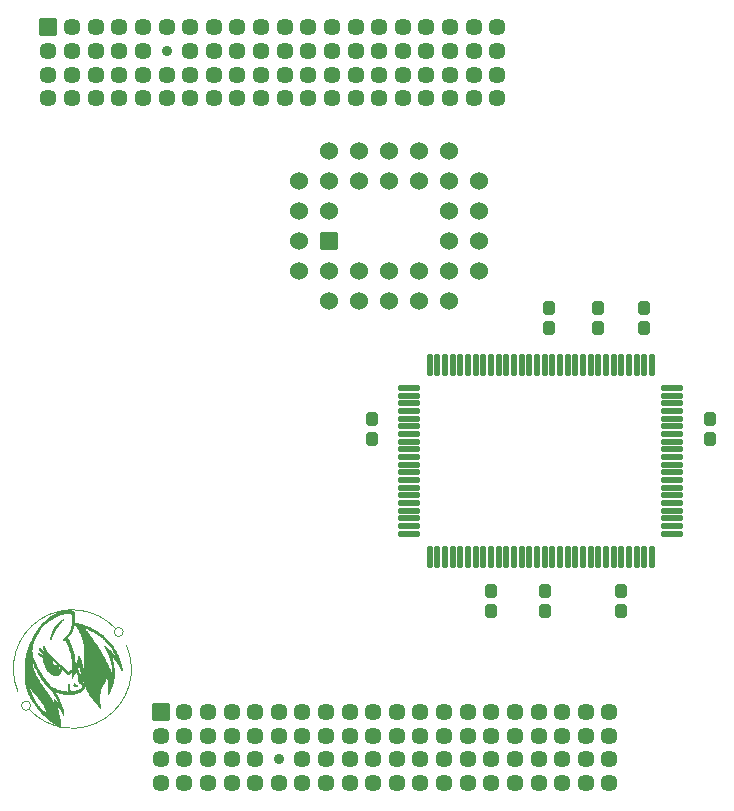
<source format=gbr>
G04 #@! TF.GenerationSoftware,KiCad,Pcbnew,7.0.9*
G04 #@! TF.CreationDate,2024-01-08T23:36:14-05:00*
G04 #@! TF.ProjectId,Compaq S3 Virge GX VRAM Addon Board,436f6d70-6171-4205-9333-205669726765,1*
G04 #@! TF.SameCoordinates,Original*
G04 #@! TF.FileFunction,Soldermask,Top*
G04 #@! TF.FilePolarity,Negative*
%FSLAX46Y46*%
G04 Gerber Fmt 4.6, Leading zero omitted, Abs format (unit mm)*
G04 Created by KiCad (PCBNEW 7.0.9) date 2024-01-08 23:36:14*
%MOMM*%
%LPD*%
G01*
G04 APERTURE LIST*
G04 Aperture macros list*
%AMRoundRect*
0 Rectangle with rounded corners*
0 $1 Rounding radius*
0 $2 $3 $4 $5 $6 $7 $8 $9 X,Y pos of 4 corners*
0 Add a 4 corners polygon primitive as box body*
4,1,4,$2,$3,$4,$5,$6,$7,$8,$9,$2,$3,0*
0 Add four circle primitives for the rounded corners*
1,1,$1+$1,$2,$3*
1,1,$1+$1,$4,$5*
1,1,$1+$1,$6,$7*
1,1,$1+$1,$8,$9*
0 Add four rect primitives between the rounded corners*
20,1,$1+$1,$2,$3,$4,$5,0*
20,1,$1+$1,$4,$5,$6,$7,0*
20,1,$1+$1,$6,$7,$8,$9,0*
20,1,$1+$1,$8,$9,$2,$3,0*%
G04 Aperture macros list end*
%ADD10C,0.120000*%
%ADD11C,0.010000*%
%ADD12C,0.901600*%
%ADD13RoundRect,0.050800X-0.675000X-0.675000X0.675000X-0.675000X0.675000X0.675000X-0.675000X0.675000X0*%
%ADD14C,1.451600*%
%ADD15RoundRect,0.150800X-0.100000X0.775000X-0.100000X-0.775000X0.100000X-0.775000X0.100000X0.775000X0*%
%ADD16RoundRect,0.150800X-0.775000X0.100000X-0.775000X-0.100000X0.775000X-0.100000X0.775000X0.100000X0*%
%ADD17RoundRect,0.288300X-0.237500X0.300000X-0.237500X-0.300000X0.237500X-0.300000X0.237500X0.300000X0*%
%ADD18RoundRect,0.288300X0.237500X-0.300000X0.237500X0.300000X-0.237500X0.300000X-0.237500X-0.300000X0*%
%ADD19RoundRect,0.050800X-0.711200X0.711200X-0.711200X-0.711200X0.711200X-0.711200X0.711200X0.711200X0*%
%ADD20C,1.524000*%
G04 APERTURE END LIST*
D10*
X122714639Y-123728201D02*
G75*
G03*
X114468552Y-129108091I-3661056J-3398062D01*
G01*
X115398625Y-130569031D02*
G75*
G03*
X123644712Y-125189141I3661056J3398062D01*
G01*
X115520327Y-130253171D02*
G75*
G03*
X115520327Y-130253171I-385906J0D01*
G01*
X123360704Y-124011597D02*
G75*
G03*
X123360704Y-124011597I-385906J0D01*
G01*
D11*
X119223935Y-128339132D02*
X119229231Y-128344976D01*
X119232946Y-128355001D01*
X119234395Y-128363894D01*
X119237619Y-128384322D01*
X119242948Y-128405835D01*
X119249738Y-128426084D01*
X119254397Y-128436965D01*
X119266231Y-128456193D01*
X119283051Y-128474696D01*
X119304807Y-128492440D01*
X119331453Y-128509388D01*
X119362939Y-128525504D01*
X119384482Y-128534902D01*
X119395898Y-128539728D01*
X119403397Y-128543332D01*
X119407824Y-128546266D01*
X119410021Y-128549084D01*
X119410812Y-128552152D01*
X119410164Y-128557947D01*
X119405740Y-128561285D01*
X119405732Y-128561288D01*
X119401423Y-128562299D01*
X119392811Y-128563723D01*
X119380650Y-128565471D01*
X119365691Y-128567457D01*
X119348689Y-128569593D01*
X119330395Y-128571793D01*
X119311562Y-128573970D01*
X119292944Y-128576035D01*
X119275293Y-128577903D01*
X119259361Y-128579487D01*
X119245902Y-128580698D01*
X119235669Y-128581450D01*
X119229671Y-128581660D01*
X119219147Y-128580956D01*
X119208804Y-128579375D01*
X119203824Y-128578140D01*
X119186725Y-128570559D01*
X119171899Y-128559611D01*
X119159992Y-128546089D01*
X119151647Y-128530782D01*
X119147511Y-128514481D01*
X119147176Y-128508650D01*
X119147436Y-128504058D01*
X119148373Y-128498521D01*
X119150169Y-128491485D01*
X119153006Y-128482395D01*
X119157066Y-128470697D01*
X119162530Y-128455836D01*
X119169581Y-128437258D01*
X119176329Y-128419750D01*
X119183613Y-128401180D01*
X119190502Y-128384070D01*
X119196744Y-128369017D01*
X119202084Y-128356618D01*
X119206266Y-128347469D01*
X119209039Y-128342167D01*
X119209835Y-128341132D01*
X119217367Y-128337756D01*
X119223935Y-128339132D01*
G36*
X119223935Y-128339132D02*
G01*
X119229231Y-128344976D01*
X119232946Y-128355001D01*
X119234395Y-128363894D01*
X119237619Y-128384322D01*
X119242948Y-128405835D01*
X119249738Y-128426084D01*
X119254397Y-128436965D01*
X119266231Y-128456193D01*
X119283051Y-128474696D01*
X119304807Y-128492440D01*
X119331453Y-128509388D01*
X119362939Y-128525504D01*
X119384482Y-128534902D01*
X119395898Y-128539728D01*
X119403397Y-128543332D01*
X119407824Y-128546266D01*
X119410021Y-128549084D01*
X119410812Y-128552152D01*
X119410164Y-128557947D01*
X119405740Y-128561285D01*
X119405732Y-128561288D01*
X119401423Y-128562299D01*
X119392811Y-128563723D01*
X119380650Y-128565471D01*
X119365691Y-128567457D01*
X119348689Y-128569593D01*
X119330395Y-128571793D01*
X119311562Y-128573970D01*
X119292944Y-128576035D01*
X119275293Y-128577903D01*
X119259361Y-128579487D01*
X119245902Y-128580698D01*
X119235669Y-128581450D01*
X119229671Y-128581660D01*
X119219147Y-128580956D01*
X119208804Y-128579375D01*
X119203824Y-128578140D01*
X119186725Y-128570559D01*
X119171899Y-128559611D01*
X119159992Y-128546089D01*
X119151647Y-128530782D01*
X119147511Y-128514481D01*
X119147176Y-128508650D01*
X119147436Y-128504058D01*
X119148373Y-128498521D01*
X119150169Y-128491485D01*
X119153006Y-128482395D01*
X119157066Y-128470697D01*
X119162530Y-128455836D01*
X119169581Y-128437258D01*
X119176329Y-128419750D01*
X119183613Y-128401180D01*
X119190502Y-128384070D01*
X119196744Y-128369017D01*
X119202084Y-128356618D01*
X119206266Y-128347469D01*
X119209039Y-128342167D01*
X119209835Y-128341132D01*
X119217367Y-128337756D01*
X119223935Y-128339132D01*
G37*
X118248758Y-122954002D02*
X118249988Y-122957211D01*
X118249277Y-122959490D01*
X118246554Y-122963493D01*
X118241580Y-122969475D01*
X118234115Y-122977694D01*
X118223922Y-122988404D01*
X118210761Y-123001863D01*
X118194393Y-123018327D01*
X118175443Y-123037195D01*
X118126108Y-123086675D01*
X118080673Y-123133346D01*
X118039191Y-123177153D01*
X118001714Y-123218041D01*
X117978695Y-123243976D01*
X117961286Y-123264032D01*
X117946523Y-123281444D01*
X117933572Y-123297269D01*
X117921601Y-123312565D01*
X117909777Y-123328392D01*
X117897267Y-123345806D01*
X117886739Y-123360827D01*
X117866555Y-123389757D01*
X117848697Y-123415140D01*
X117832660Y-123437648D01*
X117817941Y-123457950D01*
X117804034Y-123476720D01*
X117790436Y-123494628D01*
X117776642Y-123512345D01*
X117762149Y-123530543D01*
X117746451Y-123549893D01*
X117729044Y-123571066D01*
X117726465Y-123574187D01*
X117708338Y-123596457D01*
X117688955Y-123620898D01*
X117668987Y-123646622D01*
X117649105Y-123672739D01*
X117629983Y-123698359D01*
X117612291Y-123722595D01*
X117596701Y-123744555D01*
X117586383Y-123759607D01*
X117579337Y-123770826D01*
X117570381Y-123786277D01*
X117559710Y-123805567D01*
X117547518Y-123828305D01*
X117534003Y-123854098D01*
X117519358Y-123882555D01*
X117503780Y-123913284D01*
X117487463Y-123945894D01*
X117470604Y-123979992D01*
X117453397Y-124015187D01*
X117436039Y-124051086D01*
X117418723Y-124087299D01*
X117401647Y-124123433D01*
X117385005Y-124159097D01*
X117368992Y-124193898D01*
X117360888Y-124211727D01*
X117342180Y-124253540D01*
X117322200Y-124299059D01*
X117301405Y-124347209D01*
X117280247Y-124396917D01*
X117259182Y-124447110D01*
X117238664Y-124496715D01*
X117219147Y-124544659D01*
X117205331Y-124579154D01*
X117198314Y-124596584D01*
X117192755Y-124609801D01*
X117188377Y-124619368D01*
X117184903Y-124625845D01*
X117182056Y-124629796D01*
X117179560Y-124631782D01*
X117179397Y-124631859D01*
X117173465Y-124634146D01*
X117169189Y-124633874D01*
X117164145Y-124630687D01*
X117162453Y-124629372D01*
X117157823Y-124624472D01*
X117155767Y-124619807D01*
X117155761Y-124619609D01*
X117156385Y-124615835D01*
X117158163Y-124607709D01*
X117160951Y-124595791D01*
X117164609Y-124580641D01*
X117168993Y-124562818D01*
X117173960Y-124542883D01*
X117179369Y-124521395D01*
X117185077Y-124498914D01*
X117190942Y-124476001D01*
X117196820Y-124453215D01*
X117202570Y-124431115D01*
X117208050Y-124410263D01*
X117213116Y-124391218D01*
X117217626Y-124374539D01*
X117221439Y-124360786D01*
X117222946Y-124355505D01*
X117232943Y-124321776D01*
X117243873Y-124286633D01*
X117255896Y-124249607D01*
X117269172Y-124210228D01*
X117283862Y-124168029D01*
X117300126Y-124122541D01*
X117318125Y-124073293D01*
X117336064Y-124025037D01*
X117358501Y-123965553D01*
X117379893Y-123909756D01*
X117400197Y-123857749D01*
X117419368Y-123809635D01*
X117437363Y-123765520D01*
X117454135Y-123725506D01*
X117469642Y-123689699D01*
X117483839Y-123658201D01*
X117496681Y-123631118D01*
X117508124Y-123608553D01*
X117518123Y-123590610D01*
X117526635Y-123577394D01*
X117527484Y-123576226D01*
X117542544Y-123557050D01*
X117561421Y-123535106D01*
X117583845Y-123510643D01*
X117609545Y-123483906D01*
X117638248Y-123455142D01*
X117669685Y-123424599D01*
X117703583Y-123392523D01*
X117739672Y-123359161D01*
X117777679Y-123324761D01*
X117817335Y-123289569D01*
X117858368Y-123253832D01*
X117900506Y-123217797D01*
X117943479Y-123181711D01*
X117987015Y-123145821D01*
X118030843Y-123110375D01*
X118074691Y-123075618D01*
X118093021Y-123061307D01*
X118119928Y-123040505D01*
X118144884Y-123021433D01*
X118167643Y-123004266D01*
X118187964Y-122989182D01*
X118205602Y-122976355D01*
X118220316Y-122965963D01*
X118231861Y-122958181D01*
X118239995Y-122953187D01*
X118244474Y-122951156D01*
X118244996Y-122951132D01*
X118248758Y-122954002D01*
G36*
X118248758Y-122954002D02*
G01*
X118249988Y-122957211D01*
X118249277Y-122959490D01*
X118246554Y-122963493D01*
X118241580Y-122969475D01*
X118234115Y-122977694D01*
X118223922Y-122988404D01*
X118210761Y-123001863D01*
X118194393Y-123018327D01*
X118175443Y-123037195D01*
X118126108Y-123086675D01*
X118080673Y-123133346D01*
X118039191Y-123177153D01*
X118001714Y-123218041D01*
X117978695Y-123243976D01*
X117961286Y-123264032D01*
X117946523Y-123281444D01*
X117933572Y-123297269D01*
X117921601Y-123312565D01*
X117909777Y-123328392D01*
X117897267Y-123345806D01*
X117886739Y-123360827D01*
X117866555Y-123389757D01*
X117848697Y-123415140D01*
X117832660Y-123437648D01*
X117817941Y-123457950D01*
X117804034Y-123476720D01*
X117790436Y-123494628D01*
X117776642Y-123512345D01*
X117762149Y-123530543D01*
X117746451Y-123549893D01*
X117729044Y-123571066D01*
X117726465Y-123574187D01*
X117708338Y-123596457D01*
X117688955Y-123620898D01*
X117668987Y-123646622D01*
X117649105Y-123672739D01*
X117629983Y-123698359D01*
X117612291Y-123722595D01*
X117596701Y-123744555D01*
X117586383Y-123759607D01*
X117579337Y-123770826D01*
X117570381Y-123786277D01*
X117559710Y-123805567D01*
X117547518Y-123828305D01*
X117534003Y-123854098D01*
X117519358Y-123882555D01*
X117503780Y-123913284D01*
X117487463Y-123945894D01*
X117470604Y-123979992D01*
X117453397Y-124015187D01*
X117436039Y-124051086D01*
X117418723Y-124087299D01*
X117401647Y-124123433D01*
X117385005Y-124159097D01*
X117368992Y-124193898D01*
X117360888Y-124211727D01*
X117342180Y-124253540D01*
X117322200Y-124299059D01*
X117301405Y-124347209D01*
X117280247Y-124396917D01*
X117259182Y-124447110D01*
X117238664Y-124496715D01*
X117219147Y-124544659D01*
X117205331Y-124579154D01*
X117198314Y-124596584D01*
X117192755Y-124609801D01*
X117188377Y-124619368D01*
X117184903Y-124625845D01*
X117182056Y-124629796D01*
X117179560Y-124631782D01*
X117179397Y-124631859D01*
X117173465Y-124634146D01*
X117169189Y-124633874D01*
X117164145Y-124630687D01*
X117162453Y-124629372D01*
X117157823Y-124624472D01*
X117155767Y-124619807D01*
X117155761Y-124619609D01*
X117156385Y-124615835D01*
X117158163Y-124607709D01*
X117160951Y-124595791D01*
X117164609Y-124580641D01*
X117168993Y-124562818D01*
X117173960Y-124542883D01*
X117179369Y-124521395D01*
X117185077Y-124498914D01*
X117190942Y-124476001D01*
X117196820Y-124453215D01*
X117202570Y-124431115D01*
X117208050Y-124410263D01*
X117213116Y-124391218D01*
X117217626Y-124374539D01*
X117221439Y-124360786D01*
X117222946Y-124355505D01*
X117232943Y-124321776D01*
X117243873Y-124286633D01*
X117255896Y-124249607D01*
X117269172Y-124210228D01*
X117283862Y-124168029D01*
X117300126Y-124122541D01*
X117318125Y-124073293D01*
X117336064Y-124025037D01*
X117358501Y-123965553D01*
X117379893Y-123909756D01*
X117400197Y-123857749D01*
X117419368Y-123809635D01*
X117437363Y-123765520D01*
X117454135Y-123725506D01*
X117469642Y-123689699D01*
X117483839Y-123658201D01*
X117496681Y-123631118D01*
X117508124Y-123608553D01*
X117518123Y-123590610D01*
X117526635Y-123577394D01*
X117527484Y-123576226D01*
X117542544Y-123557050D01*
X117561421Y-123535106D01*
X117583845Y-123510643D01*
X117609545Y-123483906D01*
X117638248Y-123455142D01*
X117669685Y-123424599D01*
X117703583Y-123392523D01*
X117739672Y-123359161D01*
X117777679Y-123324761D01*
X117817335Y-123289569D01*
X117858368Y-123253832D01*
X117900506Y-123217797D01*
X117943479Y-123181711D01*
X117987015Y-123145821D01*
X118030843Y-123110375D01*
X118074691Y-123075618D01*
X118093021Y-123061307D01*
X118119928Y-123040505D01*
X118144884Y-123021433D01*
X118167643Y-123004266D01*
X118187964Y-122989182D01*
X118205602Y-122976355D01*
X118220316Y-122965963D01*
X118231861Y-122958181D01*
X118239995Y-122953187D01*
X118244474Y-122951156D01*
X118244996Y-122951132D01*
X118248758Y-122954002D01*
G37*
X116585647Y-125193285D02*
X116596046Y-125198736D01*
X116596076Y-125198755D01*
X116600972Y-125203191D01*
X116607720Y-125211615D01*
X116616350Y-125224080D01*
X116626891Y-125240637D01*
X116639374Y-125261341D01*
X116653829Y-125286243D01*
X116670285Y-125315395D01*
X116688773Y-125348852D01*
X116709322Y-125386664D01*
X116731963Y-125428886D01*
X116756725Y-125475569D01*
X116783639Y-125526766D01*
X116792541Y-125543785D01*
X116807998Y-125573357D01*
X116821318Y-125598786D01*
X116832708Y-125620433D01*
X116842374Y-125638662D01*
X116850525Y-125653836D01*
X116857366Y-125666317D01*
X116863106Y-125676468D01*
X116867951Y-125684653D01*
X116872108Y-125691233D01*
X116875785Y-125696572D01*
X116879188Y-125701032D01*
X116882525Y-125704976D01*
X116886003Y-125708768D01*
X116887791Y-125710648D01*
X116890793Y-125713645D01*
X116897328Y-125720059D01*
X116907276Y-125729774D01*
X116920518Y-125742676D01*
X116936936Y-125758648D01*
X116956410Y-125777576D01*
X116978822Y-125799344D01*
X117004052Y-125823837D01*
X117031982Y-125850940D01*
X117062492Y-125880537D01*
X117095465Y-125912514D01*
X117130780Y-125946754D01*
X117168319Y-125983142D01*
X117207963Y-126021564D01*
X117249593Y-126061903D01*
X117293090Y-126104045D01*
X117338336Y-126147875D01*
X117385210Y-126193276D01*
X117433595Y-126240134D01*
X117483371Y-126288333D01*
X117534419Y-126337758D01*
X117586621Y-126388295D01*
X117639857Y-126439826D01*
X117694009Y-126492238D01*
X117722181Y-126519502D01*
X117787542Y-126582754D01*
X117849358Y-126642570D01*
X117907729Y-126699048D01*
X117962758Y-126752285D01*
X118014548Y-126802380D01*
X118063201Y-126849430D01*
X118108819Y-126893534D01*
X118151504Y-126934790D01*
X118191360Y-126973296D01*
X118228488Y-127009149D01*
X118262990Y-127042448D01*
X118294969Y-127073291D01*
X118324528Y-127101776D01*
X118351768Y-127128001D01*
X118376793Y-127152064D01*
X118399703Y-127174062D01*
X118420603Y-127194095D01*
X118439593Y-127212259D01*
X118456777Y-127228654D01*
X118472257Y-127243376D01*
X118486135Y-127256525D01*
X118498513Y-127268198D01*
X118509494Y-127278493D01*
X118519180Y-127287507D01*
X118527673Y-127295341D01*
X118535076Y-127302090D01*
X118541492Y-127307854D01*
X118547022Y-127312729D01*
X118551768Y-127316815D01*
X118555834Y-127320210D01*
X118559322Y-127323010D01*
X118562333Y-127325315D01*
X118564971Y-127327223D01*
X118566820Y-127328488D01*
X118589881Y-127342792D01*
X118614363Y-127356047D01*
X118638722Y-127367488D01*
X118661413Y-127376348D01*
X118667061Y-127378201D01*
X118680581Y-127381735D01*
X118694135Y-127383611D01*
X118710194Y-127384170D01*
X118710241Y-127384171D01*
X118722190Y-127384016D01*
X118730885Y-127383292D01*
X118738151Y-127381637D01*
X118745807Y-127378687D01*
X118751880Y-127375894D01*
X118775754Y-127362353D01*
X118800379Y-127343974D01*
X118825791Y-127320725D01*
X118852022Y-127292571D01*
X118879108Y-127259479D01*
X118900636Y-127230517D01*
X118906944Y-127221904D01*
X118912371Y-127214856D01*
X118916096Y-127210421D01*
X118917032Y-127209534D01*
X118923375Y-127207768D01*
X118931304Y-127208878D01*
X118938628Y-127212339D01*
X118941947Y-127215493D01*
X118943945Y-127218441D01*
X118945157Y-127221500D01*
X118945605Y-127225672D01*
X118945308Y-127231957D01*
X118944287Y-127241355D01*
X118942729Y-127253593D01*
X118934901Y-127301695D01*
X118924388Y-127345653D01*
X118911050Y-127385721D01*
X118894749Y-127422151D01*
X118875345Y-127455197D01*
X118852699Y-127485110D01*
X118826671Y-127512143D01*
X118797121Y-127536551D01*
X118780178Y-127548381D01*
X118756073Y-127562814D01*
X118733883Y-127572907D01*
X118713112Y-127578792D01*
X118693260Y-127580600D01*
X118673831Y-127578460D01*
X118669559Y-127577472D01*
X118654547Y-127572658D01*
X118637548Y-127565588D01*
X118620530Y-127557192D01*
X118605464Y-127548397D01*
X118600077Y-127544725D01*
X118596730Y-127541842D01*
X118589993Y-127535623D01*
X118580096Y-127526290D01*
X118567272Y-127514068D01*
X118551752Y-127499181D01*
X118533769Y-127481853D01*
X118513553Y-127462307D01*
X118491336Y-127440769D01*
X118467351Y-127417462D01*
X118441829Y-127392609D01*
X118415001Y-127366436D01*
X118387100Y-127339166D01*
X118359138Y-127311789D01*
X118330647Y-127283900D01*
X118303152Y-127257046D01*
X118276870Y-127231435D01*
X118252020Y-127207279D01*
X118228819Y-127184786D01*
X118207485Y-127164167D01*
X118188237Y-127145632D01*
X118171293Y-127129390D01*
X118156871Y-127115653D01*
X118145188Y-127104629D01*
X118136464Y-127096529D01*
X118130915Y-127091562D01*
X118128760Y-127089939D01*
X118128747Y-127089948D01*
X118127587Y-127093300D01*
X118126074Y-127100384D01*
X118124476Y-127109888D01*
X118123927Y-127113677D01*
X118116825Y-127153344D01*
X118106315Y-127195551D01*
X118092738Y-127239412D01*
X118076437Y-127284039D01*
X118057752Y-127328547D01*
X118037025Y-127372047D01*
X118014600Y-127413655D01*
X117997172Y-127442607D01*
X117986476Y-127459168D01*
X117974184Y-127477586D01*
X117960612Y-127497435D01*
X117946074Y-127518291D01*
X117930884Y-127539731D01*
X117915355Y-127561329D01*
X117899802Y-127582663D01*
X117884539Y-127603307D01*
X117869881Y-127622838D01*
X117856140Y-127640832D01*
X117843632Y-127656864D01*
X117832671Y-127670510D01*
X117823570Y-127681347D01*
X117816644Y-127688950D01*
X117812207Y-127692895D01*
X117811540Y-127693253D01*
X117807405Y-127693871D01*
X117799024Y-127694325D01*
X117787228Y-127694621D01*
X117772848Y-127694763D01*
X117756716Y-127694757D01*
X117739662Y-127694608D01*
X117722518Y-127694320D01*
X117706115Y-127693900D01*
X117691284Y-127693351D01*
X117678857Y-127692680D01*
X117675191Y-127692414D01*
X117648128Y-127689672D01*
X117621261Y-127685657D01*
X117593676Y-127680163D01*
X117564457Y-127672982D01*
X117532691Y-127663908D01*
X117497465Y-127652733D01*
X117491936Y-127650899D01*
X117431016Y-127629228D01*
X117371996Y-127605514D01*
X117315537Y-127580067D01*
X117262301Y-127553201D01*
X117212951Y-127525225D01*
X117178621Y-127503525D01*
X117130321Y-127468649D01*
X117082946Y-127428830D01*
X117036554Y-127384132D01*
X116991205Y-127334618D01*
X116946960Y-127280352D01*
X116903878Y-127221397D01*
X116882592Y-127189877D01*
X116864767Y-127162278D01*
X116848290Y-127135605D01*
X116832521Y-127108737D01*
X116816821Y-127080556D01*
X116800551Y-127049944D01*
X116783074Y-127015780D01*
X116782231Y-127014106D01*
X116772943Y-126994851D01*
X117789710Y-126994851D01*
X117790206Y-127020458D01*
X117790553Y-127023174D01*
X117796440Y-127049815D01*
X117806190Y-127074505D01*
X117819395Y-127096750D01*
X117835645Y-127116053D01*
X117854532Y-127131918D01*
X117875646Y-127143849D01*
X117895752Y-127150703D01*
X117910899Y-127153492D01*
X117924343Y-127153660D01*
X117938745Y-127151190D01*
X117941802Y-127150423D01*
X117962222Y-127143177D01*
X117980671Y-127132321D01*
X117998092Y-127117423D01*
X118012399Y-127100508D01*
X118024326Y-127080182D01*
X118034074Y-127056017D01*
X118041846Y-127027583D01*
X118043052Y-127021974D01*
X118046524Y-127005202D01*
X117965812Y-126926724D01*
X117948922Y-126910367D01*
X117933057Y-126895129D01*
X117918606Y-126881373D01*
X117905956Y-126869463D01*
X117895495Y-126859762D01*
X117887610Y-126852633D01*
X117882690Y-126848440D01*
X117881208Y-126847444D01*
X117877544Y-126848848D01*
X117871364Y-126853482D01*
X117863358Y-126860633D01*
X117854213Y-126869588D01*
X117844617Y-126879635D01*
X117835258Y-126890061D01*
X117826825Y-126900152D01*
X117820006Y-126909196D01*
X117816698Y-126914287D01*
X117803049Y-126941381D01*
X117794022Y-126968364D01*
X117789710Y-126994851D01*
X116772943Y-126994851D01*
X116738316Y-126923072D01*
X116699072Y-126833754D01*
X116664449Y-126745995D01*
X116634396Y-126659637D01*
X116608865Y-126574521D01*
X116590862Y-126502691D01*
X117288923Y-126502691D01*
X117289138Y-126527721D01*
X117290462Y-126551721D01*
X117292896Y-126573195D01*
X117294958Y-126584565D01*
X117305893Y-126624639D01*
X117320839Y-126663218D01*
X117339433Y-126699633D01*
X117361314Y-126733218D01*
X117386121Y-126763302D01*
X117398658Y-126776016D01*
X117414142Y-126788618D01*
X117433538Y-126800968D01*
X117455687Y-126812540D01*
X117479428Y-126822803D01*
X117503601Y-126831230D01*
X117527046Y-126837292D01*
X117537187Y-126839129D01*
X117550122Y-126840387D01*
X117565942Y-126840842D01*
X117583073Y-126840553D01*
X117599937Y-126839579D01*
X117614960Y-126837981D01*
X117626566Y-126835818D01*
X117626931Y-126835722D01*
X117653858Y-126826070D01*
X117677810Y-126812353D01*
X117698586Y-126794760D01*
X117715985Y-126773483D01*
X117729805Y-126748712D01*
X117736292Y-126732262D01*
X117742583Y-126713764D01*
X117729207Y-126700728D01*
X117725557Y-126697163D01*
X117718539Y-126690299D01*
X117708415Y-126680393D01*
X117695446Y-126667700D01*
X117679893Y-126652476D01*
X117662018Y-126634978D01*
X117642082Y-126615461D01*
X117620346Y-126594181D01*
X117597073Y-126571395D01*
X117572524Y-126547357D01*
X117546959Y-126522324D01*
X117527310Y-126503083D01*
X117338789Y-126318473D01*
X117328738Y-126338464D01*
X117318884Y-126360296D01*
X117309507Y-126385228D01*
X117301290Y-126411287D01*
X117294937Y-126436391D01*
X117291822Y-126455530D01*
X117289817Y-126478128D01*
X117288923Y-126502691D01*
X116590862Y-126502691D01*
X116587803Y-126490489D01*
X116571162Y-126407383D01*
X116558890Y-126325045D01*
X116556097Y-126300877D01*
X116555223Y-126290365D01*
X116554394Y-126275945D01*
X116553658Y-126258786D01*
X116553063Y-126240059D01*
X116552656Y-126220934D01*
X116552559Y-126213646D01*
X116552321Y-126194422D01*
X116552044Y-126179634D01*
X116551675Y-126168639D01*
X116551160Y-126160791D01*
X116550445Y-126155448D01*
X116549475Y-126151965D01*
X116548199Y-126149699D01*
X116547124Y-126148520D01*
X116544307Y-126146518D01*
X116537499Y-126142019D01*
X116527016Y-126135221D01*
X116513171Y-126126326D01*
X116496280Y-126115533D01*
X116476656Y-126103042D01*
X116454613Y-126089054D01*
X116430467Y-126073769D01*
X116404531Y-126057386D01*
X116377120Y-126040107D01*
X116349311Y-126022609D01*
X116320754Y-126004651D01*
X116293352Y-125987408D01*
X116267422Y-125971077D01*
X116243278Y-125955858D01*
X116221236Y-125941952D01*
X116201612Y-125929556D01*
X116184722Y-125918870D01*
X116170879Y-125910095D01*
X116160402Y-125903428D01*
X116153604Y-125899070D01*
X116150822Y-125897235D01*
X116141636Y-125887775D01*
X116136032Y-125876251D01*
X116134680Y-125867210D01*
X116137017Y-125856390D01*
X116143718Y-125847401D01*
X116154321Y-125840491D01*
X116168363Y-125835909D01*
X116185383Y-125833901D01*
X116196573Y-125834022D01*
X116202010Y-125834350D01*
X116207020Y-125834831D01*
X116212025Y-125835642D01*
X116217446Y-125836959D01*
X116223703Y-125838961D01*
X116231219Y-125841826D01*
X116240412Y-125845730D01*
X116251705Y-125850850D01*
X116265518Y-125857366D01*
X116282273Y-125865453D01*
X116302390Y-125875290D01*
X116326291Y-125887053D01*
X116349311Y-125898411D01*
X116394623Y-125921234D01*
X116435948Y-125943030D01*
X116474153Y-125964266D01*
X116504251Y-125981883D01*
X116524370Y-125993894D01*
X116540688Y-126003444D01*
X116553731Y-126010735D01*
X116564023Y-126015965D01*
X116572093Y-126019334D01*
X116578466Y-126021041D01*
X116583668Y-126021287D01*
X116588225Y-126020272D01*
X116592665Y-126018194D01*
X116595512Y-126016507D01*
X116605300Y-126008455D01*
X116615082Y-125996989D01*
X116623777Y-125983660D01*
X116630306Y-125970019D01*
X116632431Y-125963526D01*
X116634061Y-125953851D01*
X116632934Y-125945388D01*
X116632362Y-125943526D01*
X116629582Y-125938657D01*
X116623330Y-125930272D01*
X116613697Y-125918476D01*
X116600769Y-125903377D01*
X116584638Y-125885081D01*
X116570553Y-125869396D01*
X116536459Y-125831616D01*
X116503052Y-125794492D01*
X116470569Y-125758291D01*
X116439248Y-125723282D01*
X116409326Y-125689731D01*
X116381041Y-125657906D01*
X116354630Y-125628076D01*
X116330330Y-125600509D01*
X116308379Y-125575472D01*
X116289014Y-125553233D01*
X116272473Y-125534060D01*
X116258992Y-125518220D01*
X116252979Y-125511040D01*
X116241807Y-125497123D01*
X116233786Y-125485789D01*
X116228440Y-125476064D01*
X116225291Y-125466976D01*
X116223865Y-125457551D01*
X116223636Y-125451067D01*
X116225577Y-125434646D01*
X116231109Y-125420116D01*
X116239611Y-125408025D01*
X116250461Y-125398921D01*
X116263038Y-125393353D01*
X116276719Y-125391871D01*
X116288223Y-125394055D01*
X116292711Y-125396763D01*
X116300452Y-125402885D01*
X116311188Y-125412167D01*
X116324659Y-125424355D01*
X116340606Y-125439191D01*
X116358771Y-125456423D01*
X116378892Y-125475794D01*
X116400713Y-125497051D01*
X116423972Y-125519937D01*
X116448412Y-125544198D01*
X116473773Y-125569579D01*
X116499796Y-125595825D01*
X116526221Y-125622681D01*
X116552789Y-125649892D01*
X116579242Y-125677203D01*
X116605320Y-125704360D01*
X116629527Y-125729800D01*
X116647056Y-125748254D01*
X116661563Y-125763324D01*
X116673482Y-125775353D01*
X116683245Y-125784680D01*
X116691287Y-125791648D01*
X116698040Y-125796597D01*
X116703937Y-125799868D01*
X116709412Y-125801803D01*
X116714898Y-125802742D01*
X116720828Y-125803027D01*
X116722547Y-125803037D01*
X116733668Y-125800967D01*
X116742959Y-125795362D01*
X116749162Y-125787127D01*
X116750601Y-125782849D01*
X116750967Y-125780262D01*
X116750903Y-125777167D01*
X116750279Y-125773240D01*
X116748964Y-125768156D01*
X116746824Y-125761593D01*
X116743730Y-125753226D01*
X116739550Y-125742732D01*
X116734152Y-125729785D01*
X116727405Y-125714063D01*
X116719177Y-125695242D01*
X116709337Y-125672997D01*
X116697753Y-125647005D01*
X116684295Y-125616942D01*
X116673503Y-125592892D01*
X116655855Y-125553489D01*
X116640151Y-125518209D01*
X116626189Y-125486575D01*
X116613764Y-125458104D01*
X116602674Y-125432319D01*
X116592714Y-125408739D01*
X116583680Y-125386885D01*
X116575370Y-125366277D01*
X116567580Y-125346437D01*
X116560105Y-125326883D01*
X116556571Y-125317462D01*
X116551528Y-125303819D01*
X116548000Y-125293587D01*
X116545718Y-125285422D01*
X116544409Y-125277980D01*
X116543803Y-125269917D01*
X116543630Y-125259889D01*
X116543621Y-125253201D01*
X116543833Y-125238230D01*
X116544731Y-125227165D01*
X116546707Y-125218838D01*
X116550155Y-125212083D01*
X116555465Y-125205734D01*
X116561530Y-125199972D01*
X116569728Y-125193856D01*
X116577320Y-125191643D01*
X116585647Y-125193285D01*
G36*
X116585647Y-125193285D02*
G01*
X116596046Y-125198736D01*
X116596076Y-125198755D01*
X116600972Y-125203191D01*
X116607720Y-125211615D01*
X116616350Y-125224080D01*
X116626891Y-125240637D01*
X116639374Y-125261341D01*
X116653829Y-125286243D01*
X116670285Y-125315395D01*
X116688773Y-125348852D01*
X116709322Y-125386664D01*
X116731963Y-125428886D01*
X116756725Y-125475569D01*
X116783639Y-125526766D01*
X116792541Y-125543785D01*
X116807998Y-125573357D01*
X116821318Y-125598786D01*
X116832708Y-125620433D01*
X116842374Y-125638662D01*
X116850525Y-125653836D01*
X116857366Y-125666317D01*
X116863106Y-125676468D01*
X116867951Y-125684653D01*
X116872108Y-125691233D01*
X116875785Y-125696572D01*
X116879188Y-125701032D01*
X116882525Y-125704976D01*
X116886003Y-125708768D01*
X116887791Y-125710648D01*
X116890793Y-125713645D01*
X116897328Y-125720059D01*
X116907276Y-125729774D01*
X116920518Y-125742676D01*
X116936936Y-125758648D01*
X116956410Y-125777576D01*
X116978822Y-125799344D01*
X117004052Y-125823837D01*
X117031982Y-125850940D01*
X117062492Y-125880537D01*
X117095465Y-125912514D01*
X117130780Y-125946754D01*
X117168319Y-125983142D01*
X117207963Y-126021564D01*
X117249593Y-126061903D01*
X117293090Y-126104045D01*
X117338336Y-126147875D01*
X117385210Y-126193276D01*
X117433595Y-126240134D01*
X117483371Y-126288333D01*
X117534419Y-126337758D01*
X117586621Y-126388295D01*
X117639857Y-126439826D01*
X117694009Y-126492238D01*
X117722181Y-126519502D01*
X117787542Y-126582754D01*
X117849358Y-126642570D01*
X117907729Y-126699048D01*
X117962758Y-126752285D01*
X118014548Y-126802380D01*
X118063201Y-126849430D01*
X118108819Y-126893534D01*
X118151504Y-126934790D01*
X118191360Y-126973296D01*
X118228488Y-127009149D01*
X118262990Y-127042448D01*
X118294969Y-127073291D01*
X118324528Y-127101776D01*
X118351768Y-127128001D01*
X118376793Y-127152064D01*
X118399703Y-127174062D01*
X118420603Y-127194095D01*
X118439593Y-127212259D01*
X118456777Y-127228654D01*
X118472257Y-127243376D01*
X118486135Y-127256525D01*
X118498513Y-127268198D01*
X118509494Y-127278493D01*
X118519180Y-127287507D01*
X118527673Y-127295341D01*
X118535076Y-127302090D01*
X118541492Y-127307854D01*
X118547022Y-127312729D01*
X118551768Y-127316815D01*
X118555834Y-127320210D01*
X118559322Y-127323010D01*
X118562333Y-127325315D01*
X118564971Y-127327223D01*
X118566820Y-127328488D01*
X118589881Y-127342792D01*
X118614363Y-127356047D01*
X118638722Y-127367488D01*
X118661413Y-127376348D01*
X118667061Y-127378201D01*
X118680581Y-127381735D01*
X118694135Y-127383611D01*
X118710194Y-127384170D01*
X118710241Y-127384171D01*
X118722190Y-127384016D01*
X118730885Y-127383292D01*
X118738151Y-127381637D01*
X118745807Y-127378687D01*
X118751880Y-127375894D01*
X118775754Y-127362353D01*
X118800379Y-127343974D01*
X118825791Y-127320725D01*
X118852022Y-127292571D01*
X118879108Y-127259479D01*
X118900636Y-127230517D01*
X118906944Y-127221904D01*
X118912371Y-127214856D01*
X118916096Y-127210421D01*
X118917032Y-127209534D01*
X118923375Y-127207768D01*
X118931304Y-127208878D01*
X118938628Y-127212339D01*
X118941947Y-127215493D01*
X118943945Y-127218441D01*
X118945157Y-127221500D01*
X118945605Y-127225672D01*
X118945308Y-127231957D01*
X118944287Y-127241355D01*
X118942729Y-127253593D01*
X118934901Y-127301695D01*
X118924388Y-127345653D01*
X118911050Y-127385721D01*
X118894749Y-127422151D01*
X118875345Y-127455197D01*
X118852699Y-127485110D01*
X118826671Y-127512143D01*
X118797121Y-127536551D01*
X118780178Y-127548381D01*
X118756073Y-127562814D01*
X118733883Y-127572907D01*
X118713112Y-127578792D01*
X118693260Y-127580600D01*
X118673831Y-127578460D01*
X118669559Y-127577472D01*
X118654547Y-127572658D01*
X118637548Y-127565588D01*
X118620530Y-127557192D01*
X118605464Y-127548397D01*
X118600077Y-127544725D01*
X118596730Y-127541842D01*
X118589993Y-127535623D01*
X118580096Y-127526290D01*
X118567272Y-127514068D01*
X118551752Y-127499181D01*
X118533769Y-127481853D01*
X118513553Y-127462307D01*
X118491336Y-127440769D01*
X118467351Y-127417462D01*
X118441829Y-127392609D01*
X118415001Y-127366436D01*
X118387100Y-127339166D01*
X118359138Y-127311789D01*
X118330647Y-127283900D01*
X118303152Y-127257046D01*
X118276870Y-127231435D01*
X118252020Y-127207279D01*
X118228819Y-127184786D01*
X118207485Y-127164167D01*
X118188237Y-127145632D01*
X118171293Y-127129390D01*
X118156871Y-127115653D01*
X118145188Y-127104629D01*
X118136464Y-127096529D01*
X118130915Y-127091562D01*
X118128760Y-127089939D01*
X118128747Y-127089948D01*
X118127587Y-127093300D01*
X118126074Y-127100384D01*
X118124476Y-127109888D01*
X118123927Y-127113677D01*
X118116825Y-127153344D01*
X118106315Y-127195551D01*
X118092738Y-127239412D01*
X118076437Y-127284039D01*
X118057752Y-127328547D01*
X118037025Y-127372047D01*
X118014600Y-127413655D01*
X117997172Y-127442607D01*
X117986476Y-127459168D01*
X117974184Y-127477586D01*
X117960612Y-127497435D01*
X117946074Y-127518291D01*
X117930884Y-127539731D01*
X117915355Y-127561329D01*
X117899802Y-127582663D01*
X117884539Y-127603307D01*
X117869881Y-127622838D01*
X117856140Y-127640832D01*
X117843632Y-127656864D01*
X117832671Y-127670510D01*
X117823570Y-127681347D01*
X117816644Y-127688950D01*
X117812207Y-127692895D01*
X117811540Y-127693253D01*
X117807405Y-127693871D01*
X117799024Y-127694325D01*
X117787228Y-127694621D01*
X117772848Y-127694763D01*
X117756716Y-127694757D01*
X117739662Y-127694608D01*
X117722518Y-127694320D01*
X117706115Y-127693900D01*
X117691284Y-127693351D01*
X117678857Y-127692680D01*
X117675191Y-127692414D01*
X117648128Y-127689672D01*
X117621261Y-127685657D01*
X117593676Y-127680163D01*
X117564457Y-127672982D01*
X117532691Y-127663908D01*
X117497465Y-127652733D01*
X117491936Y-127650899D01*
X117431016Y-127629228D01*
X117371996Y-127605514D01*
X117315537Y-127580067D01*
X117262301Y-127553201D01*
X117212951Y-127525225D01*
X117178621Y-127503525D01*
X117130321Y-127468649D01*
X117082946Y-127428830D01*
X117036554Y-127384132D01*
X116991205Y-127334618D01*
X116946960Y-127280352D01*
X116903878Y-127221397D01*
X116882592Y-127189877D01*
X116864767Y-127162278D01*
X116848290Y-127135605D01*
X116832521Y-127108737D01*
X116816821Y-127080556D01*
X116800551Y-127049944D01*
X116783074Y-127015780D01*
X116782231Y-127014106D01*
X116772943Y-126994851D01*
X117789710Y-126994851D01*
X117790206Y-127020458D01*
X117790553Y-127023174D01*
X117796440Y-127049815D01*
X117806190Y-127074505D01*
X117819395Y-127096750D01*
X117835645Y-127116053D01*
X117854532Y-127131918D01*
X117875646Y-127143849D01*
X117895752Y-127150703D01*
X117910899Y-127153492D01*
X117924343Y-127153660D01*
X117938745Y-127151190D01*
X117941802Y-127150423D01*
X117962222Y-127143177D01*
X117980671Y-127132321D01*
X117998092Y-127117423D01*
X118012399Y-127100508D01*
X118024326Y-127080182D01*
X118034074Y-127056017D01*
X118041846Y-127027583D01*
X118043052Y-127021974D01*
X118046524Y-127005202D01*
X117965812Y-126926724D01*
X117948922Y-126910367D01*
X117933057Y-126895129D01*
X117918606Y-126881373D01*
X117905956Y-126869463D01*
X117895495Y-126859762D01*
X117887610Y-126852633D01*
X117882690Y-126848440D01*
X117881208Y-126847444D01*
X117877544Y-126848848D01*
X117871364Y-126853482D01*
X117863358Y-126860633D01*
X117854213Y-126869588D01*
X117844617Y-126879635D01*
X117835258Y-126890061D01*
X117826825Y-126900152D01*
X117820006Y-126909196D01*
X117816698Y-126914287D01*
X117803049Y-126941381D01*
X117794022Y-126968364D01*
X117789710Y-126994851D01*
X116772943Y-126994851D01*
X116738316Y-126923072D01*
X116699072Y-126833754D01*
X116664449Y-126745995D01*
X116634396Y-126659637D01*
X116608865Y-126574521D01*
X116590862Y-126502691D01*
X117288923Y-126502691D01*
X117289138Y-126527721D01*
X117290462Y-126551721D01*
X117292896Y-126573195D01*
X117294958Y-126584565D01*
X117305893Y-126624639D01*
X117320839Y-126663218D01*
X117339433Y-126699633D01*
X117361314Y-126733218D01*
X117386121Y-126763302D01*
X117398658Y-126776016D01*
X117414142Y-126788618D01*
X117433538Y-126800968D01*
X117455687Y-126812540D01*
X117479428Y-126822803D01*
X117503601Y-126831230D01*
X117527046Y-126837292D01*
X117537187Y-126839129D01*
X117550122Y-126840387D01*
X117565942Y-126840842D01*
X117583073Y-126840553D01*
X117599937Y-126839579D01*
X117614960Y-126837981D01*
X117626566Y-126835818D01*
X117626931Y-126835722D01*
X117653858Y-126826070D01*
X117677810Y-126812353D01*
X117698586Y-126794760D01*
X117715985Y-126773483D01*
X117729805Y-126748712D01*
X117736292Y-126732262D01*
X117742583Y-126713764D01*
X117729207Y-126700728D01*
X117725557Y-126697163D01*
X117718539Y-126690299D01*
X117708415Y-126680393D01*
X117695446Y-126667700D01*
X117679893Y-126652476D01*
X117662018Y-126634978D01*
X117642082Y-126615461D01*
X117620346Y-126594181D01*
X117597073Y-126571395D01*
X117572524Y-126547357D01*
X117546959Y-126522324D01*
X117527310Y-126503083D01*
X117338789Y-126318473D01*
X117328738Y-126338464D01*
X117318884Y-126360296D01*
X117309507Y-126385228D01*
X117301290Y-126411287D01*
X117294937Y-126436391D01*
X117291822Y-126455530D01*
X117289817Y-126478128D01*
X117288923Y-126502691D01*
X116590862Y-126502691D01*
X116587803Y-126490489D01*
X116571162Y-126407383D01*
X116558890Y-126325045D01*
X116556097Y-126300877D01*
X116555223Y-126290365D01*
X116554394Y-126275945D01*
X116553658Y-126258786D01*
X116553063Y-126240059D01*
X116552656Y-126220934D01*
X116552559Y-126213646D01*
X116552321Y-126194422D01*
X116552044Y-126179634D01*
X116551675Y-126168639D01*
X116551160Y-126160791D01*
X116550445Y-126155448D01*
X116549475Y-126151965D01*
X116548199Y-126149699D01*
X116547124Y-126148520D01*
X116544307Y-126146518D01*
X116537499Y-126142019D01*
X116527016Y-126135221D01*
X116513171Y-126126326D01*
X116496280Y-126115533D01*
X116476656Y-126103042D01*
X116454613Y-126089054D01*
X116430467Y-126073769D01*
X116404531Y-126057386D01*
X116377120Y-126040107D01*
X116349311Y-126022609D01*
X116320754Y-126004651D01*
X116293352Y-125987408D01*
X116267422Y-125971077D01*
X116243278Y-125955858D01*
X116221236Y-125941952D01*
X116201612Y-125929556D01*
X116184722Y-125918870D01*
X116170879Y-125910095D01*
X116160402Y-125903428D01*
X116153604Y-125899070D01*
X116150822Y-125897235D01*
X116141636Y-125887775D01*
X116136032Y-125876251D01*
X116134680Y-125867210D01*
X116137017Y-125856390D01*
X116143718Y-125847401D01*
X116154321Y-125840491D01*
X116168363Y-125835909D01*
X116185383Y-125833901D01*
X116196573Y-125834022D01*
X116202010Y-125834350D01*
X116207020Y-125834831D01*
X116212025Y-125835642D01*
X116217446Y-125836959D01*
X116223703Y-125838961D01*
X116231219Y-125841826D01*
X116240412Y-125845730D01*
X116251705Y-125850850D01*
X116265518Y-125857366D01*
X116282273Y-125865453D01*
X116302390Y-125875290D01*
X116326291Y-125887053D01*
X116349311Y-125898411D01*
X116394623Y-125921234D01*
X116435948Y-125943030D01*
X116474153Y-125964266D01*
X116504251Y-125981883D01*
X116524370Y-125993894D01*
X116540688Y-126003444D01*
X116553731Y-126010735D01*
X116564023Y-126015965D01*
X116572093Y-126019334D01*
X116578466Y-126021041D01*
X116583668Y-126021287D01*
X116588225Y-126020272D01*
X116592665Y-126018194D01*
X116595512Y-126016507D01*
X116605300Y-126008455D01*
X116615082Y-125996989D01*
X116623777Y-125983660D01*
X116630306Y-125970019D01*
X116632431Y-125963526D01*
X116634061Y-125953851D01*
X116632934Y-125945388D01*
X116632362Y-125943526D01*
X116629582Y-125938657D01*
X116623330Y-125930272D01*
X116613697Y-125918476D01*
X116600769Y-125903377D01*
X116584638Y-125885081D01*
X116570553Y-125869396D01*
X116536459Y-125831616D01*
X116503052Y-125794492D01*
X116470569Y-125758291D01*
X116439248Y-125723282D01*
X116409326Y-125689731D01*
X116381041Y-125657906D01*
X116354630Y-125628076D01*
X116330330Y-125600509D01*
X116308379Y-125575472D01*
X116289014Y-125553233D01*
X116272473Y-125534060D01*
X116258992Y-125518220D01*
X116252979Y-125511040D01*
X116241807Y-125497123D01*
X116233786Y-125485789D01*
X116228440Y-125476064D01*
X116225291Y-125466976D01*
X116223865Y-125457551D01*
X116223636Y-125451067D01*
X116225577Y-125434646D01*
X116231109Y-125420116D01*
X116239611Y-125408025D01*
X116250461Y-125398921D01*
X116263038Y-125393353D01*
X116276719Y-125391871D01*
X116288223Y-125394055D01*
X116292711Y-125396763D01*
X116300452Y-125402885D01*
X116311188Y-125412167D01*
X116324659Y-125424355D01*
X116340606Y-125439191D01*
X116358771Y-125456423D01*
X116378892Y-125475794D01*
X116400713Y-125497051D01*
X116423972Y-125519937D01*
X116448412Y-125544198D01*
X116473773Y-125569579D01*
X116499796Y-125595825D01*
X116526221Y-125622681D01*
X116552789Y-125649892D01*
X116579242Y-125677203D01*
X116605320Y-125704360D01*
X116629527Y-125729800D01*
X116647056Y-125748254D01*
X116661563Y-125763324D01*
X116673482Y-125775353D01*
X116683245Y-125784680D01*
X116691287Y-125791648D01*
X116698040Y-125796597D01*
X116703937Y-125799868D01*
X116709412Y-125801803D01*
X116714898Y-125802742D01*
X116720828Y-125803027D01*
X116722547Y-125803037D01*
X116733668Y-125800967D01*
X116742959Y-125795362D01*
X116749162Y-125787127D01*
X116750601Y-125782849D01*
X116750967Y-125780262D01*
X116750903Y-125777167D01*
X116750279Y-125773240D01*
X116748964Y-125768156D01*
X116746824Y-125761593D01*
X116743730Y-125753226D01*
X116739550Y-125742732D01*
X116734152Y-125729785D01*
X116727405Y-125714063D01*
X116719177Y-125695242D01*
X116709337Y-125672997D01*
X116697753Y-125647005D01*
X116684295Y-125616942D01*
X116673503Y-125592892D01*
X116655855Y-125553489D01*
X116640151Y-125518209D01*
X116626189Y-125486575D01*
X116613764Y-125458104D01*
X116602674Y-125432319D01*
X116592714Y-125408739D01*
X116583680Y-125386885D01*
X116575370Y-125366277D01*
X116567580Y-125346437D01*
X116560105Y-125326883D01*
X116556571Y-125317462D01*
X116551528Y-125303819D01*
X116548000Y-125293587D01*
X116545718Y-125285422D01*
X116544409Y-125277980D01*
X116543803Y-125269917D01*
X116543630Y-125259889D01*
X116543621Y-125253201D01*
X116543833Y-125238230D01*
X116544731Y-125227165D01*
X116546707Y-125218838D01*
X116550155Y-125212083D01*
X116555465Y-125205734D01*
X116561530Y-125199972D01*
X116569728Y-125193856D01*
X116577320Y-125191643D01*
X116585647Y-125193285D01*
G37*
X118747793Y-122178761D02*
X118773543Y-122179085D01*
X118796973Y-122179572D01*
X118817169Y-122180222D01*
X118833216Y-122181035D01*
X118833431Y-122181049D01*
X118861937Y-122183184D01*
X118891052Y-122185837D01*
X118920228Y-122188923D01*
X118948918Y-122192360D01*
X118976576Y-122196065D01*
X119002654Y-122199954D01*
X119026605Y-122203943D01*
X119047882Y-122207951D01*
X119065938Y-122211893D01*
X119080226Y-122215686D01*
X119090199Y-122219247D01*
X119092723Y-122220510D01*
X119105571Y-122229958D01*
X119117406Y-122243124D01*
X119128274Y-122260156D01*
X119138224Y-122281202D01*
X119147300Y-122306408D01*
X119155551Y-122335924D01*
X119163022Y-122369895D01*
X119169761Y-122408470D01*
X119175814Y-122451796D01*
X119181202Y-122499767D01*
X119187935Y-122571433D01*
X119193256Y-122639214D01*
X119197221Y-122704086D01*
X119199882Y-122767030D01*
X119201294Y-122829022D01*
X119201566Y-122868067D01*
X119201535Y-122900337D01*
X119201336Y-122928553D01*
X119200918Y-122953737D01*
X119200231Y-122976914D01*
X119199221Y-122999108D01*
X119197838Y-123021341D01*
X119196030Y-123044637D01*
X119193745Y-123070021D01*
X119190932Y-123098516D01*
X119189026Y-123116987D01*
X119186465Y-123141617D01*
X119184408Y-123161658D01*
X119182815Y-123177571D01*
X119181649Y-123189817D01*
X119180871Y-123198856D01*
X119180442Y-123205152D01*
X119180323Y-123209163D01*
X119180477Y-123211353D01*
X119180864Y-123212182D01*
X119181060Y-123212237D01*
X119184045Y-123212859D01*
X119191443Y-123214641D01*
X119202751Y-123217453D01*
X119217470Y-123221165D01*
X119235096Y-123225647D01*
X119255130Y-123230771D01*
X119277069Y-123236406D01*
X119300412Y-123242423D01*
X119324657Y-123248693D01*
X119349304Y-123255086D01*
X119373851Y-123261472D01*
X119397796Y-123267722D01*
X119420639Y-123273707D01*
X119441877Y-123279296D01*
X119461009Y-123284361D01*
X119477534Y-123288772D01*
X119482401Y-123290081D01*
X119641106Y-123334325D01*
X119795094Y-123380211D01*
X119944470Y-123427778D01*
X120089337Y-123477068D01*
X120229801Y-123528122D01*
X120365965Y-123580981D01*
X120497934Y-123635685D01*
X120625812Y-123692276D01*
X120749704Y-123750795D01*
X120869714Y-123811282D01*
X120985947Y-123873778D01*
X121019101Y-123892362D01*
X121125586Y-123954557D01*
X121228996Y-124018873D01*
X121328946Y-124085047D01*
X121425054Y-124152816D01*
X121516935Y-124221918D01*
X121604207Y-124292089D01*
X121609651Y-124296631D01*
X121689872Y-124365955D01*
X121770406Y-124439947D01*
X121850957Y-124518230D01*
X121931226Y-124600431D01*
X122010917Y-124686173D01*
X122089733Y-124775081D01*
X122167377Y-124866779D01*
X122243551Y-124960893D01*
X122317959Y-125057045D01*
X122390302Y-125154862D01*
X122460285Y-125253967D01*
X122527609Y-125353986D01*
X122591979Y-125454542D01*
X122653096Y-125555260D01*
X122710664Y-125655764D01*
X122764385Y-125755680D01*
X122764575Y-125756047D01*
X122826509Y-125879706D01*
X122885490Y-126006430D01*
X122941309Y-126135643D01*
X122993759Y-126266766D01*
X123042630Y-126399223D01*
X123087715Y-126532437D01*
X123128806Y-126665829D01*
X123165692Y-126798823D01*
X123198168Y-126930841D01*
X123213341Y-126999377D01*
X123218388Y-127023647D01*
X123223506Y-127049271D01*
X123228604Y-127075720D01*
X123233595Y-127102465D01*
X123238389Y-127128978D01*
X123242896Y-127154730D01*
X123247026Y-127179192D01*
X123250692Y-127201836D01*
X123253803Y-127222133D01*
X123256271Y-127239555D01*
X123258005Y-127253574D01*
X123258917Y-127263660D01*
X123258925Y-127269231D01*
X123257908Y-127269416D01*
X123255222Y-127266629D01*
X123250728Y-127260668D01*
X123244290Y-127251328D01*
X123235770Y-127238406D01*
X123225030Y-127221698D01*
X123211933Y-127201000D01*
X123199387Y-127180987D01*
X123166543Y-127128222D01*
X123133988Y-127075532D01*
X123102225Y-127023740D01*
X123071757Y-126973668D01*
X123043084Y-126926136D01*
X123016710Y-126881967D01*
X123015540Y-126879997D01*
X122981538Y-126823427D01*
X122947312Y-126768026D01*
X122912462Y-126713199D01*
X122876585Y-126658350D01*
X122839281Y-126602883D01*
X122800148Y-126546203D01*
X122758785Y-126487713D01*
X122714790Y-126426819D01*
X122667762Y-126362925D01*
X122660348Y-126352947D01*
X122647128Y-126335046D01*
X122631692Y-126313929D01*
X122614728Y-126290549D01*
X122596922Y-126265859D01*
X122578963Y-126240813D01*
X122561536Y-126216363D01*
X122545330Y-126193463D01*
X122544057Y-126191657D01*
X122521761Y-126160029D01*
X122502081Y-126132205D01*
X122484743Y-126107806D01*
X122469476Y-126086456D01*
X122456006Y-126067780D01*
X122444060Y-126051400D01*
X122433366Y-126036941D01*
X122423651Y-126024025D01*
X122414641Y-126012277D01*
X122406191Y-126001480D01*
X122398402Y-125992170D01*
X122387831Y-125980312D01*
X122375157Y-125966603D01*
X122361065Y-125951741D01*
X122346235Y-125936423D01*
X122331351Y-125921346D01*
X122317094Y-125907209D01*
X122304148Y-125894707D01*
X122293193Y-125884540D01*
X122284912Y-125877404D01*
X122284486Y-125877064D01*
X122273724Y-125868541D01*
X122279142Y-125882144D01*
X122293214Y-125918991D01*
X122307902Y-125960318D01*
X122323051Y-126005586D01*
X122338504Y-126054255D01*
X122354105Y-126105784D01*
X122369698Y-126159633D01*
X122385128Y-126215261D01*
X122400238Y-126272130D01*
X122414871Y-126329698D01*
X122428874Y-126387425D01*
X122442088Y-126444771D01*
X122443704Y-126452007D01*
X122472100Y-126586769D01*
X122496846Y-126719291D01*
X122517931Y-126849451D01*
X122535345Y-126977128D01*
X122549077Y-127102201D01*
X122559118Y-127224550D01*
X122565456Y-127344053D01*
X122568083Y-127460590D01*
X122566986Y-127574040D01*
X122562158Y-127684281D01*
X122555624Y-127769825D01*
X122544350Y-127871631D01*
X122528935Y-127976096D01*
X122509437Y-128083018D01*
X122485914Y-128192194D01*
X122458421Y-128303422D01*
X122427018Y-128416500D01*
X122391759Y-128531225D01*
X122352704Y-128647396D01*
X122309909Y-128764810D01*
X122263431Y-128883264D01*
X122213328Y-129002557D01*
X122195143Y-129044026D01*
X122188182Y-129059583D01*
X122180106Y-129077388D01*
X122171143Y-129096955D01*
X122161522Y-129117802D01*
X122151471Y-129139442D01*
X122141220Y-129161392D01*
X122130997Y-129183167D01*
X122121031Y-129204283D01*
X122111550Y-129224255D01*
X122102784Y-129242598D01*
X122094961Y-129258829D01*
X122088310Y-129272463D01*
X122083060Y-129283015D01*
X122079440Y-129290000D01*
X122077678Y-129292935D01*
X122077582Y-129292997D01*
X122077535Y-129290680D01*
X122078135Y-129284505D01*
X122079261Y-129275636D01*
X122079768Y-129272042D01*
X122082603Y-129250326D01*
X122085525Y-129224000D01*
X122088496Y-129193531D01*
X122091476Y-129159388D01*
X122094424Y-129122039D01*
X122097302Y-129081952D01*
X122100070Y-129039594D01*
X122101643Y-129013597D01*
X122102404Y-128997583D01*
X122103066Y-128977554D01*
X122103628Y-128954104D01*
X122104091Y-128927829D01*
X122104455Y-128899324D01*
X122104718Y-128869185D01*
X122104883Y-128838006D01*
X122104948Y-128806385D01*
X122104913Y-128774914D01*
X122104778Y-128744191D01*
X122104544Y-128714810D01*
X122104210Y-128687367D01*
X122103777Y-128662457D01*
X122103244Y-128640676D01*
X122102611Y-128622618D01*
X122101878Y-128608880D01*
X122101658Y-128605927D01*
X122099467Y-128580498D01*
X122096913Y-128554042D01*
X122093936Y-128526043D01*
X122090472Y-128495987D01*
X122086458Y-128463360D01*
X122081831Y-128427647D01*
X122076529Y-128388333D01*
X122070489Y-128344903D01*
X122065536Y-128310017D01*
X122061006Y-128277713D01*
X122056144Y-128241934D01*
X122051114Y-128203944D01*
X122046077Y-128165009D01*
X122041197Y-128126394D01*
X122036634Y-128089365D01*
X122032552Y-128055187D01*
X122030014Y-128033157D01*
X122023608Y-127976888D01*
X122017647Y-127925378D01*
X122012086Y-127878331D01*
X122006883Y-127835448D01*
X122001993Y-127796434D01*
X121997373Y-127760991D01*
X121992980Y-127728821D01*
X121988771Y-127699627D01*
X121984702Y-127673113D01*
X121980730Y-127648980D01*
X121976811Y-127626933D01*
X121972902Y-127606673D01*
X121968960Y-127587904D01*
X121964941Y-127570328D01*
X121960802Y-127553649D01*
X121958977Y-127546688D01*
X121955588Y-127534454D01*
X121952228Y-127523159D01*
X121949336Y-127514239D01*
X121947690Y-127509858D01*
X121946171Y-127506609D01*
X121945114Y-127505449D01*
X121944432Y-127506956D01*
X121944039Y-127511707D01*
X121943846Y-127520282D01*
X121943768Y-127533256D01*
X121943760Y-127536024D01*
X121942379Y-127575574D01*
X121938537Y-127618919D01*
X121932366Y-127665486D01*
X121924000Y-127714703D01*
X121913570Y-127765996D01*
X121901210Y-127818793D01*
X121887051Y-127872521D01*
X121871226Y-127926606D01*
X121853867Y-127980476D01*
X121835108Y-128033559D01*
X121818943Y-128075671D01*
X121800369Y-128120282D01*
X121780044Y-128165469D01*
X121758598Y-128209937D01*
X121736663Y-128252391D01*
X121714867Y-128291538D01*
X121708479Y-128302397D01*
X121702475Y-128312222D01*
X121694058Y-128325651D01*
X121683627Y-128342061D01*
X121671586Y-128360827D01*
X121658335Y-128381325D01*
X121644277Y-128402931D01*
X121629812Y-128425022D01*
X121618566Y-128442097D01*
X121591483Y-128483358D01*
X121567194Y-128520933D01*
X121545475Y-128555219D01*
X121526099Y-128586614D01*
X121508840Y-128615516D01*
X121493471Y-128642322D01*
X121479767Y-128667430D01*
X121467503Y-128691238D01*
X121456450Y-128714143D01*
X121446385Y-128736544D01*
X121437081Y-128758837D01*
X121433697Y-128767364D01*
X121424944Y-128790399D01*
X121417356Y-128812029D01*
X121410732Y-128833087D01*
X121404872Y-128854404D01*
X121399576Y-128876814D01*
X121394643Y-128901147D01*
X121389873Y-128928237D01*
X121385067Y-128958915D01*
X121381195Y-128985657D01*
X121362869Y-129130554D01*
X121349042Y-129273319D01*
X121339717Y-129413919D01*
X121334892Y-129552320D01*
X121334571Y-129688491D01*
X121338752Y-129822396D01*
X121347437Y-129954004D01*
X121353133Y-130015627D01*
X121362961Y-130102258D01*
X121374555Y-130185318D01*
X121387862Y-130264495D01*
X121402829Y-130339477D01*
X121419404Y-130409955D01*
X121420545Y-130414407D01*
X121424485Y-130429733D01*
X121428069Y-130443720D01*
X121431072Y-130455490D01*
X121433270Y-130464162D01*
X121434438Y-130468857D01*
X121434476Y-130469017D01*
X121433295Y-130469285D01*
X121428882Y-130465995D01*
X121421430Y-130459339D01*
X121411132Y-130449512D01*
X121398180Y-130436707D01*
X121382768Y-130421117D01*
X121365087Y-130402936D01*
X121345332Y-130382356D01*
X121323695Y-130359572D01*
X121300368Y-130334777D01*
X121296385Y-130330521D01*
X121204209Y-130230107D01*
X121114316Y-130128433D01*
X121026877Y-130025745D01*
X120942064Y-129922286D01*
X120860050Y-129818302D01*
X120781006Y-129714038D01*
X120705104Y-129609739D01*
X120632517Y-129505649D01*
X120563417Y-129402013D01*
X120497974Y-129299077D01*
X120436363Y-129197084D01*
X120378754Y-129096281D01*
X120325320Y-128996912D01*
X120276232Y-128899222D01*
X120246304Y-128835797D01*
X120222484Y-128782545D01*
X120197680Y-128724379D01*
X120171916Y-128661366D01*
X120145217Y-128593569D01*
X120117608Y-128521055D01*
X120089113Y-128443889D01*
X120059758Y-128362136D01*
X120029566Y-128275861D01*
X119998562Y-128185130D01*
X119983847Y-128141352D01*
X119939754Y-128009517D01*
X119934440Y-128021972D01*
X119926617Y-128040227D01*
X119920397Y-128054440D01*
X119915428Y-128065260D01*
X119911357Y-128073333D01*
X119907831Y-128079305D01*
X119904498Y-128083824D01*
X119901005Y-128087537D01*
X119896999Y-128091091D01*
X119896544Y-128091473D01*
X119884514Y-128101546D01*
X119880888Y-128305342D01*
X119926119Y-128351515D01*
X119956797Y-128383789D01*
X119983563Y-128413972D01*
X120006356Y-128441974D01*
X120025115Y-128467708D01*
X120039777Y-128491084D01*
X120050280Y-128512016D01*
X120056563Y-128530413D01*
X120058270Y-128540085D01*
X120058493Y-128553923D01*
X120056890Y-128571464D01*
X120053665Y-128591759D01*
X120049024Y-128613855D01*
X120043171Y-128636799D01*
X120036310Y-128659641D01*
X120028646Y-128681428D01*
X120026935Y-128685828D01*
X120005062Y-128734174D01*
X119978400Y-128780935D01*
X119946999Y-128826072D01*
X119910908Y-128869546D01*
X119870179Y-128911319D01*
X119824860Y-128951353D01*
X119775001Y-128989609D01*
X119720652Y-129026048D01*
X119661863Y-129060634D01*
X119598684Y-129093326D01*
X119531164Y-129124086D01*
X119459354Y-129152877D01*
X119389691Y-129177541D01*
X119295446Y-129206516D01*
X119201571Y-129230478D01*
X119107869Y-129249462D01*
X119014140Y-129263502D01*
X118920184Y-129272634D01*
X118825804Y-129276892D01*
X118822001Y-129276961D01*
X118748805Y-129276980D01*
X118672009Y-129274642D01*
X118592461Y-129270044D01*
X118511008Y-129263288D01*
X118428496Y-129254470D01*
X118345774Y-129243689D01*
X118263688Y-129231045D01*
X118183086Y-129216637D01*
X118104814Y-129200562D01*
X118042616Y-129186121D01*
X117972206Y-129167631D01*
X117898838Y-129146045D01*
X117823337Y-129121651D01*
X117746528Y-129094742D01*
X117669239Y-129065608D01*
X117592295Y-129034540D01*
X117516521Y-129001828D01*
X117506488Y-128997330D01*
X117494960Y-128992199D01*
X117485239Y-128987986D01*
X117478182Y-128985056D01*
X117474646Y-128983770D01*
X117474403Y-128983755D01*
X117475608Y-128985925D01*
X117479290Y-128991495D01*
X117484955Y-128999743D01*
X117492111Y-129009949D01*
X117496505Y-129016137D01*
X117560947Y-129109361D01*
X117624491Y-129206989D01*
X117686772Y-129308371D01*
X117747420Y-129412858D01*
X117806070Y-129519801D01*
X117862354Y-129628551D01*
X117915904Y-129738458D01*
X117961457Y-129837827D01*
X117998342Y-129922798D01*
X118033491Y-130007847D01*
X118066806Y-130092645D01*
X118098186Y-130176863D01*
X118127532Y-130260173D01*
X118154746Y-130342247D01*
X118179727Y-130422754D01*
X118202376Y-130501368D01*
X118222595Y-130577760D01*
X118240282Y-130651600D01*
X118255340Y-130722561D01*
X118267669Y-130790314D01*
X118277168Y-130854530D01*
X118282171Y-130898091D01*
X118283684Y-130914742D01*
X118285019Y-130932296D01*
X118286152Y-130950075D01*
X118287059Y-130967396D01*
X118287717Y-130983581D01*
X118288100Y-130997949D01*
X118288185Y-131009819D01*
X118287947Y-131018511D01*
X118287362Y-131023346D01*
X118286655Y-131024007D01*
X118284868Y-131021181D01*
X118281071Y-131014420D01*
X118275576Y-131004305D01*
X118268696Y-130991419D01*
X118260743Y-130976345D01*
X118252030Y-130959664D01*
X118249171Y-130954157D01*
X118211055Y-130881314D01*
X118174524Y-130812945D01*
X118139404Y-130748758D01*
X118105519Y-130688461D01*
X118072695Y-130631764D01*
X118040755Y-130578373D01*
X118009524Y-130527998D01*
X117978828Y-130480347D01*
X117948491Y-130435128D01*
X117918338Y-130392050D01*
X117888193Y-130350822D01*
X117880012Y-130339941D01*
X117865569Y-130320847D01*
X117849394Y-130299462D01*
X117832533Y-130277167D01*
X117816032Y-130255345D01*
X117800934Y-130235378D01*
X117793130Y-130225057D01*
X117780879Y-130208621D01*
X117768656Y-130191805D01*
X117757109Y-130175531D01*
X117746887Y-130160721D01*
X117738638Y-130148298D01*
X117734075Y-130141003D01*
X117727816Y-130130741D01*
X117722597Y-130122586D01*
X117718890Y-130117242D01*
X117717167Y-130115417D01*
X117717101Y-130115568D01*
X117717561Y-130119060D01*
X117718887Y-130127090D01*
X117720995Y-130139206D01*
X117723802Y-130154955D01*
X117727223Y-130173884D01*
X117731176Y-130195542D01*
X117735577Y-130219476D01*
X117740342Y-130245233D01*
X117745388Y-130272362D01*
X117750632Y-130300408D01*
X117755989Y-130328921D01*
X117761376Y-130357447D01*
X117766710Y-130385535D01*
X117771908Y-130412731D01*
X117773205Y-130419487D01*
X117789446Y-130503371D01*
X117806332Y-130589370D01*
X117823687Y-130676609D01*
X117841330Y-130764219D01*
X117859086Y-130851326D01*
X117876775Y-130937060D01*
X117894221Y-131020548D01*
X117911244Y-131100920D01*
X117927668Y-131177302D01*
X117930507Y-131190377D01*
X117941231Y-131240091D01*
X117950812Y-131285448D01*
X117959341Y-131327017D01*
X117966911Y-131365366D01*
X117973613Y-131401067D01*
X117979541Y-131434687D01*
X117984785Y-131466798D01*
X117989438Y-131497967D01*
X117993593Y-131528765D01*
X117997341Y-131559762D01*
X118000775Y-131591527D01*
X118003986Y-131624628D01*
X118007067Y-131659637D01*
X118007757Y-131667897D01*
X118010164Y-131699171D01*
X118012393Y-131732445D01*
X118014428Y-131767171D01*
X118016253Y-131802799D01*
X118017853Y-131838780D01*
X118019213Y-131874567D01*
X118020315Y-131909610D01*
X118021146Y-131943360D01*
X118021689Y-131975269D01*
X118021928Y-132004788D01*
X118021848Y-132031367D01*
X118021434Y-132054459D01*
X118020669Y-132073515D01*
X118019699Y-132086452D01*
X118018091Y-132102417D01*
X117982531Y-132080177D01*
X117957866Y-132064548D01*
X117929674Y-132046327D01*
X117898535Y-132025906D01*
X117865031Y-132003678D01*
X117829743Y-131980038D01*
X117793252Y-131955378D01*
X117756140Y-131930092D01*
X117718989Y-131904574D01*
X117682379Y-131879216D01*
X117646893Y-131854413D01*
X117613110Y-131830557D01*
X117602801Y-131823220D01*
X117469395Y-131726505D01*
X117339001Y-131628787D01*
X117211770Y-131530204D01*
X117087852Y-131430893D01*
X116967399Y-131330991D01*
X116850560Y-131230637D01*
X116737488Y-131129966D01*
X116628332Y-131029118D01*
X116523243Y-130928229D01*
X116422372Y-130827436D01*
X116325870Y-130726878D01*
X116233888Y-130626691D01*
X116146577Y-130527012D01*
X116064086Y-130427981D01*
X116042405Y-130401051D01*
X115946233Y-130277394D01*
X115854727Y-130152977D01*
X115767973Y-130027926D01*
X115686053Y-129902366D01*
X115609054Y-129776423D01*
X115547329Y-129668788D01*
X115491467Y-129565227D01*
X115437602Y-129459168D01*
X115386033Y-129351310D01*
X115337059Y-129242353D01*
X115290979Y-129132997D01*
X115248093Y-129023942D01*
X115208700Y-128915888D01*
X115173101Y-128809535D01*
X115155617Y-128753247D01*
X115134495Y-128678905D01*
X115115047Y-128601301D01*
X115097252Y-128520287D01*
X115081090Y-128435712D01*
X115066541Y-128347425D01*
X115053587Y-128255279D01*
X115042206Y-128159121D01*
X115038592Y-128122225D01*
X115258762Y-128122225D01*
X115258762Y-128131385D01*
X115258958Y-128143566D01*
X115259326Y-128158086D01*
X115259842Y-128174259D01*
X115260482Y-128191404D01*
X115261223Y-128208835D01*
X115262040Y-128225869D01*
X115262911Y-128241822D01*
X115263810Y-128256011D01*
X115264715Y-128267753D01*
X115264746Y-128268107D01*
X115267735Y-128299790D01*
X115271047Y-128330392D01*
X115274769Y-128360225D01*
X115278988Y-128389603D01*
X115283790Y-128418838D01*
X115289260Y-128448242D01*
X115295487Y-128478129D01*
X115302554Y-128508810D01*
X115310550Y-128540599D01*
X115319560Y-128573808D01*
X115329671Y-128608749D01*
X115340968Y-128645736D01*
X115353539Y-128685081D01*
X115367469Y-128727097D01*
X115382845Y-128772095D01*
X115399753Y-128820390D01*
X115418279Y-128872293D01*
X115438509Y-128928118D01*
X115460531Y-128988176D01*
X115472261Y-129019947D01*
X115493134Y-129076150D01*
X115512574Y-129128000D01*
X115530775Y-129175954D01*
X115547933Y-129220472D01*
X115564240Y-129262011D01*
X115579891Y-129301030D01*
X115595080Y-129337988D01*
X115610002Y-129373343D01*
X115624851Y-129407553D01*
X115639820Y-129441077D01*
X115655105Y-129474374D01*
X115670899Y-129507902D01*
X115687396Y-129542120D01*
X115704792Y-129577486D01*
X115723279Y-129614458D01*
X115728327Y-129624467D01*
X115775126Y-129714336D01*
X115822523Y-129799724D01*
X115870913Y-129881224D01*
X115920693Y-129959429D01*
X115972258Y-130034934D01*
X116026003Y-130108332D01*
X116082325Y-130180217D01*
X116141619Y-130251184D01*
X116159855Y-130272167D01*
X116190721Y-130306829D01*
X116225373Y-130344727D01*
X116263741Y-130385788D01*
X116305755Y-130429941D01*
X116351345Y-130477112D01*
X116400444Y-130527230D01*
X116452980Y-130580222D01*
X116508884Y-130636015D01*
X116518568Y-130645625D01*
X116555446Y-130682099D01*
X116589386Y-130715458D01*
X116620966Y-130746250D01*
X116650768Y-130775024D01*
X116679371Y-130802328D01*
X116707356Y-130828712D01*
X116735301Y-130854722D01*
X116763787Y-130880910D01*
X116793394Y-130907822D01*
X116824702Y-130936007D01*
X116839644Y-130949381D01*
X116864556Y-130971611D01*
X116885937Y-130990615D01*
X116904013Y-131006587D01*
X116919011Y-131019718D01*
X116931157Y-131030202D01*
X116940677Y-131038233D01*
X116947797Y-131044002D01*
X116952745Y-131047704D01*
X116955745Y-131049530D01*
X116957026Y-131049675D01*
X116957092Y-131049534D01*
X116956605Y-131046367D01*
X116954849Y-131039053D01*
X116952017Y-131028313D01*
X116948300Y-131014864D01*
X116943892Y-130999425D01*
X116941023Y-130989602D01*
X116899272Y-130856590D01*
X116853009Y-130725872D01*
X116802250Y-130597484D01*
X116747011Y-130471460D01*
X116687310Y-130347838D01*
X116623162Y-130226652D01*
X116554584Y-130107939D01*
X116481593Y-129991734D01*
X116476295Y-129983658D01*
X116453459Y-129949300D01*
X116430456Y-129915432D01*
X116406960Y-129881612D01*
X116382643Y-129847395D01*
X116357177Y-129812340D01*
X116330235Y-129776002D01*
X116301489Y-129737939D01*
X116270611Y-129697708D01*
X116237273Y-129654866D01*
X116201149Y-129608969D01*
X116173137Y-129573667D01*
X116143582Y-129536651D01*
X116116273Y-129502733D01*
X116090704Y-129471329D01*
X116066367Y-129441853D01*
X116042755Y-129413719D01*
X116019361Y-129386342D01*
X115995678Y-129359138D01*
X115971199Y-129331520D01*
X115945417Y-129302904D01*
X115917825Y-129272704D01*
X115887917Y-129240335D01*
X115855184Y-129205212D01*
X115838680Y-129187587D01*
X115813292Y-129160444D01*
X115791020Y-129136477D01*
X115771451Y-129115209D01*
X115754171Y-129096161D01*
X115738768Y-129078857D01*
X115724828Y-129062818D01*
X115711938Y-129047568D01*
X115699684Y-129032628D01*
X115687652Y-129017522D01*
X115675430Y-129001772D01*
X115662604Y-128984900D01*
X115658640Y-128979633D01*
X115602452Y-128900891D01*
X115549162Y-128818218D01*
X115498937Y-128731965D01*
X115451944Y-128642485D01*
X115408350Y-128550130D01*
X115368321Y-128455250D01*
X115332025Y-128358198D01*
X115299627Y-128259326D01*
X115273327Y-128166749D01*
X115269344Y-128151708D01*
X115265754Y-128138306D01*
X115262774Y-128127334D01*
X115260618Y-128119587D01*
X115259502Y-128115856D01*
X115259444Y-128115707D01*
X115258981Y-128116771D01*
X115258762Y-128122225D01*
X115038592Y-128122225D01*
X115032378Y-128058803D01*
X115024085Y-127954175D01*
X115017306Y-127845087D01*
X115012022Y-127731389D01*
X115009183Y-127648347D01*
X115008632Y-127625310D01*
X115008190Y-127597844D01*
X115007853Y-127566569D01*
X115007618Y-127532112D01*
X115007483Y-127495094D01*
X115007443Y-127456141D01*
X115007497Y-127415874D01*
X115007641Y-127374920D01*
X115007872Y-127333900D01*
X115008187Y-127293438D01*
X115008583Y-127254159D01*
X115009058Y-127216685D01*
X115009607Y-127181642D01*
X115010228Y-127149651D01*
X115010919Y-127121338D01*
X115011675Y-127097325D01*
X115011873Y-127092087D01*
X115015254Y-127010884D01*
X115018830Y-126934273D01*
X115022643Y-126861765D01*
X115026730Y-126792873D01*
X115031131Y-126727111D01*
X115035885Y-126663992D01*
X115041032Y-126603028D01*
X115046612Y-126543732D01*
X115052662Y-126485618D01*
X115059224Y-126428198D01*
X115066336Y-126370986D01*
X115074037Y-126313494D01*
X115074525Y-126309990D01*
X115563653Y-126309990D01*
X115563848Y-126319839D01*
X115564676Y-126332969D01*
X115566157Y-126349785D01*
X115568311Y-126370692D01*
X115571160Y-126396096D01*
X115572195Y-126405017D01*
X115582954Y-126489573D01*
X115595495Y-126574612D01*
X115609686Y-126659538D01*
X115625398Y-126743759D01*
X115642501Y-126826681D01*
X115660864Y-126907711D01*
X115680357Y-126986256D01*
X115700849Y-127061722D01*
X115722211Y-127133517D01*
X115744312Y-127201045D01*
X115751508Y-127221627D01*
X115773359Y-127280481D01*
X115798345Y-127342994D01*
X115826346Y-127408924D01*
X115857241Y-127478030D01*
X115890909Y-127550071D01*
X115927229Y-127624807D01*
X115966080Y-127701996D01*
X116007343Y-127781397D01*
X116050895Y-127862770D01*
X116096616Y-127945872D01*
X116144386Y-128030464D01*
X116194084Y-128116303D01*
X116231267Y-128179207D01*
X116268027Y-128240296D01*
X116305581Y-128301615D01*
X116343646Y-128362736D01*
X116381942Y-128423233D01*
X116420187Y-128482678D01*
X116458098Y-128540645D01*
X116495394Y-128596707D01*
X116531794Y-128650438D01*
X116567015Y-128701410D01*
X116600776Y-128749197D01*
X116632795Y-128793372D01*
X116662791Y-128833509D01*
X116665874Y-128837553D01*
X116676110Y-128850900D01*
X116688672Y-128867199D01*
X116702752Y-128885406D01*
X116717542Y-128904474D01*
X116732231Y-128923361D01*
X116744552Y-128939153D01*
X116766483Y-128967417D01*
X116787961Y-128995525D01*
X116809211Y-129023807D01*
X116830461Y-129052589D01*
X116851938Y-129082200D01*
X116873867Y-129112966D01*
X116896476Y-129145216D01*
X116919991Y-129179277D01*
X116944639Y-129215477D01*
X116970647Y-129254144D01*
X116998241Y-129295605D01*
X117027649Y-129340187D01*
X117059096Y-129388219D01*
X117092810Y-129440028D01*
X117117789Y-129478576D01*
X117149374Y-129527515D01*
X117178338Y-129572662D01*
X117204924Y-129614422D01*
X117229375Y-129653200D01*
X117251932Y-129689399D01*
X117272840Y-129723425D01*
X117292340Y-129755682D01*
X117310675Y-129786573D01*
X117328089Y-129816505D01*
X117344823Y-129845880D01*
X117361121Y-129875104D01*
X117377225Y-129904581D01*
X117393378Y-129934716D01*
X117406627Y-129959811D01*
X117419771Y-129985258D01*
X117433299Y-130012177D01*
X117446884Y-130039867D01*
X117460201Y-130067628D01*
X117472921Y-130094759D01*
X117484720Y-130120559D01*
X117495270Y-130144328D01*
X117504245Y-130165366D01*
X117511318Y-130182971D01*
X117514032Y-130190250D01*
X117516551Y-130195747D01*
X117518734Y-130198048D01*
X117519262Y-130197870D01*
X117520027Y-130194865D01*
X117521110Y-130187592D01*
X117522417Y-130176845D01*
X117523852Y-130163420D01*
X117525319Y-130148111D01*
X117525584Y-130145167D01*
X117527215Y-130123582D01*
X117528507Y-130099852D01*
X117529453Y-130074840D01*
X117530047Y-130049407D01*
X117530284Y-130024416D01*
X117530157Y-130000729D01*
X117529660Y-129979209D01*
X117528788Y-129960717D01*
X117527535Y-129946117D01*
X117526987Y-129941967D01*
X117521123Y-129906874D01*
X117514154Y-129873162D01*
X117505692Y-129839226D01*
X117495349Y-129803456D01*
X117487954Y-129780061D01*
X117483086Y-129764835D01*
X117479732Y-129753622D01*
X117477723Y-129745641D01*
X117476888Y-129740113D01*
X117477059Y-129736255D01*
X117477887Y-129733668D01*
X117483468Y-129726802D01*
X117491530Y-129723051D01*
X117499124Y-129723097D01*
X117502535Y-129725143D01*
X117509341Y-129730267D01*
X117519168Y-129738146D01*
X117531638Y-129748457D01*
X117546375Y-129760876D01*
X117563004Y-129775080D01*
X117581147Y-129790744D01*
X117600428Y-129807547D01*
X117620472Y-129825164D01*
X117640901Y-129843272D01*
X117661340Y-129861547D01*
X117681412Y-129879665D01*
X117684181Y-129882180D01*
X117701571Y-129898058D01*
X117720948Y-129915898D01*
X117742560Y-129935931D01*
X117766655Y-129958386D01*
X117793478Y-129983494D01*
X117823277Y-130011486D01*
X117856298Y-130042593D01*
X117884106Y-130068840D01*
X117892907Y-130077054D01*
X117900206Y-130083676D01*
X117905318Y-130088098D01*
X117907555Y-130089712D01*
X117907601Y-130089670D01*
X117906690Y-130085923D01*
X117904104Y-130078033D01*
X117900061Y-130066567D01*
X117894780Y-130052096D01*
X117888480Y-130035190D01*
X117881378Y-130016417D01*
X117873693Y-129996347D01*
X117865645Y-129975550D01*
X117857451Y-129954594D01*
X117849330Y-129934051D01*
X117841501Y-129914488D01*
X117834181Y-129896476D01*
X117827591Y-129880583D01*
X117825084Y-129874657D01*
X117794570Y-129805045D01*
X117762733Y-129736428D01*
X117729359Y-129668450D01*
X117694233Y-129600753D01*
X117657138Y-129532981D01*
X117617860Y-129464778D01*
X117576184Y-129395786D01*
X117531894Y-129325649D01*
X117484776Y-129254010D01*
X117434614Y-129180513D01*
X117381193Y-129104800D01*
X117324297Y-129026516D01*
X117267329Y-128950097D01*
X117250827Y-128928317D01*
X117235159Y-128907901D01*
X117220021Y-128888504D01*
X117205110Y-128869779D01*
X117190120Y-128851381D01*
X117174749Y-128832962D01*
X117158693Y-128814179D01*
X117141647Y-128794683D01*
X117123309Y-128774130D01*
X117103373Y-128752174D01*
X117081535Y-128728468D01*
X117057493Y-128702667D01*
X117030942Y-128674425D01*
X117001579Y-128643395D01*
X116969099Y-128609232D01*
X116953845Y-128593227D01*
X116911386Y-128548638D01*
X116872366Y-128507522D01*
X116836651Y-128469737D01*
X116804109Y-128435141D01*
X116774609Y-128403593D01*
X116748018Y-128374950D01*
X116724205Y-128349072D01*
X116703036Y-128325816D01*
X116684381Y-128305040D01*
X116668933Y-128287549D01*
X116653631Y-128269321D01*
X116635988Y-128246998D01*
X116616200Y-128220884D01*
X116594467Y-128191284D01*
X116570985Y-128158503D01*
X116545954Y-128122844D01*
X116519571Y-128084612D01*
X116492034Y-128044111D01*
X116463542Y-128001647D01*
X116434291Y-127957523D01*
X116404481Y-127912043D01*
X116374309Y-127865513D01*
X116343973Y-127818236D01*
X116313672Y-127770517D01*
X116283602Y-127722661D01*
X116253963Y-127674972D01*
X116224952Y-127627754D01*
X116196767Y-127581311D01*
X116169607Y-127535949D01*
X116143669Y-127491971D01*
X116119151Y-127449682D01*
X116096251Y-127409387D01*
X116087134Y-127393077D01*
X116022939Y-127274724D01*
X115959548Y-127152107D01*
X115897328Y-127026020D01*
X115836644Y-126897260D01*
X115777863Y-126766623D01*
X115721351Y-126634905D01*
X115667475Y-126502902D01*
X115616602Y-126371410D01*
X115615498Y-126368471D01*
X115608699Y-126350504D01*
X115602375Y-126334045D01*
X115596767Y-126319710D01*
X115592119Y-126308108D01*
X115588675Y-126299855D01*
X115586677Y-126295561D01*
X115586389Y-126295129D01*
X115581197Y-126292935D01*
X115574102Y-126293047D01*
X115567665Y-126295343D01*
X115566656Y-126296074D01*
X115565077Y-126298513D01*
X115564070Y-126303016D01*
X115563653Y-126309990D01*
X115074525Y-126309990D01*
X115075733Y-126301338D01*
X115097519Y-126160256D01*
X115123064Y-126020713D01*
X115152452Y-125882464D01*
X115185768Y-125745264D01*
X115223097Y-125608871D01*
X115247744Y-125528055D01*
X115594357Y-125528055D01*
X115595302Y-125619966D01*
X115598859Y-125715844D01*
X115605017Y-125815825D01*
X115613763Y-125920044D01*
X115614007Y-125922625D01*
X115617726Y-125957280D01*
X115622235Y-125990318D01*
X115627698Y-126022187D01*
X115634278Y-126053333D01*
X115642139Y-126084204D01*
X115651443Y-126115247D01*
X115662355Y-126146910D01*
X115675036Y-126179639D01*
X115689651Y-126213882D01*
X115706363Y-126250086D01*
X115725335Y-126288699D01*
X115746730Y-126330167D01*
X115770712Y-126374938D01*
X115795660Y-126420257D01*
X115816695Y-126458219D01*
X115835393Y-126492357D01*
X115852007Y-126523216D01*
X115866790Y-126551341D01*
X115879996Y-126577277D01*
X115891877Y-126601571D01*
X115902688Y-126624767D01*
X115912680Y-126647411D01*
X115922108Y-126670048D01*
X115931224Y-126693224D01*
X115940282Y-126717485D01*
X115949535Y-126743374D01*
X115959236Y-126771439D01*
X115960741Y-126775857D01*
X115972086Y-126808266D01*
X115984085Y-126840608D01*
X115996856Y-126873095D01*
X116010518Y-126905939D01*
X116025189Y-126939350D01*
X116040988Y-126973541D01*
X116058034Y-127008723D01*
X116076445Y-127045107D01*
X116096339Y-127082905D01*
X116117835Y-127122329D01*
X116141052Y-127163591D01*
X116166108Y-127206900D01*
X116193122Y-127252470D01*
X116222212Y-127300512D01*
X116253496Y-127351237D01*
X116287094Y-127404857D01*
X116323124Y-127461584D01*
X116361705Y-127521628D01*
X116402954Y-127585202D01*
X116446990Y-127652517D01*
X116480646Y-127703656D01*
X116501208Y-127734734D01*
X116520999Y-127764426D01*
X116540203Y-127792972D01*
X116559005Y-127820616D01*
X116577588Y-127847599D01*
X116596137Y-127874162D01*
X116614836Y-127900548D01*
X116633870Y-127926999D01*
X116653422Y-127953757D01*
X116673678Y-127981062D01*
X116694821Y-128009159D01*
X116717036Y-128038287D01*
X116740507Y-128068689D01*
X116765418Y-128100608D01*
X116791954Y-128134284D01*
X116820299Y-128169960D01*
X116850638Y-128207877D01*
X116883154Y-128248279D01*
X116918031Y-128291405D01*
X116955455Y-128337499D01*
X116995610Y-128386802D01*
X117038679Y-128439557D01*
X117077828Y-128487426D01*
X117230284Y-128673726D01*
X117264777Y-128690237D01*
X117388201Y-128747027D01*
X117511537Y-128799208D01*
X117634669Y-128846748D01*
X117757482Y-128889617D01*
X117879861Y-128927782D01*
X118001692Y-128961213D01*
X118122860Y-128989877D01*
X118243250Y-129013745D01*
X118362746Y-129032783D01*
X118481234Y-129046961D01*
X118598599Y-129056248D01*
X118606101Y-129056677D01*
X118627719Y-129057879D01*
X118645252Y-129058829D01*
X118659687Y-129059563D01*
X118672009Y-129060114D01*
X118683205Y-129060517D01*
X118694262Y-129060807D01*
X118706166Y-129061018D01*
X118719904Y-129061184D01*
X118736462Y-129061341D01*
X118740453Y-129061376D01*
X118794795Y-129061857D01*
X118777283Y-129046038D01*
X118747933Y-129017753D01*
X118723174Y-128989878D01*
X118702626Y-128961785D01*
X118685908Y-128932847D01*
X118672637Y-128902435D01*
X118662433Y-128869922D01*
X118657586Y-128848959D01*
X118655540Y-128835073D01*
X118654103Y-128817190D01*
X118653274Y-128796354D01*
X118653051Y-128773613D01*
X118653433Y-128750012D01*
X118654418Y-128726596D01*
X118656005Y-128704411D01*
X118657837Y-128687207D01*
X118664335Y-128642793D01*
X118672079Y-128601848D01*
X118680989Y-128564654D01*
X118690984Y-128531498D01*
X118701984Y-128502663D01*
X118713910Y-128478434D01*
X118719391Y-128469364D01*
X118727885Y-128457400D01*
X118737493Y-128445732D01*
X118747201Y-128435459D01*
X118755992Y-128427680D01*
X118760968Y-128424355D01*
X118764722Y-128422603D01*
X118766090Y-128423517D01*
X118765696Y-128428075D01*
X118765208Y-128431009D01*
X118764318Y-128438963D01*
X118763545Y-128451207D01*
X118762896Y-128466953D01*
X118762379Y-128485411D01*
X118762001Y-128505793D01*
X118761769Y-128527310D01*
X118761691Y-128549174D01*
X118761776Y-128570595D01*
X118762029Y-128590786D01*
X118762460Y-128608957D01*
X118763075Y-128624319D01*
X118763310Y-128628473D01*
X118767066Y-128676834D01*
X118772180Y-128720801D01*
X118778804Y-128760916D01*
X118787089Y-128797719D01*
X118797186Y-128831753D01*
X118809246Y-128863557D01*
X118823420Y-128893673D01*
X118839858Y-128922642D01*
X118849690Y-128937940D01*
X118864199Y-128958302D01*
X118880030Y-128978174D01*
X118896519Y-128996868D01*
X118913002Y-129013696D01*
X118928816Y-129027969D01*
X118943295Y-129039000D01*
X118952619Y-129044599D01*
X118956377Y-129046379D01*
X118960178Y-129047641D01*
X118964666Y-129048350D01*
X118970487Y-129048469D01*
X118978284Y-129047963D01*
X118988703Y-129046796D01*
X119002387Y-129044932D01*
X119019983Y-129042336D01*
X119035361Y-129040004D01*
X119101407Y-129028876D01*
X119168281Y-129015558D01*
X119235325Y-129000246D01*
X119301884Y-128983138D01*
X119367300Y-128964431D01*
X119430917Y-128944323D01*
X119492079Y-128923009D01*
X119550129Y-128900689D01*
X119604410Y-128877558D01*
X119652893Y-128854508D01*
X119688401Y-128835837D01*
X119719999Y-128817444D01*
X119748751Y-128798587D01*
X119775723Y-128778523D01*
X119801981Y-128756511D01*
X119827379Y-128732979D01*
X119851255Y-128708916D01*
X119871080Y-128686612D01*
X119887293Y-128665455D01*
X119900334Y-128644829D01*
X119910643Y-128624121D01*
X119916977Y-128607785D01*
X119922650Y-128583758D01*
X119923373Y-128559328D01*
X119919243Y-128534673D01*
X119910357Y-128509973D01*
X119896810Y-128485408D01*
X119878701Y-128461156D01*
X119856124Y-128437397D01*
X119829178Y-128414311D01*
X119802400Y-128395010D01*
X119792890Y-128389106D01*
X119779827Y-128381637D01*
X119764269Y-128373172D01*
X119747273Y-128364282D01*
X119729896Y-128355538D01*
X119723034Y-128352189D01*
X119697304Y-128339528D01*
X119675831Y-128328439D01*
X119658140Y-128318644D01*
X119643757Y-128309866D01*
X119632207Y-128301827D01*
X119623016Y-128294250D01*
X119621266Y-128292619D01*
X119609189Y-128278315D01*
X119597771Y-128259175D01*
X119587050Y-128235403D01*
X119577064Y-128207206D01*
X119567851Y-128174789D01*
X119565941Y-128166507D01*
X119761801Y-128166507D01*
X119763071Y-128167777D01*
X119764341Y-128166507D01*
X119763071Y-128165237D01*
X119761801Y-128166507D01*
X119565941Y-128166507D01*
X119559448Y-128138357D01*
X119551894Y-128098116D01*
X119545227Y-128054272D01*
X119539484Y-128007029D01*
X119534704Y-127956594D01*
X119530924Y-127903171D01*
X119528183Y-127846967D01*
X119526519Y-127788186D01*
X119526362Y-127779000D01*
X119525978Y-127752554D01*
X119525758Y-127730680D01*
X119525745Y-127712873D01*
X119525980Y-127698626D01*
X119526507Y-127687434D01*
X119527368Y-127678790D01*
X119528604Y-127672188D01*
X119530170Y-127667397D01*
X119735810Y-127667397D01*
X119736847Y-127692162D01*
X119737700Y-127705604D01*
X119739176Y-127715743D01*
X119741625Y-127724344D01*
X119744585Y-127731450D01*
X119756026Y-127750372D01*
X119771265Y-127766254D01*
X119789844Y-127778830D01*
X119811303Y-127787834D01*
X119835186Y-127793000D01*
X119852606Y-127794185D01*
X119862210Y-127794143D01*
X119867771Y-127793585D01*
X119870318Y-127792271D01*
X119870880Y-127789964D01*
X119870880Y-127789952D01*
X119870123Y-127786323D01*
X119868079Y-127778591D01*
X119864961Y-127767508D01*
X119860982Y-127753824D01*
X119856356Y-127738289D01*
X119853735Y-127729627D01*
X119836731Y-127673747D01*
X119796091Y-127670809D01*
X119781418Y-127669777D01*
X119767783Y-127668873D01*
X119756328Y-127668166D01*
X119748194Y-127667730D01*
X119745630Y-127667634D01*
X119735810Y-127667397D01*
X119530170Y-127667397D01*
X119530260Y-127667123D01*
X119532376Y-127663088D01*
X119534996Y-127659577D01*
X119536522Y-127657844D01*
X119540689Y-127654213D01*
X119543300Y-127654651D01*
X119543790Y-127655304D01*
X119545013Y-127655117D01*
X119545741Y-127650636D01*
X119545862Y-127646776D01*
X119545752Y-127641641D01*
X119544943Y-127637608D01*
X119542777Y-127633768D01*
X119538594Y-127629214D01*
X119531737Y-127623038D01*
X119523577Y-127616060D01*
X119504918Y-127599162D01*
X119489713Y-127583223D01*
X119478375Y-127568701D01*
X119472870Y-127559447D01*
X119467382Y-127545076D01*
X119462812Y-127525765D01*
X119459172Y-127501575D01*
X119457096Y-127480707D01*
X119455797Y-127466087D01*
X119454311Y-127451242D01*
X119452828Y-127437987D01*
X119451632Y-127428764D01*
X119450246Y-127409109D01*
X119451191Y-127387041D01*
X119454212Y-127363533D01*
X119459054Y-127339557D01*
X119465464Y-127316087D01*
X119473186Y-127294097D01*
X119481965Y-127274559D01*
X119491547Y-127258446D01*
X119498449Y-127249882D01*
X119503947Y-127244552D01*
X119508283Y-127241229D01*
X119509666Y-127240677D01*
X119510920Y-127243064D01*
X119511319Y-127249745D01*
X119510977Y-127257822D01*
X119510634Y-127269308D01*
X119510864Y-127284710D01*
X119511591Y-127302901D01*
X119512738Y-127322759D01*
X119514229Y-127343160D01*
X119515989Y-127362979D01*
X119517940Y-127381093D01*
X119520008Y-127396377D01*
X119520602Y-127400019D01*
X119526490Y-127429814D01*
X119533362Y-127455196D01*
X119541552Y-127476791D01*
X119551390Y-127495224D01*
X119563209Y-127511121D01*
X119577341Y-127525106D01*
X119593607Y-127537460D01*
X119609384Y-127547476D01*
X119624172Y-127555176D01*
X119640545Y-127561865D01*
X119644978Y-127563458D01*
X119650145Y-127565176D01*
X119655229Y-127566534D01*
X119660921Y-127567586D01*
X119667912Y-127568386D01*
X119676894Y-127568986D01*
X119688558Y-127569440D01*
X119703595Y-127569802D01*
X119722698Y-127570125D01*
X119733226Y-127570278D01*
X119754423Y-127570548D01*
X119771071Y-127570679D01*
X119783696Y-127570650D01*
X119792828Y-127570441D01*
X119798993Y-127570030D01*
X119802721Y-127569398D01*
X119804540Y-127568525D01*
X119804981Y-127567500D01*
X119804316Y-127564166D01*
X119802438Y-127556591D01*
X119799518Y-127545421D01*
X119795728Y-127531300D01*
X119791240Y-127514876D01*
X119786226Y-127496793D01*
X119784809Y-127491728D01*
X119769136Y-127435257D01*
X119753156Y-127376645D01*
X119737008Y-127316445D01*
X119720830Y-127255205D01*
X119704761Y-127193478D01*
X119688939Y-127131812D01*
X119673502Y-127070760D01*
X119658589Y-127010871D01*
X119644339Y-126952696D01*
X119630890Y-126896785D01*
X119618380Y-126843689D01*
X119606948Y-126793959D01*
X119596731Y-126748144D01*
X119590141Y-126717584D01*
X119585595Y-126696142D01*
X119582436Y-126706154D01*
X119580818Y-126711447D01*
X119578020Y-126720774D01*
X119574294Y-126733294D01*
X119569887Y-126748167D01*
X119565051Y-126764553D01*
X119562472Y-126773317D01*
X119544957Y-126831769D01*
X119527206Y-126888851D01*
X119509354Y-126944186D01*
X119491537Y-126997396D01*
X119473891Y-127048102D01*
X119456552Y-127095927D01*
X119439654Y-127140494D01*
X119423334Y-127181424D01*
X119407727Y-127218339D01*
X119392969Y-127250862D01*
X119385593Y-127266077D01*
X119373182Y-127290308D01*
X119358418Y-127317828D01*
X119341246Y-127348732D01*
X119321609Y-127383116D01*
X119299451Y-127421074D01*
X119274717Y-127462701D01*
X119247348Y-127508092D01*
X119217290Y-127557342D01*
X119184487Y-127610547D01*
X119148882Y-127667801D01*
X119133254Y-127692797D01*
X119109181Y-127731206D01*
X119086993Y-127766529D01*
X119066767Y-127798642D01*
X119048583Y-127827422D01*
X119032518Y-127852746D01*
X119018651Y-127874492D01*
X119007061Y-127892535D01*
X118997826Y-127906754D01*
X118991025Y-127917026D01*
X118986735Y-127923226D01*
X118985035Y-127925233D01*
X118985024Y-127925226D01*
X118984997Y-127922589D01*
X118985328Y-127915551D01*
X118985976Y-127904776D01*
X118986899Y-127890927D01*
X118988053Y-127874666D01*
X118989397Y-127856658D01*
X118989429Y-127856243D01*
X118996329Y-127758677D01*
X119002242Y-127659778D01*
X119007177Y-127559871D01*
X119011141Y-127459280D01*
X119014142Y-127358327D01*
X119015651Y-127283857D01*
X119218241Y-127283857D01*
X119219170Y-127285947D01*
X119219934Y-127285550D01*
X119220238Y-127282535D01*
X119219934Y-127282163D01*
X119218424Y-127282512D01*
X119218241Y-127283857D01*
X119015651Y-127283857D01*
X119016189Y-127257337D01*
X119017289Y-127156632D01*
X119017451Y-127056537D01*
X119016683Y-126957375D01*
X119014993Y-126859470D01*
X119012389Y-126763145D01*
X119008879Y-126668724D01*
X119004471Y-126576531D01*
X118999174Y-126486888D01*
X118992996Y-126400120D01*
X118985944Y-126316550D01*
X118978027Y-126236502D01*
X118969253Y-126160298D01*
X118959630Y-126088264D01*
X118949166Y-126020722D01*
X118942417Y-125982107D01*
X118923663Y-125888805D01*
X118901098Y-125792754D01*
X118874876Y-125694383D01*
X118845151Y-125594118D01*
X118812078Y-125492388D01*
X118775809Y-125389619D01*
X118736499Y-125286240D01*
X118694302Y-125182678D01*
X118649371Y-125079361D01*
X118601860Y-124976717D01*
X118551924Y-124875172D01*
X118525829Y-124824437D01*
X118515836Y-124805433D01*
X118505063Y-124785185D01*
X118493795Y-124764208D01*
X118482318Y-124743019D01*
X118470917Y-124722136D01*
X118459878Y-124702074D01*
X118449486Y-124683352D01*
X118440029Y-124666485D01*
X118431790Y-124651991D01*
X118425057Y-124640387D01*
X118420114Y-124632189D01*
X118417248Y-124627914D01*
X118417108Y-124627747D01*
X118414978Y-124628958D01*
X118409288Y-124632649D01*
X118400655Y-124638407D01*
X118389696Y-124645820D01*
X118377027Y-124654476D01*
X118372492Y-124657592D01*
X118357605Y-124667786D01*
X118346194Y-124675418D01*
X118337589Y-124680853D01*
X118331115Y-124684458D01*
X118326099Y-124686599D01*
X118321870Y-124687645D01*
X118317754Y-124687959D01*
X118316728Y-124687967D01*
X118303171Y-124685679D01*
X118291893Y-124679320D01*
X118283623Y-124669611D01*
X118279089Y-124657273D01*
X118278450Y-124650088D01*
X118278475Y-124646929D01*
X118278778Y-124644074D01*
X118279693Y-124641158D01*
X118281555Y-124637817D01*
X118284697Y-124633687D01*
X118289454Y-124628403D01*
X118296159Y-124621601D01*
X118305147Y-124612917D01*
X118316752Y-124601985D01*
X118331309Y-124588442D01*
X118349150Y-124571923D01*
X118355491Y-124566057D01*
X118407092Y-124516557D01*
X118444239Y-124478413D01*
X118595398Y-124478413D01*
X118596087Y-124481698D01*
X118598474Y-124486598D01*
X118602888Y-124493918D01*
X118609661Y-124504462D01*
X118611997Y-124508058D01*
X118643305Y-124557964D01*
X118675335Y-124612345D01*
X118707841Y-124670691D01*
X118740580Y-124732489D01*
X118773308Y-124797228D01*
X118805781Y-124864395D01*
X118837755Y-124933480D01*
X118868987Y-125003971D01*
X118899231Y-125075355D01*
X118928245Y-125147122D01*
X118955785Y-125218758D01*
X118972615Y-125264557D01*
X119018569Y-125397337D01*
X119059995Y-125528454D01*
X119096977Y-125658376D01*
X119129597Y-125787574D01*
X119157937Y-125916517D01*
X119182081Y-126045677D01*
X119202110Y-126175523D01*
X119218107Y-126306526D01*
X119230156Y-126439155D01*
X119238337Y-126573881D01*
X119242735Y-126711174D01*
X119243606Y-126807607D01*
X119242992Y-126893552D01*
X119241134Y-126975053D01*
X119238013Y-127052598D01*
X119233609Y-127126672D01*
X119227901Y-127197763D01*
X119226983Y-127207657D01*
X119225567Y-127222850D01*
X119224213Y-127237732D01*
X119223047Y-127250894D01*
X119222196Y-127260925D01*
X119221987Y-127263537D01*
X119221991Y-127264875D01*
X119222325Y-127264973D01*
X119223028Y-127263693D01*
X119224140Y-127260899D01*
X119225701Y-127256454D01*
X119227750Y-127250221D01*
X119230328Y-127242063D01*
X119233472Y-127231844D01*
X119237224Y-127219427D01*
X119241623Y-127204674D01*
X119246708Y-127187450D01*
X119252520Y-127167617D01*
X119259096Y-127145038D01*
X119266478Y-127119577D01*
X119274705Y-127091097D01*
X119283817Y-127059461D01*
X119293852Y-127024532D01*
X119304851Y-126986173D01*
X119316854Y-126944249D01*
X119329899Y-126898621D01*
X119344027Y-126849153D01*
X119359277Y-126795708D01*
X119375689Y-126738150D01*
X119393302Y-126676342D01*
X119412156Y-126610146D01*
X119432291Y-126539427D01*
X119453746Y-126464046D01*
X119468556Y-126412002D01*
X119480758Y-126369150D01*
X119492595Y-126327645D01*
X119503990Y-126287749D01*
X119514869Y-126249723D01*
X119525157Y-126213829D01*
X119534777Y-126180327D01*
X119543654Y-126149480D01*
X119551714Y-126121548D01*
X119558880Y-126096792D01*
X119565078Y-126075475D01*
X119570232Y-126057857D01*
X119574266Y-126044200D01*
X119577106Y-126034765D01*
X119578676Y-126029814D01*
X119578970Y-126029097D01*
X119580716Y-126031248D01*
X119584412Y-126037258D01*
X119589699Y-126046457D01*
X119596219Y-126058180D01*
X119603613Y-126071758D01*
X119611523Y-126086524D01*
X119619591Y-126101810D01*
X119627458Y-126116949D01*
X119634767Y-126131273D01*
X119641158Y-126144114D01*
X119645095Y-126152287D01*
X119668762Y-126204285D01*
X119692346Y-126259683D01*
X119715194Y-126316829D01*
X119736652Y-126374074D01*
X119756067Y-126429769D01*
X119761364Y-126445830D01*
X119774886Y-126488796D01*
X119789065Y-126536475D01*
X119803821Y-126588552D01*
X119819077Y-126644714D01*
X119834755Y-126704645D01*
X119850777Y-126768031D01*
X119867065Y-126834559D01*
X119883542Y-126903913D01*
X119900130Y-126975780D01*
X119916750Y-127049846D01*
X119933325Y-127125795D01*
X119949777Y-127203315D01*
X119953818Y-127222694D01*
X119956421Y-127234830D01*
X119958698Y-127244719D01*
X119960447Y-127251539D01*
X119961467Y-127254471D01*
X119961610Y-127254444D01*
X119962928Y-127248749D01*
X119964861Y-127238513D01*
X119967334Y-127224230D01*
X119970274Y-127206394D01*
X119973607Y-127185498D01*
X119977260Y-127162034D01*
X119981158Y-127136497D01*
X119985228Y-127109379D01*
X119989397Y-127081174D01*
X119993591Y-127052374D01*
X119997736Y-127023474D01*
X120001759Y-126994966D01*
X120005586Y-126967343D01*
X120009143Y-126941100D01*
X120012356Y-126916728D01*
X120014294Y-126901587D01*
X120031902Y-126752440D01*
X120046650Y-126606680D01*
X120058588Y-126463530D01*
X120067767Y-126322214D01*
X120074238Y-126181955D01*
X120078051Y-126041977D01*
X120079258Y-125907177D01*
X120078882Y-125825592D01*
X120077700Y-125748290D01*
X120075677Y-125674531D01*
X120072775Y-125603577D01*
X120068958Y-125534688D01*
X120064190Y-125467124D01*
X120058433Y-125400148D01*
X120051650Y-125333019D01*
X120049988Y-125317897D01*
X120033902Y-125192993D01*
X120013490Y-125067469D01*
X119988882Y-124941695D01*
X119960208Y-124816040D01*
X119927598Y-124690875D01*
X119891182Y-124566568D01*
X119851089Y-124443491D01*
X119807450Y-124322013D01*
X119760394Y-124202504D01*
X119710052Y-124085334D01*
X119656553Y-123970873D01*
X119600028Y-123859491D01*
X119540605Y-123751558D01*
X119478416Y-123647443D01*
X119456391Y-123612813D01*
X119988140Y-123612813D01*
X119990862Y-123617854D01*
X119996395Y-123625618D01*
X119998370Y-123628162D01*
X120047658Y-123690948D01*
X120099359Y-123757282D01*
X120153018Y-123826561D01*
X120208177Y-123898185D01*
X120264383Y-123971552D01*
X120321180Y-124046061D01*
X120378111Y-124121111D01*
X120434722Y-124196102D01*
X120490557Y-124270431D01*
X120545160Y-124343498D01*
X120598076Y-124414702D01*
X120648849Y-124483441D01*
X120697023Y-124549114D01*
X120715868Y-124574947D01*
X120781106Y-124664898D01*
X120843234Y-124751353D01*
X120902473Y-124834652D01*
X120959043Y-124915137D01*
X121013162Y-124993149D01*
X121065050Y-125069030D01*
X121114926Y-125143120D01*
X121163010Y-125215762D01*
X121209521Y-125287296D01*
X121254678Y-125358064D01*
X121298701Y-125428408D01*
X121341809Y-125498667D01*
X121384222Y-125569185D01*
X121426159Y-125640301D01*
X121467838Y-125712358D01*
X121509481Y-125785697D01*
X121551305Y-125860658D01*
X121593531Y-125937585D01*
X121603928Y-125956707D01*
X121665392Y-126071494D01*
X121727516Y-126190513D01*
X121789974Y-126313071D01*
X121852443Y-126438474D01*
X121914598Y-126566027D01*
X121976115Y-126695038D01*
X122036668Y-126824811D01*
X122095935Y-126954654D01*
X122153590Y-127083871D01*
X122209309Y-127211770D01*
X122262767Y-127337657D01*
X122313640Y-127460837D01*
X122353007Y-127558851D01*
X122358601Y-127572844D01*
X122363558Y-127585002D01*
X122367581Y-127594618D01*
X122370374Y-127600986D01*
X122371640Y-127603397D01*
X122371671Y-127603394D01*
X122372127Y-127600740D01*
X122372947Y-127593865D01*
X122374040Y-127583610D01*
X122375317Y-127570812D01*
X122376396Y-127559447D01*
X122384069Y-127458957D01*
X122388739Y-127355392D01*
X122390400Y-127249780D01*
X122389049Y-127143145D01*
X122384681Y-127036514D01*
X122379149Y-126953657D01*
X122369497Y-126851363D01*
X122356765Y-126750938D01*
X122341038Y-126652838D01*
X122322399Y-126557516D01*
X122300933Y-126465428D01*
X122276725Y-126377029D01*
X122264685Y-126337707D01*
X122257099Y-126314376D01*
X122248694Y-126289731D01*
X122239315Y-126263356D01*
X122228802Y-126234836D01*
X122216998Y-126203756D01*
X122203745Y-126169700D01*
X122188886Y-126132254D01*
X122172264Y-126091003D01*
X122153750Y-126045607D01*
X122117344Y-125957896D01*
X122081140Y-125872901D01*
X122045238Y-125790831D01*
X122009739Y-125711892D01*
X121974742Y-125636292D01*
X121940348Y-125564237D01*
X121906655Y-125495934D01*
X121873765Y-125431591D01*
X121841777Y-125371415D01*
X121810790Y-125315614D01*
X121780905Y-125264393D01*
X121762537Y-125234328D01*
X121754106Y-125220661D01*
X121748119Y-125210544D01*
X121744243Y-125203271D01*
X121742144Y-125198140D01*
X121741489Y-125194447D01*
X121741944Y-125191487D01*
X121742057Y-125191148D01*
X121744017Y-125186821D01*
X121746616Y-125184232D01*
X121750304Y-125183591D01*
X121755535Y-125185104D01*
X121762761Y-125188980D01*
X121772434Y-125195426D01*
X121785006Y-125204651D01*
X121800929Y-125216863D01*
X121805210Y-125220192D01*
X121896773Y-125292623D01*
X121983923Y-125363916D01*
X122067077Y-125434497D01*
X122146656Y-125504797D01*
X122223078Y-125575244D01*
X122296760Y-125646267D01*
X122368122Y-125718294D01*
X122437582Y-125791755D01*
X122505559Y-125867078D01*
X122572472Y-125944692D01*
X122638738Y-126025026D01*
X122704777Y-126108508D01*
X122771008Y-126195567D01*
X122813303Y-126252832D01*
X122819946Y-126261768D01*
X122825203Y-126268536D01*
X122828553Y-126272487D01*
X122829476Y-126272974D01*
X122829464Y-126272937D01*
X122826361Y-126264652D01*
X122821427Y-126252390D01*
X122814941Y-126236793D01*
X122807183Y-126218505D01*
X122798434Y-126198167D01*
X122788972Y-126176424D01*
X122779079Y-126153917D01*
X122769034Y-126131290D01*
X122759118Y-126109185D01*
X122749610Y-126088245D01*
X122740790Y-126069112D01*
X122738852Y-126064958D01*
X122729894Y-126046080D01*
X122719004Y-126023586D01*
X122706624Y-125998352D01*
X122693193Y-125971255D01*
X122679152Y-125943171D01*
X122664941Y-125914975D01*
X122651001Y-125887544D01*
X122637773Y-125861755D01*
X122625696Y-125838483D01*
X122615211Y-125818606D01*
X122612332Y-125813233D01*
X122535772Y-125675591D01*
X122456447Y-125542063D01*
X122374386Y-125412685D01*
X122289614Y-125287494D01*
X122202156Y-125166528D01*
X122112039Y-125049823D01*
X122019290Y-124937417D01*
X121923933Y-124829346D01*
X121911073Y-124815320D01*
X121882945Y-124785340D01*
X121851679Y-124753009D01*
X121818110Y-124719141D01*
X121783075Y-124684550D01*
X121747408Y-124650048D01*
X121711947Y-124616449D01*
X121677526Y-124584567D01*
X121644981Y-124555215D01*
X121632792Y-124544467D01*
X121522761Y-124451222D01*
X121409006Y-124360816D01*
X121291886Y-124273466D01*
X121171760Y-124189391D01*
X121048987Y-124108810D01*
X120923925Y-124031942D01*
X120796934Y-123959006D01*
X120668373Y-123890220D01*
X120538601Y-123825803D01*
X120407976Y-123765975D01*
X120276857Y-123710953D01*
X120244401Y-123698114D01*
X120225093Y-123690695D01*
X120203811Y-123682737D01*
X120181085Y-123674421D01*
X120157448Y-123665929D01*
X120133431Y-123657441D01*
X120109565Y-123649138D01*
X120086384Y-123641202D01*
X120064417Y-123633813D01*
X120044197Y-123627152D01*
X120026257Y-123621401D01*
X120011126Y-123616740D01*
X119999338Y-123613350D01*
X119991424Y-123611412D01*
X119988528Y-123611016D01*
X119988140Y-123612813D01*
X119456391Y-123612813D01*
X119444748Y-123594507D01*
X119392386Y-123517770D01*
X119370200Y-123487421D01*
X119352849Y-123464155D01*
X119320027Y-123456217D01*
X119291623Y-123450032D01*
X119261169Y-123444599D01*
X119230700Y-123440236D01*
X119202253Y-123437257D01*
X119193426Y-123436617D01*
X119181702Y-123435932D01*
X119174005Y-123435120D01*
X119169323Y-123433398D01*
X119166648Y-123429979D01*
X119164968Y-123424079D01*
X119163273Y-123414913D01*
X119162896Y-123412897D01*
X119160728Y-123401467D01*
X119153787Y-123424327D01*
X119150592Y-123434853D01*
X119146371Y-123448770D01*
X119141569Y-123464609D01*
X119136632Y-123480898D01*
X119134147Y-123489097D01*
X119113085Y-123557066D01*
X119091849Y-123622577D01*
X119070559Y-123685310D01*
X119049335Y-123744943D01*
X119028297Y-123801156D01*
X119007564Y-123853628D01*
X118987257Y-123902039D01*
X118967495Y-123946068D01*
X118948632Y-123984935D01*
X118929326Y-124020973D01*
X118906477Y-124060040D01*
X118880334Y-124101784D01*
X118851143Y-124145853D01*
X118819154Y-124191894D01*
X118784613Y-124239556D01*
X118747771Y-124288486D01*
X118708873Y-124338332D01*
X118668169Y-124388742D01*
X118642482Y-124419710D01*
X118631099Y-124433310D01*
X118620595Y-124445893D01*
X118611479Y-124456846D01*
X118604259Y-124465557D01*
X118599444Y-124471413D01*
X118597789Y-124473471D01*
X118596075Y-124475939D01*
X118595398Y-124478413D01*
X118444239Y-124478413D01*
X118458037Y-124464245D01*
X118507952Y-124409616D01*
X118556465Y-124353167D01*
X118603201Y-124295393D01*
X118647788Y-124236790D01*
X118689852Y-124177854D01*
X118729021Y-124119081D01*
X118764922Y-124060967D01*
X118797180Y-124004008D01*
X118825423Y-123948699D01*
X118834307Y-123929787D01*
X118867800Y-123851483D01*
X118898224Y-123769485D01*
X118925487Y-123684214D01*
X118949497Y-123596093D01*
X118970161Y-123505545D01*
X118987386Y-123412991D01*
X119001080Y-123318854D01*
X119011151Y-123223556D01*
X119017506Y-123127520D01*
X119019061Y-123086507D01*
X119019436Y-123066724D01*
X119019551Y-123042568D01*
X119019427Y-123014739D01*
X119019081Y-122983936D01*
X119018535Y-122950857D01*
X119017806Y-122916203D01*
X119016914Y-122880673D01*
X119015879Y-122844965D01*
X119014719Y-122809780D01*
X119013454Y-122775817D01*
X119012104Y-122743775D01*
X119010687Y-122714354D01*
X119009223Y-122688252D01*
X119007731Y-122666170D01*
X119007331Y-122661057D01*
X119002883Y-122615091D01*
X118997356Y-122574008D01*
X118990721Y-122537724D01*
X118982951Y-122506150D01*
X118974016Y-122479200D01*
X118963888Y-122456789D01*
X118952539Y-122438829D01*
X118939940Y-122425235D01*
X118926491Y-122416134D01*
X118904134Y-122406922D01*
X118877327Y-122399551D01*
X118846347Y-122394014D01*
X118811475Y-122390299D01*
X118772991Y-122388400D01*
X118731172Y-122388305D01*
X118686300Y-122390007D01*
X118638653Y-122393496D01*
X118588510Y-122398762D01*
X118536152Y-122405798D01*
X118481858Y-122414593D01*
X118425907Y-122425139D01*
X118384657Y-122433832D01*
X118273238Y-122460597D01*
X118160730Y-122492064D01*
X118047523Y-122528072D01*
X117934004Y-122568461D01*
X117820562Y-122613071D01*
X117707583Y-122661744D01*
X117595456Y-122714317D01*
X117484569Y-122770633D01*
X117375311Y-122830531D01*
X117268068Y-122893851D01*
X117267521Y-122894186D01*
X117247848Y-122906435D01*
X117225103Y-122920929D01*
X117200250Y-122937030D01*
X117174248Y-122954099D01*
X117148061Y-122971499D01*
X117122650Y-122988592D01*
X117098976Y-123004739D01*
X117078003Y-123019303D01*
X117065591Y-123028109D01*
X116964812Y-123103113D01*
X116867364Y-123181107D01*
X116773131Y-123262230D01*
X116681995Y-123346619D01*
X116593839Y-123434411D01*
X116508548Y-123525745D01*
X116426004Y-123620757D01*
X116346091Y-123719585D01*
X116268692Y-123822366D01*
X116193690Y-123929238D01*
X116120969Y-124040339D01*
X116050411Y-124155805D01*
X115981901Y-124275774D01*
X115938940Y-124355237D01*
X115917350Y-124396710D01*
X115894610Y-124441665D01*
X115871098Y-124489287D01*
X115847193Y-124538762D01*
X115823275Y-124589276D01*
X115799721Y-124640016D01*
X115776912Y-124690168D01*
X115755225Y-124738918D01*
X115735040Y-124785452D01*
X115716737Y-124828956D01*
X115705327Y-124856968D01*
X115682237Y-124919287D01*
X115661865Y-124984350D01*
X115644198Y-125052293D01*
X115629225Y-125123254D01*
X115616934Y-125197366D01*
X115607313Y-125274767D01*
X115600351Y-125355591D01*
X115596036Y-125439975D01*
X115594357Y-125528055D01*
X115247744Y-125528055D01*
X115264524Y-125473039D01*
X115310133Y-125337524D01*
X115360010Y-125202082D01*
X115414238Y-125066469D01*
X115472904Y-124930440D01*
X115536092Y-124793751D01*
X115603887Y-124656158D01*
X115676374Y-124517417D01*
X115728738Y-124421665D01*
X115810683Y-124278141D01*
X115894299Y-124139005D01*
X115979553Y-124004297D01*
X116066414Y-123874056D01*
X116154848Y-123748320D01*
X116244824Y-123627131D01*
X116336309Y-123510525D01*
X116429269Y-123398544D01*
X116523674Y-123291226D01*
X116619491Y-123188610D01*
X116716686Y-123090736D01*
X116815228Y-122997643D01*
X116915085Y-122909371D01*
X117016223Y-122825958D01*
X117098611Y-122762322D01*
X117183183Y-122700755D01*
X117267000Y-122643453D01*
X117350938Y-122589871D01*
X117435877Y-122539464D01*
X117522693Y-122491688D01*
X117592641Y-122455716D01*
X117698641Y-122405334D01*
X117804718Y-122360011D01*
X117910947Y-122319727D01*
X118017401Y-122284460D01*
X118124154Y-122254192D01*
X118231280Y-122228900D01*
X118338854Y-122208565D01*
X118446948Y-122193166D01*
X118555639Y-122182681D01*
X118579387Y-122181048D01*
X118595775Y-122180233D01*
X118616244Y-122179581D01*
X118639879Y-122179091D01*
X118665766Y-122178764D01*
X118692990Y-122178600D01*
X118720637Y-122178599D01*
X118747793Y-122178761D01*
G36*
X118747793Y-122178761D02*
G01*
X118773543Y-122179085D01*
X118796973Y-122179572D01*
X118817169Y-122180222D01*
X118833216Y-122181035D01*
X118833431Y-122181049D01*
X118861937Y-122183184D01*
X118891052Y-122185837D01*
X118920228Y-122188923D01*
X118948918Y-122192360D01*
X118976576Y-122196065D01*
X119002654Y-122199954D01*
X119026605Y-122203943D01*
X119047882Y-122207951D01*
X119065938Y-122211893D01*
X119080226Y-122215686D01*
X119090199Y-122219247D01*
X119092723Y-122220510D01*
X119105571Y-122229958D01*
X119117406Y-122243124D01*
X119128274Y-122260156D01*
X119138224Y-122281202D01*
X119147300Y-122306408D01*
X119155551Y-122335924D01*
X119163022Y-122369895D01*
X119169761Y-122408470D01*
X119175814Y-122451796D01*
X119181202Y-122499767D01*
X119187935Y-122571433D01*
X119193256Y-122639214D01*
X119197221Y-122704086D01*
X119199882Y-122767030D01*
X119201294Y-122829022D01*
X119201566Y-122868067D01*
X119201535Y-122900337D01*
X119201336Y-122928553D01*
X119200918Y-122953737D01*
X119200231Y-122976914D01*
X119199221Y-122999108D01*
X119197838Y-123021341D01*
X119196030Y-123044637D01*
X119193745Y-123070021D01*
X119190932Y-123098516D01*
X119189026Y-123116987D01*
X119186465Y-123141617D01*
X119184408Y-123161658D01*
X119182815Y-123177571D01*
X119181649Y-123189817D01*
X119180871Y-123198856D01*
X119180442Y-123205152D01*
X119180323Y-123209163D01*
X119180477Y-123211353D01*
X119180864Y-123212182D01*
X119181060Y-123212237D01*
X119184045Y-123212859D01*
X119191443Y-123214641D01*
X119202751Y-123217453D01*
X119217470Y-123221165D01*
X119235096Y-123225647D01*
X119255130Y-123230771D01*
X119277069Y-123236406D01*
X119300412Y-123242423D01*
X119324657Y-123248693D01*
X119349304Y-123255086D01*
X119373851Y-123261472D01*
X119397796Y-123267722D01*
X119420639Y-123273707D01*
X119441877Y-123279296D01*
X119461009Y-123284361D01*
X119477534Y-123288772D01*
X119482401Y-123290081D01*
X119641106Y-123334325D01*
X119795094Y-123380211D01*
X119944470Y-123427778D01*
X120089337Y-123477068D01*
X120229801Y-123528122D01*
X120365965Y-123580981D01*
X120497934Y-123635685D01*
X120625812Y-123692276D01*
X120749704Y-123750795D01*
X120869714Y-123811282D01*
X120985947Y-123873778D01*
X121019101Y-123892362D01*
X121125586Y-123954557D01*
X121228996Y-124018873D01*
X121328946Y-124085047D01*
X121425054Y-124152816D01*
X121516935Y-124221918D01*
X121604207Y-124292089D01*
X121609651Y-124296631D01*
X121689872Y-124365955D01*
X121770406Y-124439947D01*
X121850957Y-124518230D01*
X121931226Y-124600431D01*
X122010917Y-124686173D01*
X122089733Y-124775081D01*
X122167377Y-124866779D01*
X122243551Y-124960893D01*
X122317959Y-125057045D01*
X122390302Y-125154862D01*
X122460285Y-125253967D01*
X122527609Y-125353986D01*
X122591979Y-125454542D01*
X122653096Y-125555260D01*
X122710664Y-125655764D01*
X122764385Y-125755680D01*
X122764575Y-125756047D01*
X122826509Y-125879706D01*
X122885490Y-126006430D01*
X122941309Y-126135643D01*
X122993759Y-126266766D01*
X123042630Y-126399223D01*
X123087715Y-126532437D01*
X123128806Y-126665829D01*
X123165692Y-126798823D01*
X123198168Y-126930841D01*
X123213341Y-126999377D01*
X123218388Y-127023647D01*
X123223506Y-127049271D01*
X123228604Y-127075720D01*
X123233595Y-127102465D01*
X123238389Y-127128978D01*
X123242896Y-127154730D01*
X123247026Y-127179192D01*
X123250692Y-127201836D01*
X123253803Y-127222133D01*
X123256271Y-127239555D01*
X123258005Y-127253574D01*
X123258917Y-127263660D01*
X123258925Y-127269231D01*
X123257908Y-127269416D01*
X123255222Y-127266629D01*
X123250728Y-127260668D01*
X123244290Y-127251328D01*
X123235770Y-127238406D01*
X123225030Y-127221698D01*
X123211933Y-127201000D01*
X123199387Y-127180987D01*
X123166543Y-127128222D01*
X123133988Y-127075532D01*
X123102225Y-127023740D01*
X123071757Y-126973668D01*
X123043084Y-126926136D01*
X123016710Y-126881967D01*
X123015540Y-126879997D01*
X122981538Y-126823427D01*
X122947312Y-126768026D01*
X122912462Y-126713199D01*
X122876585Y-126658350D01*
X122839281Y-126602883D01*
X122800148Y-126546203D01*
X122758785Y-126487713D01*
X122714790Y-126426819D01*
X122667762Y-126362925D01*
X122660348Y-126352947D01*
X122647128Y-126335046D01*
X122631692Y-126313929D01*
X122614728Y-126290549D01*
X122596922Y-126265859D01*
X122578963Y-126240813D01*
X122561536Y-126216363D01*
X122545330Y-126193463D01*
X122544057Y-126191657D01*
X122521761Y-126160029D01*
X122502081Y-126132205D01*
X122484743Y-126107806D01*
X122469476Y-126086456D01*
X122456006Y-126067780D01*
X122444060Y-126051400D01*
X122433366Y-126036941D01*
X122423651Y-126024025D01*
X122414641Y-126012277D01*
X122406191Y-126001480D01*
X122398402Y-125992170D01*
X122387831Y-125980312D01*
X122375157Y-125966603D01*
X122361065Y-125951741D01*
X122346235Y-125936423D01*
X122331351Y-125921346D01*
X122317094Y-125907209D01*
X122304148Y-125894707D01*
X122293193Y-125884540D01*
X122284912Y-125877404D01*
X122284486Y-125877064D01*
X122273724Y-125868541D01*
X122279142Y-125882144D01*
X122293214Y-125918991D01*
X122307902Y-125960318D01*
X122323051Y-126005586D01*
X122338504Y-126054255D01*
X122354105Y-126105784D01*
X122369698Y-126159633D01*
X122385128Y-126215261D01*
X122400238Y-126272130D01*
X122414871Y-126329698D01*
X122428874Y-126387425D01*
X122442088Y-126444771D01*
X122443704Y-126452007D01*
X122472100Y-126586769D01*
X122496846Y-126719291D01*
X122517931Y-126849451D01*
X122535345Y-126977128D01*
X122549077Y-127102201D01*
X122559118Y-127224550D01*
X122565456Y-127344053D01*
X122568083Y-127460590D01*
X122566986Y-127574040D01*
X122562158Y-127684281D01*
X122555624Y-127769825D01*
X122544350Y-127871631D01*
X122528935Y-127976096D01*
X122509437Y-128083018D01*
X122485914Y-128192194D01*
X122458421Y-128303422D01*
X122427018Y-128416500D01*
X122391759Y-128531225D01*
X122352704Y-128647396D01*
X122309909Y-128764810D01*
X122263431Y-128883264D01*
X122213328Y-129002557D01*
X122195143Y-129044026D01*
X122188182Y-129059583D01*
X122180106Y-129077388D01*
X122171143Y-129096955D01*
X122161522Y-129117802D01*
X122151471Y-129139442D01*
X122141220Y-129161392D01*
X122130997Y-129183167D01*
X122121031Y-129204283D01*
X122111550Y-129224255D01*
X122102784Y-129242598D01*
X122094961Y-129258829D01*
X122088310Y-129272463D01*
X122083060Y-129283015D01*
X122079440Y-129290000D01*
X122077678Y-129292935D01*
X122077582Y-129292997D01*
X122077535Y-129290680D01*
X122078135Y-129284505D01*
X122079261Y-129275636D01*
X122079768Y-129272042D01*
X122082603Y-129250326D01*
X122085525Y-129224000D01*
X122088496Y-129193531D01*
X122091476Y-129159388D01*
X122094424Y-129122039D01*
X122097302Y-129081952D01*
X122100070Y-129039594D01*
X122101643Y-129013597D01*
X122102404Y-128997583D01*
X122103066Y-128977554D01*
X122103628Y-128954104D01*
X122104091Y-128927829D01*
X122104455Y-128899324D01*
X122104718Y-128869185D01*
X122104883Y-128838006D01*
X122104948Y-128806385D01*
X122104913Y-128774914D01*
X122104778Y-128744191D01*
X122104544Y-128714810D01*
X122104210Y-128687367D01*
X122103777Y-128662457D01*
X122103244Y-128640676D01*
X122102611Y-128622618D01*
X122101878Y-128608880D01*
X122101658Y-128605927D01*
X122099467Y-128580498D01*
X122096913Y-128554042D01*
X122093936Y-128526043D01*
X122090472Y-128495987D01*
X122086458Y-128463360D01*
X122081831Y-128427647D01*
X122076529Y-128388333D01*
X122070489Y-128344903D01*
X122065536Y-128310017D01*
X122061006Y-128277713D01*
X122056144Y-128241934D01*
X122051114Y-128203944D01*
X122046077Y-128165009D01*
X122041197Y-128126394D01*
X122036634Y-128089365D01*
X122032552Y-128055187D01*
X122030014Y-128033157D01*
X122023608Y-127976888D01*
X122017647Y-127925378D01*
X122012086Y-127878331D01*
X122006883Y-127835448D01*
X122001993Y-127796434D01*
X121997373Y-127760991D01*
X121992980Y-127728821D01*
X121988771Y-127699627D01*
X121984702Y-127673113D01*
X121980730Y-127648980D01*
X121976811Y-127626933D01*
X121972902Y-127606673D01*
X121968960Y-127587904D01*
X121964941Y-127570328D01*
X121960802Y-127553649D01*
X121958977Y-127546688D01*
X121955588Y-127534454D01*
X121952228Y-127523159D01*
X121949336Y-127514239D01*
X121947690Y-127509858D01*
X121946171Y-127506609D01*
X121945114Y-127505449D01*
X121944432Y-127506956D01*
X121944039Y-127511707D01*
X121943846Y-127520282D01*
X121943768Y-127533256D01*
X121943760Y-127536024D01*
X121942379Y-127575574D01*
X121938537Y-127618919D01*
X121932366Y-127665486D01*
X121924000Y-127714703D01*
X121913570Y-127765996D01*
X121901210Y-127818793D01*
X121887051Y-127872521D01*
X121871226Y-127926606D01*
X121853867Y-127980476D01*
X121835108Y-128033559D01*
X121818943Y-128075671D01*
X121800369Y-128120282D01*
X121780044Y-128165469D01*
X121758598Y-128209937D01*
X121736663Y-128252391D01*
X121714867Y-128291538D01*
X121708479Y-128302397D01*
X121702475Y-128312222D01*
X121694058Y-128325651D01*
X121683627Y-128342061D01*
X121671586Y-128360827D01*
X121658335Y-128381325D01*
X121644277Y-128402931D01*
X121629812Y-128425022D01*
X121618566Y-128442097D01*
X121591483Y-128483358D01*
X121567194Y-128520933D01*
X121545475Y-128555219D01*
X121526099Y-128586614D01*
X121508840Y-128615516D01*
X121493471Y-128642322D01*
X121479767Y-128667430D01*
X121467503Y-128691238D01*
X121456450Y-128714143D01*
X121446385Y-128736544D01*
X121437081Y-128758837D01*
X121433697Y-128767364D01*
X121424944Y-128790399D01*
X121417356Y-128812029D01*
X121410732Y-128833087D01*
X121404872Y-128854404D01*
X121399576Y-128876814D01*
X121394643Y-128901147D01*
X121389873Y-128928237D01*
X121385067Y-128958915D01*
X121381195Y-128985657D01*
X121362869Y-129130554D01*
X121349042Y-129273319D01*
X121339717Y-129413919D01*
X121334892Y-129552320D01*
X121334571Y-129688491D01*
X121338752Y-129822396D01*
X121347437Y-129954004D01*
X121353133Y-130015627D01*
X121362961Y-130102258D01*
X121374555Y-130185318D01*
X121387862Y-130264495D01*
X121402829Y-130339477D01*
X121419404Y-130409955D01*
X121420545Y-130414407D01*
X121424485Y-130429733D01*
X121428069Y-130443720D01*
X121431072Y-130455490D01*
X121433270Y-130464162D01*
X121434438Y-130468857D01*
X121434476Y-130469017D01*
X121433295Y-130469285D01*
X121428882Y-130465995D01*
X121421430Y-130459339D01*
X121411132Y-130449512D01*
X121398180Y-130436707D01*
X121382768Y-130421117D01*
X121365087Y-130402936D01*
X121345332Y-130382356D01*
X121323695Y-130359572D01*
X121300368Y-130334777D01*
X121296385Y-130330521D01*
X121204209Y-130230107D01*
X121114316Y-130128433D01*
X121026877Y-130025745D01*
X120942064Y-129922286D01*
X120860050Y-129818302D01*
X120781006Y-129714038D01*
X120705104Y-129609739D01*
X120632517Y-129505649D01*
X120563417Y-129402013D01*
X120497974Y-129299077D01*
X120436363Y-129197084D01*
X120378754Y-129096281D01*
X120325320Y-128996912D01*
X120276232Y-128899222D01*
X120246304Y-128835797D01*
X120222484Y-128782545D01*
X120197680Y-128724379D01*
X120171916Y-128661366D01*
X120145217Y-128593569D01*
X120117608Y-128521055D01*
X120089113Y-128443889D01*
X120059758Y-128362136D01*
X120029566Y-128275861D01*
X119998562Y-128185130D01*
X119983847Y-128141352D01*
X119939754Y-128009517D01*
X119934440Y-128021972D01*
X119926617Y-128040227D01*
X119920397Y-128054440D01*
X119915428Y-128065260D01*
X119911357Y-128073333D01*
X119907831Y-128079305D01*
X119904498Y-128083824D01*
X119901005Y-128087537D01*
X119896999Y-128091091D01*
X119896544Y-128091473D01*
X119884514Y-128101546D01*
X119880888Y-128305342D01*
X119926119Y-128351515D01*
X119956797Y-128383789D01*
X119983563Y-128413972D01*
X120006356Y-128441974D01*
X120025115Y-128467708D01*
X120039777Y-128491084D01*
X120050280Y-128512016D01*
X120056563Y-128530413D01*
X120058270Y-128540085D01*
X120058493Y-128553923D01*
X120056890Y-128571464D01*
X120053665Y-128591759D01*
X120049024Y-128613855D01*
X120043171Y-128636799D01*
X120036310Y-128659641D01*
X120028646Y-128681428D01*
X120026935Y-128685828D01*
X120005062Y-128734174D01*
X119978400Y-128780935D01*
X119946999Y-128826072D01*
X119910908Y-128869546D01*
X119870179Y-128911319D01*
X119824860Y-128951353D01*
X119775001Y-128989609D01*
X119720652Y-129026048D01*
X119661863Y-129060634D01*
X119598684Y-129093326D01*
X119531164Y-129124086D01*
X119459354Y-129152877D01*
X119389691Y-129177541D01*
X119295446Y-129206516D01*
X119201571Y-129230478D01*
X119107869Y-129249462D01*
X119014140Y-129263502D01*
X118920184Y-129272634D01*
X118825804Y-129276892D01*
X118822001Y-129276961D01*
X118748805Y-129276980D01*
X118672009Y-129274642D01*
X118592461Y-129270044D01*
X118511008Y-129263288D01*
X118428496Y-129254470D01*
X118345774Y-129243689D01*
X118263688Y-129231045D01*
X118183086Y-129216637D01*
X118104814Y-129200562D01*
X118042616Y-129186121D01*
X117972206Y-129167631D01*
X117898838Y-129146045D01*
X117823337Y-129121651D01*
X117746528Y-129094742D01*
X117669239Y-129065608D01*
X117592295Y-129034540D01*
X117516521Y-129001828D01*
X117506488Y-128997330D01*
X117494960Y-128992199D01*
X117485239Y-128987986D01*
X117478182Y-128985056D01*
X117474646Y-128983770D01*
X117474403Y-128983755D01*
X117475608Y-128985925D01*
X117479290Y-128991495D01*
X117484955Y-128999743D01*
X117492111Y-129009949D01*
X117496505Y-129016137D01*
X117560947Y-129109361D01*
X117624491Y-129206989D01*
X117686772Y-129308371D01*
X117747420Y-129412858D01*
X117806070Y-129519801D01*
X117862354Y-129628551D01*
X117915904Y-129738458D01*
X117961457Y-129837827D01*
X117998342Y-129922798D01*
X118033491Y-130007847D01*
X118066806Y-130092645D01*
X118098186Y-130176863D01*
X118127532Y-130260173D01*
X118154746Y-130342247D01*
X118179727Y-130422754D01*
X118202376Y-130501368D01*
X118222595Y-130577760D01*
X118240282Y-130651600D01*
X118255340Y-130722561D01*
X118267669Y-130790314D01*
X118277168Y-130854530D01*
X118282171Y-130898091D01*
X118283684Y-130914742D01*
X118285019Y-130932296D01*
X118286152Y-130950075D01*
X118287059Y-130967396D01*
X118287717Y-130983581D01*
X118288100Y-130997949D01*
X118288185Y-131009819D01*
X118287947Y-131018511D01*
X118287362Y-131023346D01*
X118286655Y-131024007D01*
X118284868Y-131021181D01*
X118281071Y-131014420D01*
X118275576Y-131004305D01*
X118268696Y-130991419D01*
X118260743Y-130976345D01*
X118252030Y-130959664D01*
X118249171Y-130954157D01*
X118211055Y-130881314D01*
X118174524Y-130812945D01*
X118139404Y-130748758D01*
X118105519Y-130688461D01*
X118072695Y-130631764D01*
X118040755Y-130578373D01*
X118009524Y-130527998D01*
X117978828Y-130480347D01*
X117948491Y-130435128D01*
X117918338Y-130392050D01*
X117888193Y-130350822D01*
X117880012Y-130339941D01*
X117865569Y-130320847D01*
X117849394Y-130299462D01*
X117832533Y-130277167D01*
X117816032Y-130255345D01*
X117800934Y-130235378D01*
X117793130Y-130225057D01*
X117780879Y-130208621D01*
X117768656Y-130191805D01*
X117757109Y-130175531D01*
X117746887Y-130160721D01*
X117738638Y-130148298D01*
X117734075Y-130141003D01*
X117727816Y-130130741D01*
X117722597Y-130122586D01*
X117718890Y-130117242D01*
X117717167Y-130115417D01*
X117717101Y-130115568D01*
X117717561Y-130119060D01*
X117718887Y-130127090D01*
X117720995Y-130139206D01*
X117723802Y-130154955D01*
X117727223Y-130173884D01*
X117731176Y-130195542D01*
X117735577Y-130219476D01*
X117740342Y-130245233D01*
X117745388Y-130272362D01*
X117750632Y-130300408D01*
X117755989Y-130328921D01*
X117761376Y-130357447D01*
X117766710Y-130385535D01*
X117771908Y-130412731D01*
X117773205Y-130419487D01*
X117789446Y-130503371D01*
X117806332Y-130589370D01*
X117823687Y-130676609D01*
X117841330Y-130764219D01*
X117859086Y-130851326D01*
X117876775Y-130937060D01*
X117894221Y-131020548D01*
X117911244Y-131100920D01*
X117927668Y-131177302D01*
X117930507Y-131190377D01*
X117941231Y-131240091D01*
X117950812Y-131285448D01*
X117959341Y-131327017D01*
X117966911Y-131365366D01*
X117973613Y-131401067D01*
X117979541Y-131434687D01*
X117984785Y-131466798D01*
X117989438Y-131497967D01*
X117993593Y-131528765D01*
X117997341Y-131559762D01*
X118000775Y-131591527D01*
X118003986Y-131624628D01*
X118007067Y-131659637D01*
X118007757Y-131667897D01*
X118010164Y-131699171D01*
X118012393Y-131732445D01*
X118014428Y-131767171D01*
X118016253Y-131802799D01*
X118017853Y-131838780D01*
X118019213Y-131874567D01*
X118020315Y-131909610D01*
X118021146Y-131943360D01*
X118021689Y-131975269D01*
X118021928Y-132004788D01*
X118021848Y-132031367D01*
X118021434Y-132054459D01*
X118020669Y-132073515D01*
X118019699Y-132086452D01*
X118018091Y-132102417D01*
X117982531Y-132080177D01*
X117957866Y-132064548D01*
X117929674Y-132046327D01*
X117898535Y-132025906D01*
X117865031Y-132003678D01*
X117829743Y-131980038D01*
X117793252Y-131955378D01*
X117756140Y-131930092D01*
X117718989Y-131904574D01*
X117682379Y-131879216D01*
X117646893Y-131854413D01*
X117613110Y-131830557D01*
X117602801Y-131823220D01*
X117469395Y-131726505D01*
X117339001Y-131628787D01*
X117211770Y-131530204D01*
X117087852Y-131430893D01*
X116967399Y-131330991D01*
X116850560Y-131230637D01*
X116737488Y-131129966D01*
X116628332Y-131029118D01*
X116523243Y-130928229D01*
X116422372Y-130827436D01*
X116325870Y-130726878D01*
X116233888Y-130626691D01*
X116146577Y-130527012D01*
X116064086Y-130427981D01*
X116042405Y-130401051D01*
X115946233Y-130277394D01*
X115854727Y-130152977D01*
X115767973Y-130027926D01*
X115686053Y-129902366D01*
X115609054Y-129776423D01*
X115547329Y-129668788D01*
X115491467Y-129565227D01*
X115437602Y-129459168D01*
X115386033Y-129351310D01*
X115337059Y-129242353D01*
X115290979Y-129132997D01*
X115248093Y-129023942D01*
X115208700Y-128915888D01*
X115173101Y-128809535D01*
X115155617Y-128753247D01*
X115134495Y-128678905D01*
X115115047Y-128601301D01*
X115097252Y-128520287D01*
X115081090Y-128435712D01*
X115066541Y-128347425D01*
X115053587Y-128255279D01*
X115042206Y-128159121D01*
X115038592Y-128122225D01*
X115258762Y-128122225D01*
X115258762Y-128131385D01*
X115258958Y-128143566D01*
X115259326Y-128158086D01*
X115259842Y-128174259D01*
X115260482Y-128191404D01*
X115261223Y-128208835D01*
X115262040Y-128225869D01*
X115262911Y-128241822D01*
X115263810Y-128256011D01*
X115264715Y-128267753D01*
X115264746Y-128268107D01*
X115267735Y-128299790D01*
X115271047Y-128330392D01*
X115274769Y-128360225D01*
X115278988Y-128389603D01*
X115283790Y-128418838D01*
X115289260Y-128448242D01*
X115295487Y-128478129D01*
X115302554Y-128508810D01*
X115310550Y-128540599D01*
X115319560Y-128573808D01*
X115329671Y-128608749D01*
X115340968Y-128645736D01*
X115353539Y-128685081D01*
X115367469Y-128727097D01*
X115382845Y-128772095D01*
X115399753Y-128820390D01*
X115418279Y-128872293D01*
X115438509Y-128928118D01*
X115460531Y-128988176D01*
X115472261Y-129019947D01*
X115493134Y-129076150D01*
X115512574Y-129128000D01*
X115530775Y-129175954D01*
X115547933Y-129220472D01*
X115564240Y-129262011D01*
X115579891Y-129301030D01*
X115595080Y-129337988D01*
X115610002Y-129373343D01*
X115624851Y-129407553D01*
X115639820Y-129441077D01*
X115655105Y-129474374D01*
X115670899Y-129507902D01*
X115687396Y-129542120D01*
X115704792Y-129577486D01*
X115723279Y-129614458D01*
X115728327Y-129624467D01*
X115775126Y-129714336D01*
X115822523Y-129799724D01*
X115870913Y-129881224D01*
X115920693Y-129959429D01*
X115972258Y-130034934D01*
X116026003Y-130108332D01*
X116082325Y-130180217D01*
X116141619Y-130251184D01*
X116159855Y-130272167D01*
X116190721Y-130306829D01*
X116225373Y-130344727D01*
X116263741Y-130385788D01*
X116305755Y-130429941D01*
X116351345Y-130477112D01*
X116400444Y-130527230D01*
X116452980Y-130580222D01*
X116508884Y-130636015D01*
X116518568Y-130645625D01*
X116555446Y-130682099D01*
X116589386Y-130715458D01*
X116620966Y-130746250D01*
X116650768Y-130775024D01*
X116679371Y-130802328D01*
X116707356Y-130828712D01*
X116735301Y-130854722D01*
X116763787Y-130880910D01*
X116793394Y-130907822D01*
X116824702Y-130936007D01*
X116839644Y-130949381D01*
X116864556Y-130971611D01*
X116885937Y-130990615D01*
X116904013Y-131006587D01*
X116919011Y-131019718D01*
X116931157Y-131030202D01*
X116940677Y-131038233D01*
X116947797Y-131044002D01*
X116952745Y-131047704D01*
X116955745Y-131049530D01*
X116957026Y-131049675D01*
X116957092Y-131049534D01*
X116956605Y-131046367D01*
X116954849Y-131039053D01*
X116952017Y-131028313D01*
X116948300Y-131014864D01*
X116943892Y-130999425D01*
X116941023Y-130989602D01*
X116899272Y-130856590D01*
X116853009Y-130725872D01*
X116802250Y-130597484D01*
X116747011Y-130471460D01*
X116687310Y-130347838D01*
X116623162Y-130226652D01*
X116554584Y-130107939D01*
X116481593Y-129991734D01*
X116476295Y-129983658D01*
X116453459Y-129949300D01*
X116430456Y-129915432D01*
X116406960Y-129881612D01*
X116382643Y-129847395D01*
X116357177Y-129812340D01*
X116330235Y-129776002D01*
X116301489Y-129737939D01*
X116270611Y-129697708D01*
X116237273Y-129654866D01*
X116201149Y-129608969D01*
X116173137Y-129573667D01*
X116143582Y-129536651D01*
X116116273Y-129502733D01*
X116090704Y-129471329D01*
X116066367Y-129441853D01*
X116042755Y-129413719D01*
X116019361Y-129386342D01*
X115995678Y-129359138D01*
X115971199Y-129331520D01*
X115945417Y-129302904D01*
X115917825Y-129272704D01*
X115887917Y-129240335D01*
X115855184Y-129205212D01*
X115838680Y-129187587D01*
X115813292Y-129160444D01*
X115791020Y-129136477D01*
X115771451Y-129115209D01*
X115754171Y-129096161D01*
X115738768Y-129078857D01*
X115724828Y-129062818D01*
X115711938Y-129047568D01*
X115699684Y-129032628D01*
X115687652Y-129017522D01*
X115675430Y-129001772D01*
X115662604Y-128984900D01*
X115658640Y-128979633D01*
X115602452Y-128900891D01*
X115549162Y-128818218D01*
X115498937Y-128731965D01*
X115451944Y-128642485D01*
X115408350Y-128550130D01*
X115368321Y-128455250D01*
X115332025Y-128358198D01*
X115299627Y-128259326D01*
X115273327Y-128166749D01*
X115269344Y-128151708D01*
X115265754Y-128138306D01*
X115262774Y-128127334D01*
X115260618Y-128119587D01*
X115259502Y-128115856D01*
X115259444Y-128115707D01*
X115258981Y-128116771D01*
X115258762Y-128122225D01*
X115038592Y-128122225D01*
X115032378Y-128058803D01*
X115024085Y-127954175D01*
X115017306Y-127845087D01*
X115012022Y-127731389D01*
X115009183Y-127648347D01*
X115008632Y-127625310D01*
X115008190Y-127597844D01*
X115007853Y-127566569D01*
X115007618Y-127532112D01*
X115007483Y-127495094D01*
X115007443Y-127456141D01*
X115007497Y-127415874D01*
X115007641Y-127374920D01*
X115007872Y-127333900D01*
X115008187Y-127293438D01*
X115008583Y-127254159D01*
X115009058Y-127216685D01*
X115009607Y-127181642D01*
X115010228Y-127149651D01*
X115010919Y-127121338D01*
X115011675Y-127097325D01*
X115011873Y-127092087D01*
X115015254Y-127010884D01*
X115018830Y-126934273D01*
X115022643Y-126861765D01*
X115026730Y-126792873D01*
X115031131Y-126727111D01*
X115035885Y-126663992D01*
X115041032Y-126603028D01*
X115046612Y-126543732D01*
X115052662Y-126485618D01*
X115059224Y-126428198D01*
X115066336Y-126370986D01*
X115074037Y-126313494D01*
X115074525Y-126309990D01*
X115563653Y-126309990D01*
X115563848Y-126319839D01*
X115564676Y-126332969D01*
X115566157Y-126349785D01*
X115568311Y-126370692D01*
X115571160Y-126396096D01*
X115572195Y-126405017D01*
X115582954Y-126489573D01*
X115595495Y-126574612D01*
X115609686Y-126659538D01*
X115625398Y-126743759D01*
X115642501Y-126826681D01*
X115660864Y-126907711D01*
X115680357Y-126986256D01*
X115700849Y-127061722D01*
X115722211Y-127133517D01*
X115744312Y-127201045D01*
X115751508Y-127221627D01*
X115773359Y-127280481D01*
X115798345Y-127342994D01*
X115826346Y-127408924D01*
X115857241Y-127478030D01*
X115890909Y-127550071D01*
X115927229Y-127624807D01*
X115966080Y-127701996D01*
X116007343Y-127781397D01*
X116050895Y-127862770D01*
X116096616Y-127945872D01*
X116144386Y-128030464D01*
X116194084Y-128116303D01*
X116231267Y-128179207D01*
X116268027Y-128240296D01*
X116305581Y-128301615D01*
X116343646Y-128362736D01*
X116381942Y-128423233D01*
X116420187Y-128482678D01*
X116458098Y-128540645D01*
X116495394Y-128596707D01*
X116531794Y-128650438D01*
X116567015Y-128701410D01*
X116600776Y-128749197D01*
X116632795Y-128793372D01*
X116662791Y-128833509D01*
X116665874Y-128837553D01*
X116676110Y-128850900D01*
X116688672Y-128867199D01*
X116702752Y-128885406D01*
X116717542Y-128904474D01*
X116732231Y-128923361D01*
X116744552Y-128939153D01*
X116766483Y-128967417D01*
X116787961Y-128995525D01*
X116809211Y-129023807D01*
X116830461Y-129052589D01*
X116851938Y-129082200D01*
X116873867Y-129112966D01*
X116896476Y-129145216D01*
X116919991Y-129179277D01*
X116944639Y-129215477D01*
X116970647Y-129254144D01*
X116998241Y-129295605D01*
X117027649Y-129340187D01*
X117059096Y-129388219D01*
X117092810Y-129440028D01*
X117117789Y-129478576D01*
X117149374Y-129527515D01*
X117178338Y-129572662D01*
X117204924Y-129614422D01*
X117229375Y-129653200D01*
X117251932Y-129689399D01*
X117272840Y-129723425D01*
X117292340Y-129755682D01*
X117310675Y-129786573D01*
X117328089Y-129816505D01*
X117344823Y-129845880D01*
X117361121Y-129875104D01*
X117377225Y-129904581D01*
X117393378Y-129934716D01*
X117406627Y-129959811D01*
X117419771Y-129985258D01*
X117433299Y-130012177D01*
X117446884Y-130039867D01*
X117460201Y-130067628D01*
X117472921Y-130094759D01*
X117484720Y-130120559D01*
X117495270Y-130144328D01*
X117504245Y-130165366D01*
X117511318Y-130182971D01*
X117514032Y-130190250D01*
X117516551Y-130195747D01*
X117518734Y-130198048D01*
X117519262Y-130197870D01*
X117520027Y-130194865D01*
X117521110Y-130187592D01*
X117522417Y-130176845D01*
X117523852Y-130163420D01*
X117525319Y-130148111D01*
X117525584Y-130145167D01*
X117527215Y-130123582D01*
X117528507Y-130099852D01*
X117529453Y-130074840D01*
X117530047Y-130049407D01*
X117530284Y-130024416D01*
X117530157Y-130000729D01*
X117529660Y-129979209D01*
X117528788Y-129960717D01*
X117527535Y-129946117D01*
X117526987Y-129941967D01*
X117521123Y-129906874D01*
X117514154Y-129873162D01*
X117505692Y-129839226D01*
X117495349Y-129803456D01*
X117487954Y-129780061D01*
X117483086Y-129764835D01*
X117479732Y-129753622D01*
X117477723Y-129745641D01*
X117476888Y-129740113D01*
X117477059Y-129736255D01*
X117477887Y-129733668D01*
X117483468Y-129726802D01*
X117491530Y-129723051D01*
X117499124Y-129723097D01*
X117502535Y-129725143D01*
X117509341Y-129730267D01*
X117519168Y-129738146D01*
X117531638Y-129748457D01*
X117546375Y-129760876D01*
X117563004Y-129775080D01*
X117581147Y-129790744D01*
X117600428Y-129807547D01*
X117620472Y-129825164D01*
X117640901Y-129843272D01*
X117661340Y-129861547D01*
X117681412Y-129879665D01*
X117684181Y-129882180D01*
X117701571Y-129898058D01*
X117720948Y-129915898D01*
X117742560Y-129935931D01*
X117766655Y-129958386D01*
X117793478Y-129983494D01*
X117823277Y-130011486D01*
X117856298Y-130042593D01*
X117884106Y-130068840D01*
X117892907Y-130077054D01*
X117900206Y-130083676D01*
X117905318Y-130088098D01*
X117907555Y-130089712D01*
X117907601Y-130089670D01*
X117906690Y-130085923D01*
X117904104Y-130078033D01*
X117900061Y-130066567D01*
X117894780Y-130052096D01*
X117888480Y-130035190D01*
X117881378Y-130016417D01*
X117873693Y-129996347D01*
X117865645Y-129975550D01*
X117857451Y-129954594D01*
X117849330Y-129934051D01*
X117841501Y-129914488D01*
X117834181Y-129896476D01*
X117827591Y-129880583D01*
X117825084Y-129874657D01*
X117794570Y-129805045D01*
X117762733Y-129736428D01*
X117729359Y-129668450D01*
X117694233Y-129600753D01*
X117657138Y-129532981D01*
X117617860Y-129464778D01*
X117576184Y-129395786D01*
X117531894Y-129325649D01*
X117484776Y-129254010D01*
X117434614Y-129180513D01*
X117381193Y-129104800D01*
X117324297Y-129026516D01*
X117267329Y-128950097D01*
X117250827Y-128928317D01*
X117235159Y-128907901D01*
X117220021Y-128888504D01*
X117205110Y-128869779D01*
X117190120Y-128851381D01*
X117174749Y-128832962D01*
X117158693Y-128814179D01*
X117141647Y-128794683D01*
X117123309Y-128774130D01*
X117103373Y-128752174D01*
X117081535Y-128728468D01*
X117057493Y-128702667D01*
X117030942Y-128674425D01*
X117001579Y-128643395D01*
X116969099Y-128609232D01*
X116953845Y-128593227D01*
X116911386Y-128548638D01*
X116872366Y-128507522D01*
X116836651Y-128469737D01*
X116804109Y-128435141D01*
X116774609Y-128403593D01*
X116748018Y-128374950D01*
X116724205Y-128349072D01*
X116703036Y-128325816D01*
X116684381Y-128305040D01*
X116668933Y-128287549D01*
X116653631Y-128269321D01*
X116635988Y-128246998D01*
X116616200Y-128220884D01*
X116594467Y-128191284D01*
X116570985Y-128158503D01*
X116545954Y-128122844D01*
X116519571Y-128084612D01*
X116492034Y-128044111D01*
X116463542Y-128001647D01*
X116434291Y-127957523D01*
X116404481Y-127912043D01*
X116374309Y-127865513D01*
X116343973Y-127818236D01*
X116313672Y-127770517D01*
X116283602Y-127722661D01*
X116253963Y-127674972D01*
X116224952Y-127627754D01*
X116196767Y-127581311D01*
X116169607Y-127535949D01*
X116143669Y-127491971D01*
X116119151Y-127449682D01*
X116096251Y-127409387D01*
X116087134Y-127393077D01*
X116022939Y-127274724D01*
X115959548Y-127152107D01*
X115897328Y-127026020D01*
X115836644Y-126897260D01*
X115777863Y-126766623D01*
X115721351Y-126634905D01*
X115667475Y-126502902D01*
X115616602Y-126371410D01*
X115615498Y-126368471D01*
X115608699Y-126350504D01*
X115602375Y-126334045D01*
X115596767Y-126319710D01*
X115592119Y-126308108D01*
X115588675Y-126299855D01*
X115586677Y-126295561D01*
X115586389Y-126295129D01*
X115581197Y-126292935D01*
X115574102Y-126293047D01*
X115567665Y-126295343D01*
X115566656Y-126296074D01*
X115565077Y-126298513D01*
X115564070Y-126303016D01*
X115563653Y-126309990D01*
X115074525Y-126309990D01*
X115075733Y-126301338D01*
X115097519Y-126160256D01*
X115123064Y-126020713D01*
X115152452Y-125882464D01*
X115185768Y-125745264D01*
X115223097Y-125608871D01*
X115247744Y-125528055D01*
X115594357Y-125528055D01*
X115595302Y-125619966D01*
X115598859Y-125715844D01*
X115605017Y-125815825D01*
X115613763Y-125920044D01*
X115614007Y-125922625D01*
X115617726Y-125957280D01*
X115622235Y-125990318D01*
X115627698Y-126022187D01*
X115634278Y-126053333D01*
X115642139Y-126084204D01*
X115651443Y-126115247D01*
X115662355Y-126146910D01*
X115675036Y-126179639D01*
X115689651Y-126213882D01*
X115706363Y-126250086D01*
X115725335Y-126288699D01*
X115746730Y-126330167D01*
X115770712Y-126374938D01*
X115795660Y-126420257D01*
X115816695Y-126458219D01*
X115835393Y-126492357D01*
X115852007Y-126523216D01*
X115866790Y-126551341D01*
X115879996Y-126577277D01*
X115891877Y-126601571D01*
X115902688Y-126624767D01*
X115912680Y-126647411D01*
X115922108Y-126670048D01*
X115931224Y-126693224D01*
X115940282Y-126717485D01*
X115949535Y-126743374D01*
X115959236Y-126771439D01*
X115960741Y-126775857D01*
X115972086Y-126808266D01*
X115984085Y-126840608D01*
X115996856Y-126873095D01*
X116010518Y-126905939D01*
X116025189Y-126939350D01*
X116040988Y-126973541D01*
X116058034Y-127008723D01*
X116076445Y-127045107D01*
X116096339Y-127082905D01*
X116117835Y-127122329D01*
X116141052Y-127163591D01*
X116166108Y-127206900D01*
X116193122Y-127252470D01*
X116222212Y-127300512D01*
X116253496Y-127351237D01*
X116287094Y-127404857D01*
X116323124Y-127461584D01*
X116361705Y-127521628D01*
X116402954Y-127585202D01*
X116446990Y-127652517D01*
X116480646Y-127703656D01*
X116501208Y-127734734D01*
X116520999Y-127764426D01*
X116540203Y-127792972D01*
X116559005Y-127820616D01*
X116577588Y-127847599D01*
X116596137Y-127874162D01*
X116614836Y-127900548D01*
X116633870Y-127926999D01*
X116653422Y-127953757D01*
X116673678Y-127981062D01*
X116694821Y-128009159D01*
X116717036Y-128038287D01*
X116740507Y-128068689D01*
X116765418Y-128100608D01*
X116791954Y-128134284D01*
X116820299Y-128169960D01*
X116850638Y-128207877D01*
X116883154Y-128248279D01*
X116918031Y-128291405D01*
X116955455Y-128337499D01*
X116995610Y-128386802D01*
X117038679Y-128439557D01*
X117077828Y-128487426D01*
X117230284Y-128673726D01*
X117264777Y-128690237D01*
X117388201Y-128747027D01*
X117511537Y-128799208D01*
X117634669Y-128846748D01*
X117757482Y-128889617D01*
X117879861Y-128927782D01*
X118001692Y-128961213D01*
X118122860Y-128989877D01*
X118243250Y-129013745D01*
X118362746Y-129032783D01*
X118481234Y-129046961D01*
X118598599Y-129056248D01*
X118606101Y-129056677D01*
X118627719Y-129057879D01*
X118645252Y-129058829D01*
X118659687Y-129059563D01*
X118672009Y-129060114D01*
X118683205Y-129060517D01*
X118694262Y-129060807D01*
X118706166Y-129061018D01*
X118719904Y-129061184D01*
X118736462Y-129061341D01*
X118740453Y-129061376D01*
X118794795Y-129061857D01*
X118777283Y-129046038D01*
X118747933Y-129017753D01*
X118723174Y-128989878D01*
X118702626Y-128961785D01*
X118685908Y-128932847D01*
X118672637Y-128902435D01*
X118662433Y-128869922D01*
X118657586Y-128848959D01*
X118655540Y-128835073D01*
X118654103Y-128817190D01*
X118653274Y-128796354D01*
X118653051Y-128773613D01*
X118653433Y-128750012D01*
X118654418Y-128726596D01*
X118656005Y-128704411D01*
X118657837Y-128687207D01*
X118664335Y-128642793D01*
X118672079Y-128601848D01*
X118680989Y-128564654D01*
X118690984Y-128531498D01*
X118701984Y-128502663D01*
X118713910Y-128478434D01*
X118719391Y-128469364D01*
X118727885Y-128457400D01*
X118737493Y-128445732D01*
X118747201Y-128435459D01*
X118755992Y-128427680D01*
X118760968Y-128424355D01*
X118764722Y-128422603D01*
X118766090Y-128423517D01*
X118765696Y-128428075D01*
X118765208Y-128431009D01*
X118764318Y-128438963D01*
X118763545Y-128451207D01*
X118762896Y-128466953D01*
X118762379Y-128485411D01*
X118762001Y-128505793D01*
X118761769Y-128527310D01*
X118761691Y-128549174D01*
X118761776Y-128570595D01*
X118762029Y-128590786D01*
X118762460Y-128608957D01*
X118763075Y-128624319D01*
X118763310Y-128628473D01*
X118767066Y-128676834D01*
X118772180Y-128720801D01*
X118778804Y-128760916D01*
X118787089Y-128797719D01*
X118797186Y-128831753D01*
X118809246Y-128863557D01*
X118823420Y-128893673D01*
X118839858Y-128922642D01*
X118849690Y-128937940D01*
X118864199Y-128958302D01*
X118880030Y-128978174D01*
X118896519Y-128996868D01*
X118913002Y-129013696D01*
X118928816Y-129027969D01*
X118943295Y-129039000D01*
X118952619Y-129044599D01*
X118956377Y-129046379D01*
X118960178Y-129047641D01*
X118964666Y-129048350D01*
X118970487Y-129048469D01*
X118978284Y-129047963D01*
X118988703Y-129046796D01*
X119002387Y-129044932D01*
X119019983Y-129042336D01*
X119035361Y-129040004D01*
X119101407Y-129028876D01*
X119168281Y-129015558D01*
X119235325Y-129000246D01*
X119301884Y-128983138D01*
X119367300Y-128964431D01*
X119430917Y-128944323D01*
X119492079Y-128923009D01*
X119550129Y-128900689D01*
X119604410Y-128877558D01*
X119652893Y-128854508D01*
X119688401Y-128835837D01*
X119719999Y-128817444D01*
X119748751Y-128798587D01*
X119775723Y-128778523D01*
X119801981Y-128756511D01*
X119827379Y-128732979D01*
X119851255Y-128708916D01*
X119871080Y-128686612D01*
X119887293Y-128665455D01*
X119900334Y-128644829D01*
X119910643Y-128624121D01*
X119916977Y-128607785D01*
X119922650Y-128583758D01*
X119923373Y-128559328D01*
X119919243Y-128534673D01*
X119910357Y-128509973D01*
X119896810Y-128485408D01*
X119878701Y-128461156D01*
X119856124Y-128437397D01*
X119829178Y-128414311D01*
X119802400Y-128395010D01*
X119792890Y-128389106D01*
X119779827Y-128381637D01*
X119764269Y-128373172D01*
X119747273Y-128364282D01*
X119729896Y-128355538D01*
X119723034Y-128352189D01*
X119697304Y-128339528D01*
X119675831Y-128328439D01*
X119658140Y-128318644D01*
X119643757Y-128309866D01*
X119632207Y-128301827D01*
X119623016Y-128294250D01*
X119621266Y-128292619D01*
X119609189Y-128278315D01*
X119597771Y-128259175D01*
X119587050Y-128235403D01*
X119577064Y-128207206D01*
X119567851Y-128174789D01*
X119565941Y-128166507D01*
X119761801Y-128166507D01*
X119763071Y-128167777D01*
X119764341Y-128166507D01*
X119763071Y-128165237D01*
X119761801Y-128166507D01*
X119565941Y-128166507D01*
X119559448Y-128138357D01*
X119551894Y-128098116D01*
X119545227Y-128054272D01*
X119539484Y-128007029D01*
X119534704Y-127956594D01*
X119530924Y-127903171D01*
X119528183Y-127846967D01*
X119526519Y-127788186D01*
X119526362Y-127779000D01*
X119525978Y-127752554D01*
X119525758Y-127730680D01*
X119525745Y-127712873D01*
X119525980Y-127698626D01*
X119526507Y-127687434D01*
X119527368Y-127678790D01*
X119528604Y-127672188D01*
X119530170Y-127667397D01*
X119735810Y-127667397D01*
X119736847Y-127692162D01*
X119737700Y-127705604D01*
X119739176Y-127715743D01*
X119741625Y-127724344D01*
X119744585Y-127731450D01*
X119756026Y-127750372D01*
X119771265Y-127766254D01*
X119789844Y-127778830D01*
X119811303Y-127787834D01*
X119835186Y-127793000D01*
X119852606Y-127794185D01*
X119862210Y-127794143D01*
X119867771Y-127793585D01*
X119870318Y-127792271D01*
X119870880Y-127789964D01*
X119870880Y-127789952D01*
X119870123Y-127786323D01*
X119868079Y-127778591D01*
X119864961Y-127767508D01*
X119860982Y-127753824D01*
X119856356Y-127738289D01*
X119853735Y-127729627D01*
X119836731Y-127673747D01*
X119796091Y-127670809D01*
X119781418Y-127669777D01*
X119767783Y-127668873D01*
X119756328Y-127668166D01*
X119748194Y-127667730D01*
X119745630Y-127667634D01*
X119735810Y-127667397D01*
X119530170Y-127667397D01*
X119530260Y-127667123D01*
X119532376Y-127663088D01*
X119534996Y-127659577D01*
X119536522Y-127657844D01*
X119540689Y-127654213D01*
X119543300Y-127654651D01*
X119543790Y-127655304D01*
X119545013Y-127655117D01*
X119545741Y-127650636D01*
X119545862Y-127646776D01*
X119545752Y-127641641D01*
X119544943Y-127637608D01*
X119542777Y-127633768D01*
X119538594Y-127629214D01*
X119531737Y-127623038D01*
X119523577Y-127616060D01*
X119504918Y-127599162D01*
X119489713Y-127583223D01*
X119478375Y-127568701D01*
X119472870Y-127559447D01*
X119467382Y-127545076D01*
X119462812Y-127525765D01*
X119459172Y-127501575D01*
X119457096Y-127480707D01*
X119455797Y-127466087D01*
X119454311Y-127451242D01*
X119452828Y-127437987D01*
X119451632Y-127428764D01*
X119450246Y-127409109D01*
X119451191Y-127387041D01*
X119454212Y-127363533D01*
X119459054Y-127339557D01*
X119465464Y-127316087D01*
X119473186Y-127294097D01*
X119481965Y-127274559D01*
X119491547Y-127258446D01*
X119498449Y-127249882D01*
X119503947Y-127244552D01*
X119508283Y-127241229D01*
X119509666Y-127240677D01*
X119510920Y-127243064D01*
X119511319Y-127249745D01*
X119510977Y-127257822D01*
X119510634Y-127269308D01*
X119510864Y-127284710D01*
X119511591Y-127302901D01*
X119512738Y-127322759D01*
X119514229Y-127343160D01*
X119515989Y-127362979D01*
X119517940Y-127381093D01*
X119520008Y-127396377D01*
X119520602Y-127400019D01*
X119526490Y-127429814D01*
X119533362Y-127455196D01*
X119541552Y-127476791D01*
X119551390Y-127495224D01*
X119563209Y-127511121D01*
X119577341Y-127525106D01*
X119593607Y-127537460D01*
X119609384Y-127547476D01*
X119624172Y-127555176D01*
X119640545Y-127561865D01*
X119644978Y-127563458D01*
X119650145Y-127565176D01*
X119655229Y-127566534D01*
X119660921Y-127567586D01*
X119667912Y-127568386D01*
X119676894Y-127568986D01*
X119688558Y-127569440D01*
X119703595Y-127569802D01*
X119722698Y-127570125D01*
X119733226Y-127570278D01*
X119754423Y-127570548D01*
X119771071Y-127570679D01*
X119783696Y-127570650D01*
X119792828Y-127570441D01*
X119798993Y-127570030D01*
X119802721Y-127569398D01*
X119804540Y-127568525D01*
X119804981Y-127567500D01*
X119804316Y-127564166D01*
X119802438Y-127556591D01*
X119799518Y-127545421D01*
X119795728Y-127531300D01*
X119791240Y-127514876D01*
X119786226Y-127496793D01*
X119784809Y-127491728D01*
X119769136Y-127435257D01*
X119753156Y-127376645D01*
X119737008Y-127316445D01*
X119720830Y-127255205D01*
X119704761Y-127193478D01*
X119688939Y-127131812D01*
X119673502Y-127070760D01*
X119658589Y-127010871D01*
X119644339Y-126952696D01*
X119630890Y-126896785D01*
X119618380Y-126843689D01*
X119606948Y-126793959D01*
X119596731Y-126748144D01*
X119590141Y-126717584D01*
X119585595Y-126696142D01*
X119582436Y-126706154D01*
X119580818Y-126711447D01*
X119578020Y-126720774D01*
X119574294Y-126733294D01*
X119569887Y-126748167D01*
X119565051Y-126764553D01*
X119562472Y-126773317D01*
X119544957Y-126831769D01*
X119527206Y-126888851D01*
X119509354Y-126944186D01*
X119491537Y-126997396D01*
X119473891Y-127048102D01*
X119456552Y-127095927D01*
X119439654Y-127140494D01*
X119423334Y-127181424D01*
X119407727Y-127218339D01*
X119392969Y-127250862D01*
X119385593Y-127266077D01*
X119373182Y-127290308D01*
X119358418Y-127317828D01*
X119341246Y-127348732D01*
X119321609Y-127383116D01*
X119299451Y-127421074D01*
X119274717Y-127462701D01*
X119247348Y-127508092D01*
X119217290Y-127557342D01*
X119184487Y-127610547D01*
X119148882Y-127667801D01*
X119133254Y-127692797D01*
X119109181Y-127731206D01*
X119086993Y-127766529D01*
X119066767Y-127798642D01*
X119048583Y-127827422D01*
X119032518Y-127852746D01*
X119018651Y-127874492D01*
X119007061Y-127892535D01*
X118997826Y-127906754D01*
X118991025Y-127917026D01*
X118986735Y-127923226D01*
X118985035Y-127925233D01*
X118985024Y-127925226D01*
X118984997Y-127922589D01*
X118985328Y-127915551D01*
X118985976Y-127904776D01*
X118986899Y-127890927D01*
X118988053Y-127874666D01*
X118989397Y-127856658D01*
X118989429Y-127856243D01*
X118996329Y-127758677D01*
X119002242Y-127659778D01*
X119007177Y-127559871D01*
X119011141Y-127459280D01*
X119014142Y-127358327D01*
X119015651Y-127283857D01*
X119218241Y-127283857D01*
X119219170Y-127285947D01*
X119219934Y-127285550D01*
X119220238Y-127282535D01*
X119219934Y-127282163D01*
X119218424Y-127282512D01*
X119218241Y-127283857D01*
X119015651Y-127283857D01*
X119016189Y-127257337D01*
X119017289Y-127156632D01*
X119017451Y-127056537D01*
X119016683Y-126957375D01*
X119014993Y-126859470D01*
X119012389Y-126763145D01*
X119008879Y-126668724D01*
X119004471Y-126576531D01*
X118999174Y-126486888D01*
X118992996Y-126400120D01*
X118985944Y-126316550D01*
X118978027Y-126236502D01*
X118969253Y-126160298D01*
X118959630Y-126088264D01*
X118949166Y-126020722D01*
X118942417Y-125982107D01*
X118923663Y-125888805D01*
X118901098Y-125792754D01*
X118874876Y-125694383D01*
X118845151Y-125594118D01*
X118812078Y-125492388D01*
X118775809Y-125389619D01*
X118736499Y-125286240D01*
X118694302Y-125182678D01*
X118649371Y-125079361D01*
X118601860Y-124976717D01*
X118551924Y-124875172D01*
X118525829Y-124824437D01*
X118515836Y-124805433D01*
X118505063Y-124785185D01*
X118493795Y-124764208D01*
X118482318Y-124743019D01*
X118470917Y-124722136D01*
X118459878Y-124702074D01*
X118449486Y-124683352D01*
X118440029Y-124666485D01*
X118431790Y-124651991D01*
X118425057Y-124640387D01*
X118420114Y-124632189D01*
X118417248Y-124627914D01*
X118417108Y-124627747D01*
X118414978Y-124628958D01*
X118409288Y-124632649D01*
X118400655Y-124638407D01*
X118389696Y-124645820D01*
X118377027Y-124654476D01*
X118372492Y-124657592D01*
X118357605Y-124667786D01*
X118346194Y-124675418D01*
X118337589Y-124680853D01*
X118331115Y-124684458D01*
X118326099Y-124686599D01*
X118321870Y-124687645D01*
X118317754Y-124687959D01*
X118316728Y-124687967D01*
X118303171Y-124685679D01*
X118291893Y-124679320D01*
X118283623Y-124669611D01*
X118279089Y-124657273D01*
X118278450Y-124650088D01*
X118278475Y-124646929D01*
X118278778Y-124644074D01*
X118279693Y-124641158D01*
X118281555Y-124637817D01*
X118284697Y-124633687D01*
X118289454Y-124628403D01*
X118296159Y-124621601D01*
X118305147Y-124612917D01*
X118316752Y-124601985D01*
X118331309Y-124588442D01*
X118349150Y-124571923D01*
X118355491Y-124566057D01*
X118407092Y-124516557D01*
X118444239Y-124478413D01*
X118595398Y-124478413D01*
X118596087Y-124481698D01*
X118598474Y-124486598D01*
X118602888Y-124493918D01*
X118609661Y-124504462D01*
X118611997Y-124508058D01*
X118643305Y-124557964D01*
X118675335Y-124612345D01*
X118707841Y-124670691D01*
X118740580Y-124732489D01*
X118773308Y-124797228D01*
X118805781Y-124864395D01*
X118837755Y-124933480D01*
X118868987Y-125003971D01*
X118899231Y-125075355D01*
X118928245Y-125147122D01*
X118955785Y-125218758D01*
X118972615Y-125264557D01*
X119018569Y-125397337D01*
X119059995Y-125528454D01*
X119096977Y-125658376D01*
X119129597Y-125787574D01*
X119157937Y-125916517D01*
X119182081Y-126045677D01*
X119202110Y-126175523D01*
X119218107Y-126306526D01*
X119230156Y-126439155D01*
X119238337Y-126573881D01*
X119242735Y-126711174D01*
X119243606Y-126807607D01*
X119242992Y-126893552D01*
X119241134Y-126975053D01*
X119238013Y-127052598D01*
X119233609Y-127126672D01*
X119227901Y-127197763D01*
X119226983Y-127207657D01*
X119225567Y-127222850D01*
X119224213Y-127237732D01*
X119223047Y-127250894D01*
X119222196Y-127260925D01*
X119221987Y-127263537D01*
X119221991Y-127264875D01*
X119222325Y-127264973D01*
X119223028Y-127263693D01*
X119224140Y-127260899D01*
X119225701Y-127256454D01*
X119227750Y-127250221D01*
X119230328Y-127242063D01*
X119233472Y-127231844D01*
X119237224Y-127219427D01*
X119241623Y-127204674D01*
X119246708Y-127187450D01*
X119252520Y-127167617D01*
X119259096Y-127145038D01*
X119266478Y-127119577D01*
X119274705Y-127091097D01*
X119283817Y-127059461D01*
X119293852Y-127024532D01*
X119304851Y-126986173D01*
X119316854Y-126944249D01*
X119329899Y-126898621D01*
X119344027Y-126849153D01*
X119359277Y-126795708D01*
X119375689Y-126738150D01*
X119393302Y-126676342D01*
X119412156Y-126610146D01*
X119432291Y-126539427D01*
X119453746Y-126464046D01*
X119468556Y-126412002D01*
X119480758Y-126369150D01*
X119492595Y-126327645D01*
X119503990Y-126287749D01*
X119514869Y-126249723D01*
X119525157Y-126213829D01*
X119534777Y-126180327D01*
X119543654Y-126149480D01*
X119551714Y-126121548D01*
X119558880Y-126096792D01*
X119565078Y-126075475D01*
X119570232Y-126057857D01*
X119574266Y-126044200D01*
X119577106Y-126034765D01*
X119578676Y-126029814D01*
X119578970Y-126029097D01*
X119580716Y-126031248D01*
X119584412Y-126037258D01*
X119589699Y-126046457D01*
X119596219Y-126058180D01*
X119603613Y-126071758D01*
X119611523Y-126086524D01*
X119619591Y-126101810D01*
X119627458Y-126116949D01*
X119634767Y-126131273D01*
X119641158Y-126144114D01*
X119645095Y-126152287D01*
X119668762Y-126204285D01*
X119692346Y-126259683D01*
X119715194Y-126316829D01*
X119736652Y-126374074D01*
X119756067Y-126429769D01*
X119761364Y-126445830D01*
X119774886Y-126488796D01*
X119789065Y-126536475D01*
X119803821Y-126588552D01*
X119819077Y-126644714D01*
X119834755Y-126704645D01*
X119850777Y-126768031D01*
X119867065Y-126834559D01*
X119883542Y-126903913D01*
X119900130Y-126975780D01*
X119916750Y-127049846D01*
X119933325Y-127125795D01*
X119949777Y-127203315D01*
X119953818Y-127222694D01*
X119956421Y-127234830D01*
X119958698Y-127244719D01*
X119960447Y-127251539D01*
X119961467Y-127254471D01*
X119961610Y-127254444D01*
X119962928Y-127248749D01*
X119964861Y-127238513D01*
X119967334Y-127224230D01*
X119970274Y-127206394D01*
X119973607Y-127185498D01*
X119977260Y-127162034D01*
X119981158Y-127136497D01*
X119985228Y-127109379D01*
X119989397Y-127081174D01*
X119993591Y-127052374D01*
X119997736Y-127023474D01*
X120001759Y-126994966D01*
X120005586Y-126967343D01*
X120009143Y-126941100D01*
X120012356Y-126916728D01*
X120014294Y-126901587D01*
X120031902Y-126752440D01*
X120046650Y-126606680D01*
X120058588Y-126463530D01*
X120067767Y-126322214D01*
X120074238Y-126181955D01*
X120078051Y-126041977D01*
X120079258Y-125907177D01*
X120078882Y-125825592D01*
X120077700Y-125748290D01*
X120075677Y-125674531D01*
X120072775Y-125603577D01*
X120068958Y-125534688D01*
X120064190Y-125467124D01*
X120058433Y-125400148D01*
X120051650Y-125333019D01*
X120049988Y-125317897D01*
X120033902Y-125192993D01*
X120013490Y-125067469D01*
X119988882Y-124941695D01*
X119960208Y-124816040D01*
X119927598Y-124690875D01*
X119891182Y-124566568D01*
X119851089Y-124443491D01*
X119807450Y-124322013D01*
X119760394Y-124202504D01*
X119710052Y-124085334D01*
X119656553Y-123970873D01*
X119600028Y-123859491D01*
X119540605Y-123751558D01*
X119478416Y-123647443D01*
X119456391Y-123612813D01*
X119988140Y-123612813D01*
X119990862Y-123617854D01*
X119996395Y-123625618D01*
X119998370Y-123628162D01*
X120047658Y-123690948D01*
X120099359Y-123757282D01*
X120153018Y-123826561D01*
X120208177Y-123898185D01*
X120264383Y-123971552D01*
X120321180Y-124046061D01*
X120378111Y-124121111D01*
X120434722Y-124196102D01*
X120490557Y-124270431D01*
X120545160Y-124343498D01*
X120598076Y-124414702D01*
X120648849Y-124483441D01*
X120697023Y-124549114D01*
X120715868Y-124574947D01*
X120781106Y-124664898D01*
X120843234Y-124751353D01*
X120902473Y-124834652D01*
X120959043Y-124915137D01*
X121013162Y-124993149D01*
X121065050Y-125069030D01*
X121114926Y-125143120D01*
X121163010Y-125215762D01*
X121209521Y-125287296D01*
X121254678Y-125358064D01*
X121298701Y-125428408D01*
X121341809Y-125498667D01*
X121384222Y-125569185D01*
X121426159Y-125640301D01*
X121467838Y-125712358D01*
X121509481Y-125785697D01*
X121551305Y-125860658D01*
X121593531Y-125937585D01*
X121603928Y-125956707D01*
X121665392Y-126071494D01*
X121727516Y-126190513D01*
X121789974Y-126313071D01*
X121852443Y-126438474D01*
X121914598Y-126566027D01*
X121976115Y-126695038D01*
X122036668Y-126824811D01*
X122095935Y-126954654D01*
X122153590Y-127083871D01*
X122209309Y-127211770D01*
X122262767Y-127337657D01*
X122313640Y-127460837D01*
X122353007Y-127558851D01*
X122358601Y-127572844D01*
X122363558Y-127585002D01*
X122367581Y-127594618D01*
X122370374Y-127600986D01*
X122371640Y-127603397D01*
X122371671Y-127603394D01*
X122372127Y-127600740D01*
X122372947Y-127593865D01*
X122374040Y-127583610D01*
X122375317Y-127570812D01*
X122376396Y-127559447D01*
X122384069Y-127458957D01*
X122388739Y-127355392D01*
X122390400Y-127249780D01*
X122389049Y-127143145D01*
X122384681Y-127036514D01*
X122379149Y-126953657D01*
X122369497Y-126851363D01*
X122356765Y-126750938D01*
X122341038Y-126652838D01*
X122322399Y-126557516D01*
X122300933Y-126465428D01*
X122276725Y-126377029D01*
X122264685Y-126337707D01*
X122257099Y-126314376D01*
X122248694Y-126289731D01*
X122239315Y-126263356D01*
X122228802Y-126234836D01*
X122216998Y-126203756D01*
X122203745Y-126169700D01*
X122188886Y-126132254D01*
X122172264Y-126091003D01*
X122153750Y-126045607D01*
X122117344Y-125957896D01*
X122081140Y-125872901D01*
X122045238Y-125790831D01*
X122009739Y-125711892D01*
X121974742Y-125636292D01*
X121940348Y-125564237D01*
X121906655Y-125495934D01*
X121873765Y-125431591D01*
X121841777Y-125371415D01*
X121810790Y-125315614D01*
X121780905Y-125264393D01*
X121762537Y-125234328D01*
X121754106Y-125220661D01*
X121748119Y-125210544D01*
X121744243Y-125203271D01*
X121742144Y-125198140D01*
X121741489Y-125194447D01*
X121741944Y-125191487D01*
X121742057Y-125191148D01*
X121744017Y-125186821D01*
X121746616Y-125184232D01*
X121750304Y-125183591D01*
X121755535Y-125185104D01*
X121762761Y-125188980D01*
X121772434Y-125195426D01*
X121785006Y-125204651D01*
X121800929Y-125216863D01*
X121805210Y-125220192D01*
X121896773Y-125292623D01*
X121983923Y-125363916D01*
X122067077Y-125434497D01*
X122146656Y-125504797D01*
X122223078Y-125575244D01*
X122296760Y-125646267D01*
X122368122Y-125718294D01*
X122437582Y-125791755D01*
X122505559Y-125867078D01*
X122572472Y-125944692D01*
X122638738Y-126025026D01*
X122704777Y-126108508D01*
X122771008Y-126195567D01*
X122813303Y-126252832D01*
X122819946Y-126261768D01*
X122825203Y-126268536D01*
X122828553Y-126272487D01*
X122829476Y-126272974D01*
X122829464Y-126272937D01*
X122826361Y-126264652D01*
X122821427Y-126252390D01*
X122814941Y-126236793D01*
X122807183Y-126218505D01*
X122798434Y-126198167D01*
X122788972Y-126176424D01*
X122779079Y-126153917D01*
X122769034Y-126131290D01*
X122759118Y-126109185D01*
X122749610Y-126088245D01*
X122740790Y-126069112D01*
X122738852Y-126064958D01*
X122729894Y-126046080D01*
X122719004Y-126023586D01*
X122706624Y-125998352D01*
X122693193Y-125971255D01*
X122679152Y-125943171D01*
X122664941Y-125914975D01*
X122651001Y-125887544D01*
X122637773Y-125861755D01*
X122625696Y-125838483D01*
X122615211Y-125818606D01*
X122612332Y-125813233D01*
X122535772Y-125675591D01*
X122456447Y-125542063D01*
X122374386Y-125412685D01*
X122289614Y-125287494D01*
X122202156Y-125166528D01*
X122112039Y-125049823D01*
X122019290Y-124937417D01*
X121923933Y-124829346D01*
X121911073Y-124815320D01*
X121882945Y-124785340D01*
X121851679Y-124753009D01*
X121818110Y-124719141D01*
X121783075Y-124684550D01*
X121747408Y-124650048D01*
X121711947Y-124616449D01*
X121677526Y-124584567D01*
X121644981Y-124555215D01*
X121632792Y-124544467D01*
X121522761Y-124451222D01*
X121409006Y-124360816D01*
X121291886Y-124273466D01*
X121171760Y-124189391D01*
X121048987Y-124108810D01*
X120923925Y-124031942D01*
X120796934Y-123959006D01*
X120668373Y-123890220D01*
X120538601Y-123825803D01*
X120407976Y-123765975D01*
X120276857Y-123710953D01*
X120244401Y-123698114D01*
X120225093Y-123690695D01*
X120203811Y-123682737D01*
X120181085Y-123674421D01*
X120157448Y-123665929D01*
X120133431Y-123657441D01*
X120109565Y-123649138D01*
X120086384Y-123641202D01*
X120064417Y-123633813D01*
X120044197Y-123627152D01*
X120026257Y-123621401D01*
X120011126Y-123616740D01*
X119999338Y-123613350D01*
X119991424Y-123611412D01*
X119988528Y-123611016D01*
X119988140Y-123612813D01*
X119456391Y-123612813D01*
X119444748Y-123594507D01*
X119392386Y-123517770D01*
X119370200Y-123487421D01*
X119352849Y-123464155D01*
X119320027Y-123456217D01*
X119291623Y-123450032D01*
X119261169Y-123444599D01*
X119230700Y-123440236D01*
X119202253Y-123437257D01*
X119193426Y-123436617D01*
X119181702Y-123435932D01*
X119174005Y-123435120D01*
X119169323Y-123433398D01*
X119166648Y-123429979D01*
X119164968Y-123424079D01*
X119163273Y-123414913D01*
X119162896Y-123412897D01*
X119160728Y-123401467D01*
X119153787Y-123424327D01*
X119150592Y-123434853D01*
X119146371Y-123448770D01*
X119141569Y-123464609D01*
X119136632Y-123480898D01*
X119134147Y-123489097D01*
X119113085Y-123557066D01*
X119091849Y-123622577D01*
X119070559Y-123685310D01*
X119049335Y-123744943D01*
X119028297Y-123801156D01*
X119007564Y-123853628D01*
X118987257Y-123902039D01*
X118967495Y-123946068D01*
X118948632Y-123984935D01*
X118929326Y-124020973D01*
X118906477Y-124060040D01*
X118880334Y-124101784D01*
X118851143Y-124145853D01*
X118819154Y-124191894D01*
X118784613Y-124239556D01*
X118747771Y-124288486D01*
X118708873Y-124338332D01*
X118668169Y-124388742D01*
X118642482Y-124419710D01*
X118631099Y-124433310D01*
X118620595Y-124445893D01*
X118611479Y-124456846D01*
X118604259Y-124465557D01*
X118599444Y-124471413D01*
X118597789Y-124473471D01*
X118596075Y-124475939D01*
X118595398Y-124478413D01*
X118444239Y-124478413D01*
X118458037Y-124464245D01*
X118507952Y-124409616D01*
X118556465Y-124353167D01*
X118603201Y-124295393D01*
X118647788Y-124236790D01*
X118689852Y-124177854D01*
X118729021Y-124119081D01*
X118764922Y-124060967D01*
X118797180Y-124004008D01*
X118825423Y-123948699D01*
X118834307Y-123929787D01*
X118867800Y-123851483D01*
X118898224Y-123769485D01*
X118925487Y-123684214D01*
X118949497Y-123596093D01*
X118970161Y-123505545D01*
X118987386Y-123412991D01*
X119001080Y-123318854D01*
X119011151Y-123223556D01*
X119017506Y-123127520D01*
X119019061Y-123086507D01*
X119019436Y-123066724D01*
X119019551Y-123042568D01*
X119019427Y-123014739D01*
X119019081Y-122983936D01*
X119018535Y-122950857D01*
X119017806Y-122916203D01*
X119016914Y-122880673D01*
X119015879Y-122844965D01*
X119014719Y-122809780D01*
X119013454Y-122775817D01*
X119012104Y-122743775D01*
X119010687Y-122714354D01*
X119009223Y-122688252D01*
X119007731Y-122666170D01*
X119007331Y-122661057D01*
X119002883Y-122615091D01*
X118997356Y-122574008D01*
X118990721Y-122537724D01*
X118982951Y-122506150D01*
X118974016Y-122479200D01*
X118963888Y-122456789D01*
X118952539Y-122438829D01*
X118939940Y-122425235D01*
X118926491Y-122416134D01*
X118904134Y-122406922D01*
X118877327Y-122399551D01*
X118846347Y-122394014D01*
X118811475Y-122390299D01*
X118772991Y-122388400D01*
X118731172Y-122388305D01*
X118686300Y-122390007D01*
X118638653Y-122393496D01*
X118588510Y-122398762D01*
X118536152Y-122405798D01*
X118481858Y-122414593D01*
X118425907Y-122425139D01*
X118384657Y-122433832D01*
X118273238Y-122460597D01*
X118160730Y-122492064D01*
X118047523Y-122528072D01*
X117934004Y-122568461D01*
X117820562Y-122613071D01*
X117707583Y-122661744D01*
X117595456Y-122714317D01*
X117484569Y-122770633D01*
X117375311Y-122830531D01*
X117268068Y-122893851D01*
X117267521Y-122894186D01*
X117247848Y-122906435D01*
X117225103Y-122920929D01*
X117200250Y-122937030D01*
X117174248Y-122954099D01*
X117148061Y-122971499D01*
X117122650Y-122988592D01*
X117098976Y-123004739D01*
X117078003Y-123019303D01*
X117065591Y-123028109D01*
X116964812Y-123103113D01*
X116867364Y-123181107D01*
X116773131Y-123262230D01*
X116681995Y-123346619D01*
X116593839Y-123434411D01*
X116508548Y-123525745D01*
X116426004Y-123620757D01*
X116346091Y-123719585D01*
X116268692Y-123822366D01*
X116193690Y-123929238D01*
X116120969Y-124040339D01*
X116050411Y-124155805D01*
X115981901Y-124275774D01*
X115938940Y-124355237D01*
X115917350Y-124396710D01*
X115894610Y-124441665D01*
X115871098Y-124489287D01*
X115847193Y-124538762D01*
X115823275Y-124589276D01*
X115799721Y-124640016D01*
X115776912Y-124690168D01*
X115755225Y-124738918D01*
X115735040Y-124785452D01*
X115716737Y-124828956D01*
X115705327Y-124856968D01*
X115682237Y-124919287D01*
X115661865Y-124984350D01*
X115644198Y-125052293D01*
X115629225Y-125123254D01*
X115616934Y-125197366D01*
X115607313Y-125274767D01*
X115600351Y-125355591D01*
X115596036Y-125439975D01*
X115594357Y-125528055D01*
X115247744Y-125528055D01*
X115264524Y-125473039D01*
X115310133Y-125337524D01*
X115360010Y-125202082D01*
X115414238Y-125066469D01*
X115472904Y-124930440D01*
X115536092Y-124793751D01*
X115603887Y-124656158D01*
X115676374Y-124517417D01*
X115728738Y-124421665D01*
X115810683Y-124278141D01*
X115894299Y-124139005D01*
X115979553Y-124004297D01*
X116066414Y-123874056D01*
X116154848Y-123748320D01*
X116244824Y-123627131D01*
X116336309Y-123510525D01*
X116429269Y-123398544D01*
X116523674Y-123291226D01*
X116619491Y-123188610D01*
X116716686Y-123090736D01*
X116815228Y-122997643D01*
X116915085Y-122909371D01*
X117016223Y-122825958D01*
X117098611Y-122762322D01*
X117183183Y-122700755D01*
X117267000Y-122643453D01*
X117350938Y-122589871D01*
X117435877Y-122539464D01*
X117522693Y-122491688D01*
X117592641Y-122455716D01*
X117698641Y-122405334D01*
X117804718Y-122360011D01*
X117910947Y-122319727D01*
X118017401Y-122284460D01*
X118124154Y-122254192D01*
X118231280Y-122228900D01*
X118338854Y-122208565D01*
X118446948Y-122193166D01*
X118555639Y-122182681D01*
X118579387Y-122181048D01*
X118595775Y-122180233D01*
X118616244Y-122179581D01*
X118639879Y-122179091D01*
X118665766Y-122178764D01*
X118692990Y-122178600D01*
X118720637Y-122178599D01*
X118747793Y-122178761D01*
G37*
D12*
X127030000Y-74830000D03*
D13*
X117030000Y-72830000D03*
D14*
X119030000Y-72830000D03*
X121030000Y-72830000D03*
X123030000Y-72830000D03*
X125030000Y-72830000D03*
X127030000Y-72830000D03*
X129030000Y-72830000D03*
X131030000Y-72830000D03*
X133030000Y-72830000D03*
X135030000Y-72830000D03*
X137030000Y-72830000D03*
X139030000Y-72830000D03*
X141030000Y-72830000D03*
X143030000Y-72830000D03*
X145030000Y-72830000D03*
X147030000Y-72830000D03*
X149030000Y-72830000D03*
X151030000Y-72830000D03*
X153030000Y-72830000D03*
X155030000Y-72830000D03*
X117030000Y-74830000D03*
X119030000Y-74830000D03*
X121030000Y-74830000D03*
X123030000Y-74830000D03*
X125030000Y-74830000D03*
X129030000Y-74830000D03*
X131030000Y-74830000D03*
X133030000Y-74830000D03*
X135030000Y-74830000D03*
X137030000Y-74830000D03*
X139030000Y-74830000D03*
X141030000Y-74830000D03*
X143030000Y-74830000D03*
X145030000Y-74830000D03*
X147030000Y-74830000D03*
X149030000Y-74830000D03*
X151030000Y-74830000D03*
X153030000Y-74830000D03*
X155030000Y-74830000D03*
X117030000Y-76830000D03*
X119030000Y-76830000D03*
X121030000Y-76830000D03*
X123030000Y-76830000D03*
X125030000Y-76830000D03*
X127030000Y-76830000D03*
X129030000Y-76830000D03*
X131030000Y-76830000D03*
X133030000Y-76830000D03*
X135030000Y-76830000D03*
X137030000Y-76830000D03*
X139030000Y-76830000D03*
X141030000Y-76830000D03*
X143030000Y-76830000D03*
X145030000Y-76830000D03*
X147030000Y-76830000D03*
X149030000Y-76830000D03*
X151030000Y-76830000D03*
X153030000Y-76830000D03*
X155030000Y-76830000D03*
X117030000Y-78830000D03*
X119030000Y-78830000D03*
X121030000Y-78830000D03*
X123030000Y-78830000D03*
X125030000Y-78830000D03*
X127030000Y-78830000D03*
X129030000Y-78830000D03*
X131030000Y-78830000D03*
X133030000Y-78830000D03*
X135030000Y-78830000D03*
X137030000Y-78830000D03*
X139030000Y-78830000D03*
X141030000Y-78830000D03*
X143030000Y-78830000D03*
X145030000Y-78830000D03*
X147030000Y-78830000D03*
X149030000Y-78830000D03*
X151030000Y-78830000D03*
X153030000Y-78830000D03*
X155030000Y-78830000D03*
D15*
X168145000Y-101393712D03*
X167495000Y-101393712D03*
X166845000Y-101393712D03*
X166195000Y-101393712D03*
X165545000Y-101393712D03*
X164895000Y-101393712D03*
X164245000Y-101393712D03*
X163595000Y-101393712D03*
X162945000Y-101393712D03*
X162295000Y-101393712D03*
X161645000Y-101393712D03*
X160995000Y-101393712D03*
X160345000Y-101393712D03*
X159695000Y-101393712D03*
X159045000Y-101393712D03*
X158395000Y-101393712D03*
X157745000Y-101393712D03*
X157095000Y-101393712D03*
X156445000Y-101393712D03*
X155795000Y-101393712D03*
X155145000Y-101393712D03*
X154495000Y-101393712D03*
X153845000Y-101393712D03*
X153195000Y-101393712D03*
X152545000Y-101393712D03*
X151895000Y-101393712D03*
X151245000Y-101393712D03*
X150595000Y-101393712D03*
X149945000Y-101393712D03*
X149295000Y-101393712D03*
D16*
X147595000Y-103343712D03*
X147595000Y-103993712D03*
X147595000Y-104643712D03*
X147595000Y-105293712D03*
X147595000Y-105943712D03*
X147595000Y-106593712D03*
X147595000Y-107243712D03*
X147595000Y-107893712D03*
X147595000Y-108543712D03*
X147595000Y-109193712D03*
X147595000Y-109843712D03*
X147595000Y-110493712D03*
X147595000Y-111143712D03*
X147595000Y-111793712D03*
X147595000Y-112443712D03*
X147595000Y-113093712D03*
X147595000Y-113743712D03*
X147595000Y-114393712D03*
X147595000Y-115043712D03*
X147595000Y-115693712D03*
D15*
X149295000Y-117643712D03*
X149945000Y-117643712D03*
X150595000Y-117643712D03*
X151245000Y-117643712D03*
X151895000Y-117643712D03*
X152545000Y-117643712D03*
X153195000Y-117643712D03*
X153845000Y-117643712D03*
X154495000Y-117643712D03*
X155145000Y-117643712D03*
X155795000Y-117643712D03*
X156445000Y-117643712D03*
X157095000Y-117643712D03*
X157745000Y-117643712D03*
X158395000Y-117643712D03*
X159045000Y-117643712D03*
X159695000Y-117643712D03*
X160345000Y-117643712D03*
X160995000Y-117643712D03*
X161645000Y-117643712D03*
X162295000Y-117643712D03*
X162945000Y-117643712D03*
X163595000Y-117643712D03*
X164245000Y-117643712D03*
X164895000Y-117643712D03*
X165545000Y-117643712D03*
X166195000Y-117643712D03*
X166845000Y-117643712D03*
X167495000Y-117643712D03*
X168145000Y-117643712D03*
D16*
X169845000Y-115693712D03*
X169845000Y-115043712D03*
X169845000Y-114393712D03*
X169845000Y-113743712D03*
X169845000Y-113093712D03*
X169845000Y-112443712D03*
X169845000Y-111793712D03*
X169845000Y-111143712D03*
X169845000Y-110493712D03*
X169845000Y-109843712D03*
X169845000Y-109193712D03*
X169845000Y-108543712D03*
X169845000Y-107893712D03*
X169845000Y-107243712D03*
X169845000Y-106593712D03*
X169845000Y-105943712D03*
X169845000Y-105293712D03*
X169845000Y-104643712D03*
X169845000Y-103993712D03*
X169845000Y-103343712D03*
D17*
X165544999Y-120523710D03*
X165544999Y-122248710D03*
X154495000Y-120521210D03*
X154495000Y-122246210D03*
X173045000Y-105941212D03*
X173045000Y-107666212D03*
X144415000Y-105941211D03*
X144415000Y-107666211D03*
D18*
X163595001Y-98276211D03*
X163595001Y-96551211D03*
X167495001Y-98276210D03*
X167495001Y-96551210D03*
X159375000Y-98276209D03*
X159375000Y-96551209D03*
D17*
X159045000Y-120521211D03*
X159045000Y-122246211D03*
D12*
X136530000Y-134810000D03*
D13*
X126530000Y-130810000D03*
D14*
X128530000Y-130810000D03*
X130530000Y-130810000D03*
X132530000Y-130810000D03*
X134530000Y-130810000D03*
X136530000Y-130810000D03*
X138530000Y-130810000D03*
X140530000Y-130810000D03*
X142530000Y-130810000D03*
X144530000Y-130810000D03*
X146530000Y-130810000D03*
X148530000Y-130810000D03*
X150530000Y-130810000D03*
X152530000Y-130810000D03*
X154530000Y-130810000D03*
X156530000Y-130810000D03*
X158530000Y-130810000D03*
X160530000Y-130810000D03*
X162530000Y-130810000D03*
X164530000Y-130810000D03*
X126530000Y-132810000D03*
X128530000Y-132810000D03*
X130530000Y-132810000D03*
X132530000Y-132810000D03*
X134530000Y-132810000D03*
X136530000Y-132810000D03*
X138530000Y-132810000D03*
X140530000Y-132810000D03*
X142530000Y-132810000D03*
X144530000Y-132810000D03*
X146530000Y-132810000D03*
X148530000Y-132810000D03*
X150530000Y-132810000D03*
X152530000Y-132810000D03*
X154530000Y-132810000D03*
X156530000Y-132810000D03*
X158530000Y-132810000D03*
X160530000Y-132810000D03*
X162530000Y-132810000D03*
X164530000Y-132810000D03*
X126530000Y-134810000D03*
X128530000Y-134810000D03*
X130530000Y-134810000D03*
X132530000Y-134810000D03*
X134530000Y-134810000D03*
X138530000Y-134810000D03*
X140530000Y-134810000D03*
X142530000Y-134810000D03*
X144530000Y-134810000D03*
X146530000Y-134810000D03*
X148530000Y-134810000D03*
X150530000Y-134810000D03*
X152530000Y-134810000D03*
X154530000Y-134810000D03*
X156530000Y-134810000D03*
X158530000Y-134810000D03*
X160530000Y-134810000D03*
X162530000Y-134810000D03*
X164530000Y-134810000D03*
X126530000Y-136810000D03*
X128530000Y-136810000D03*
X130530000Y-136810000D03*
X132530000Y-136810000D03*
X134530000Y-136810000D03*
X136530000Y-136810000D03*
X138530000Y-136810000D03*
X140530000Y-136810000D03*
X142530000Y-136810000D03*
X144530000Y-136810000D03*
X146530000Y-136810000D03*
X148530000Y-136810000D03*
X150530000Y-136810000D03*
X152530000Y-136810000D03*
X154530000Y-136810000D03*
X156530000Y-136810000D03*
X158530000Y-136810000D03*
X160530000Y-136810000D03*
X162530000Y-136810000D03*
X164530000Y-136810000D03*
D19*
X140800000Y-90930000D03*
D20*
X138260000Y-88390000D03*
X140800000Y-88390000D03*
X138260000Y-85850000D03*
X140800000Y-83310000D03*
X140800000Y-85850000D03*
X143340000Y-83310000D03*
X143340000Y-85850000D03*
X145880000Y-83310000D03*
X145880000Y-85850000D03*
X148420000Y-83310000D03*
X148420000Y-85850000D03*
X150960000Y-83310000D03*
X153500000Y-85850000D03*
X150960000Y-85850000D03*
X153500000Y-88390000D03*
X150960000Y-88390000D03*
X153500000Y-90930000D03*
X150960000Y-90930000D03*
X153500000Y-93470000D03*
X150960000Y-96010000D03*
X150960000Y-93470000D03*
X148420000Y-96010000D03*
X148420000Y-93470000D03*
X145880000Y-96010000D03*
X145880000Y-93470000D03*
X143340000Y-96010000D03*
X143340000Y-93470000D03*
X140800000Y-96010000D03*
X138260000Y-93470000D03*
X140800000Y-93470000D03*
X138260000Y-90930000D03*
M02*

</source>
